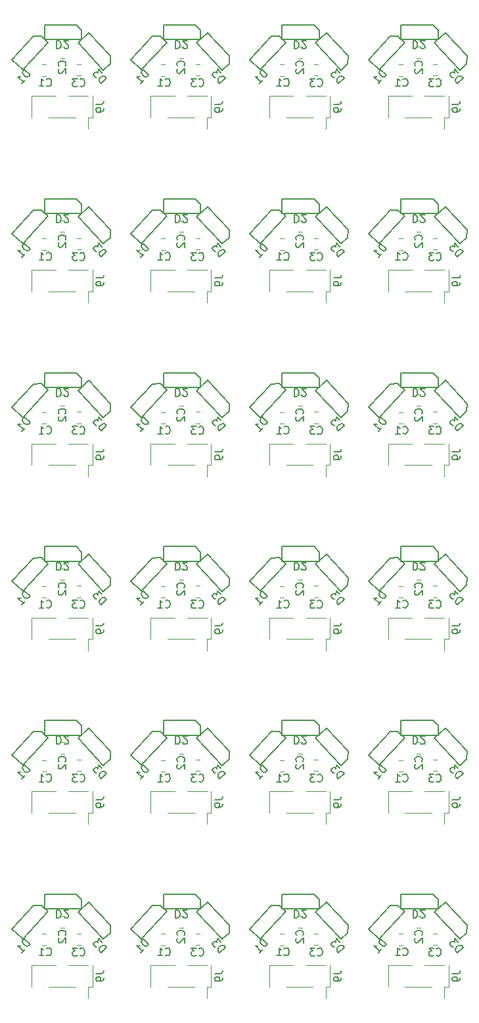
<source format=gbr>
%TF.GenerationSoftware,KiCad,Pcbnew,9.0.3*%
%TF.CreationDate,2025-07-24T13:44:44-05:00*%
%TF.ProjectId,panel,70616e65-6c2e-46b6-9963-61645f706362,rev?*%
%TF.SameCoordinates,Original*%
%TF.FileFunction,Legend,Bot*%
%TF.FilePolarity,Positive*%
%FSLAX46Y46*%
G04 Gerber Fmt 4.6, Leading zero omitted, Abs format (unit mm)*
G04 Created by KiCad (PCBNEW 9.0.3) date 2025-07-24 13:44:44*
%MOMM*%
%LPD*%
G01*
G04 APERTURE LIST*
%ADD10C,0.150000*%
%ADD11C,0.120000*%
G04 APERTURE END LIST*
D10*
X167244697Y-57991589D02*
X166513343Y-57309591D01*
X166513343Y-57309591D02*
X166350962Y-57483722D01*
X166350962Y-57483722D02*
X166288360Y-57620678D01*
X166288360Y-57620678D02*
X166293061Y-57755283D01*
X166293061Y-57755283D02*
X166330237Y-57855061D01*
X166330237Y-57855061D02*
X166437067Y-58019792D01*
X166437067Y-58019792D02*
X166541546Y-58117220D01*
X166541546Y-58117220D02*
X166713327Y-58212298D01*
X166713327Y-58212298D02*
X166815456Y-58242424D01*
X166815456Y-58242424D02*
X166950061Y-58237724D01*
X166950061Y-58237724D02*
X167082316Y-58165721D01*
X167082316Y-58165721D02*
X167244697Y-57991589D01*
X166205461Y-59106033D02*
X166595174Y-58688116D01*
X166400318Y-58897075D02*
X165668964Y-58215076D01*
X165668964Y-58215076D02*
X165838395Y-58242852D01*
X165838395Y-58242852D02*
X165973000Y-58238151D01*
X165973000Y-58238151D02*
X166072779Y-58200975D01*
X123449298Y-36962823D02*
X123496917Y-37010443D01*
X123496917Y-37010443D02*
X123639774Y-37058062D01*
X123639774Y-37058062D02*
X123735012Y-37058062D01*
X123735012Y-37058062D02*
X123877869Y-37010443D01*
X123877869Y-37010443D02*
X123973107Y-36915204D01*
X123973107Y-36915204D02*
X124020726Y-36819966D01*
X124020726Y-36819966D02*
X124068345Y-36629490D01*
X124068345Y-36629490D02*
X124068345Y-36486633D01*
X124068345Y-36486633D02*
X124020726Y-36296157D01*
X124020726Y-36296157D02*
X123973107Y-36200919D01*
X123973107Y-36200919D02*
X123877869Y-36105681D01*
X123877869Y-36105681D02*
X123735012Y-36058062D01*
X123735012Y-36058062D02*
X123639774Y-36058062D01*
X123639774Y-36058062D02*
X123496917Y-36105681D01*
X123496917Y-36105681D02*
X123449298Y-36153300D01*
X122496917Y-37058062D02*
X123068345Y-37058062D01*
X122782631Y-37058062D02*
X122782631Y-36058062D01*
X122782631Y-36058062D02*
X122877869Y-36200919D01*
X122877869Y-36200919D02*
X122973107Y-36296157D01*
X122973107Y-36296157D02*
X123068345Y-36343776D01*
X173685350Y-59405792D02*
X173732969Y-59453412D01*
X173732969Y-59453412D02*
X173875826Y-59501031D01*
X173875826Y-59501031D02*
X173971064Y-59501031D01*
X173971064Y-59501031D02*
X174113921Y-59453412D01*
X174113921Y-59453412D02*
X174209159Y-59358173D01*
X174209159Y-59358173D02*
X174256778Y-59262935D01*
X174256778Y-59262935D02*
X174304397Y-59072459D01*
X174304397Y-59072459D02*
X174304397Y-58929602D01*
X174304397Y-58929602D02*
X174256778Y-58739126D01*
X174256778Y-58739126D02*
X174209159Y-58643888D01*
X174209159Y-58643888D02*
X174113921Y-58548650D01*
X174113921Y-58548650D02*
X173971064Y-58501031D01*
X173971064Y-58501031D02*
X173875826Y-58501031D01*
X173875826Y-58501031D02*
X173732969Y-58548650D01*
X173732969Y-58548650D02*
X173685350Y-58596269D01*
X173352016Y-58501031D02*
X172732969Y-58501031D01*
X172732969Y-58501031D02*
X173066302Y-58881983D01*
X173066302Y-58881983D02*
X172923445Y-58881983D01*
X172923445Y-58881983D02*
X172828207Y-58929602D01*
X172828207Y-58929602D02*
X172780588Y-58977221D01*
X172780588Y-58977221D02*
X172732969Y-59072459D01*
X172732969Y-59072459D02*
X172732969Y-59310554D01*
X172732969Y-59310554D02*
X172780588Y-59405792D01*
X172780588Y-59405792D02*
X172828207Y-59453412D01*
X172828207Y-59453412D02*
X172923445Y-59501031D01*
X172923445Y-59501031D02*
X173209159Y-59501031D01*
X173209159Y-59501031D02*
X173304397Y-59453412D01*
X173304397Y-59453412D02*
X173352016Y-59405792D01*
X124754537Y-143283268D02*
X124754537Y-144283268D01*
X124754537Y-144283268D02*
X124992632Y-144283268D01*
X124992632Y-144283268D02*
X125135489Y-144235649D01*
X125135489Y-144235649D02*
X125230727Y-144140411D01*
X125230727Y-144140411D02*
X125278346Y-144045173D01*
X125278346Y-144045173D02*
X125325965Y-143854697D01*
X125325965Y-143854697D02*
X125325965Y-143711840D01*
X125325965Y-143711840D02*
X125278346Y-143521364D01*
X125278346Y-143521364D02*
X125230727Y-143426126D01*
X125230727Y-143426126D02*
X125135489Y-143330888D01*
X125135489Y-143330888D02*
X124992632Y-143283268D01*
X124992632Y-143283268D02*
X124754537Y-143283268D01*
X125706918Y-144188030D02*
X125754537Y-144235649D01*
X125754537Y-144235649D02*
X125849775Y-144283268D01*
X125849775Y-144283268D02*
X126087870Y-144283268D01*
X126087870Y-144283268D02*
X126183108Y-144235649D01*
X126183108Y-144235649D02*
X126230727Y-144188030D01*
X126230727Y-144188030D02*
X126278346Y-144092792D01*
X126278346Y-144092792D02*
X126278346Y-143997554D01*
X126278346Y-143997554D02*
X126230727Y-143854697D01*
X126230727Y-143854697D02*
X125659299Y-143283268D01*
X125659299Y-143283268D02*
X126278346Y-143283268D01*
X169375350Y-59380792D02*
X169422969Y-59428412D01*
X169422969Y-59428412D02*
X169565826Y-59476031D01*
X169565826Y-59476031D02*
X169661064Y-59476031D01*
X169661064Y-59476031D02*
X169803921Y-59428412D01*
X169803921Y-59428412D02*
X169899159Y-59333173D01*
X169899159Y-59333173D02*
X169946778Y-59237935D01*
X169946778Y-59237935D02*
X169994397Y-59047459D01*
X169994397Y-59047459D02*
X169994397Y-58904602D01*
X169994397Y-58904602D02*
X169946778Y-58714126D01*
X169946778Y-58714126D02*
X169899159Y-58618888D01*
X169899159Y-58618888D02*
X169803921Y-58523650D01*
X169803921Y-58523650D02*
X169661064Y-58476031D01*
X169661064Y-58476031D02*
X169565826Y-58476031D01*
X169565826Y-58476031D02*
X169422969Y-58523650D01*
X169422969Y-58523650D02*
X169375350Y-58571269D01*
X168422969Y-59476031D02*
X168994397Y-59476031D01*
X168708683Y-59476031D02*
X168708683Y-58476031D01*
X168708683Y-58476031D02*
X168803921Y-58618888D01*
X168803921Y-58618888D02*
X168899159Y-58714126D01*
X168899159Y-58714126D02*
X168994397Y-58761745D01*
X170680589Y-143283268D02*
X170680589Y-144283268D01*
X170680589Y-144283268D02*
X170918684Y-144283268D01*
X170918684Y-144283268D02*
X171061541Y-144235649D01*
X171061541Y-144235649D02*
X171156779Y-144140411D01*
X171156779Y-144140411D02*
X171204398Y-144045173D01*
X171204398Y-144045173D02*
X171252017Y-143854697D01*
X171252017Y-143854697D02*
X171252017Y-143711840D01*
X171252017Y-143711840D02*
X171204398Y-143521364D01*
X171204398Y-143521364D02*
X171156779Y-143426126D01*
X171156779Y-143426126D02*
X171061541Y-143330888D01*
X171061541Y-143330888D02*
X170918684Y-143283268D01*
X170918684Y-143283268D02*
X170680589Y-143283268D01*
X171632970Y-144188030D02*
X171680589Y-144235649D01*
X171680589Y-144235649D02*
X171775827Y-144283268D01*
X171775827Y-144283268D02*
X172013922Y-144283268D01*
X172013922Y-144283268D02*
X172109160Y-144235649D01*
X172109160Y-144235649D02*
X172156779Y-144188030D01*
X172156779Y-144188030D02*
X172204398Y-144092792D01*
X172204398Y-144092792D02*
X172204398Y-143997554D01*
X172204398Y-143997554D02*
X172156779Y-143854697D01*
X172156779Y-143854697D02*
X171585351Y-143283268D01*
X171585351Y-143283268D02*
X172204398Y-143283268D01*
X121318645Y-102827527D02*
X120587291Y-102145529D01*
X120587291Y-102145529D02*
X120424910Y-102319660D01*
X120424910Y-102319660D02*
X120362308Y-102456616D01*
X120362308Y-102456616D02*
X120367009Y-102591221D01*
X120367009Y-102591221D02*
X120404185Y-102690999D01*
X120404185Y-102690999D02*
X120511015Y-102855730D01*
X120511015Y-102855730D02*
X120615494Y-102953158D01*
X120615494Y-102953158D02*
X120787275Y-103048236D01*
X120787275Y-103048236D02*
X120889404Y-103078362D01*
X120889404Y-103078362D02*
X121024009Y-103073662D01*
X121024009Y-103073662D02*
X121156264Y-103001659D01*
X121156264Y-103001659D02*
X121318645Y-102827527D01*
X120279409Y-103941971D02*
X120669122Y-103524054D01*
X120474266Y-103733013D02*
X119742912Y-103051014D01*
X119742912Y-103051014D02*
X119912343Y-103078790D01*
X119912343Y-103078790D02*
X120046948Y-103074089D01*
X120046948Y-103074089D02*
X120146727Y-103036913D01*
X130453377Y-59071206D02*
X131184731Y-58389207D01*
X131184731Y-58389207D02*
X131022350Y-58215075D01*
X131022350Y-58215075D02*
X130890096Y-58143072D01*
X130890096Y-58143072D02*
X130755491Y-58138372D01*
X130755491Y-58138372D02*
X130653362Y-58168498D01*
X130653362Y-58168498D02*
X130481580Y-58263576D01*
X130481580Y-58263576D02*
X130377101Y-58361004D01*
X130377101Y-58361004D02*
X130270272Y-58525735D01*
X130270272Y-58525735D02*
X130233095Y-58625514D01*
X130233095Y-58625514D02*
X130228395Y-58760119D01*
X130228395Y-58760119D02*
X130290997Y-58897074D01*
X130290997Y-58897074D02*
X130453377Y-59071206D01*
X130567685Y-57727506D02*
X130145495Y-57274764D01*
X130145495Y-57274764D02*
X130094217Y-57778357D01*
X130094217Y-57778357D02*
X129996789Y-57673878D01*
X129996789Y-57673878D02*
X129897010Y-57636701D01*
X129897010Y-57636701D02*
X129829708Y-57634351D01*
X129829708Y-57634351D02*
X129727579Y-57664477D01*
X129727579Y-57664477D02*
X129553447Y-57826857D01*
X129553447Y-57826857D02*
X129516271Y-57926636D01*
X129516271Y-57926636D02*
X129513920Y-57993939D01*
X129513920Y-57993939D02*
X129544046Y-58096067D01*
X129544046Y-58096067D02*
X129738903Y-58305026D01*
X129738903Y-58305026D02*
X129838681Y-58342202D01*
X129838681Y-58342202D02*
X129905984Y-58344552D01*
X167244697Y-102827527D02*
X166513343Y-102145529D01*
X166513343Y-102145529D02*
X166350962Y-102319660D01*
X166350962Y-102319660D02*
X166288360Y-102456616D01*
X166288360Y-102456616D02*
X166293061Y-102591221D01*
X166293061Y-102591221D02*
X166330237Y-102690999D01*
X166330237Y-102690999D02*
X166437067Y-102855730D01*
X166437067Y-102855730D02*
X166541546Y-102953158D01*
X166541546Y-102953158D02*
X166713327Y-103048236D01*
X166713327Y-103048236D02*
X166815456Y-103078362D01*
X166815456Y-103078362D02*
X166950061Y-103073662D01*
X166950061Y-103073662D02*
X167082316Y-103001659D01*
X167082316Y-103001659D02*
X167244697Y-102827527D01*
X166205461Y-103941971D02*
X166595174Y-103524054D01*
X166400318Y-103733013D02*
X165668964Y-103051014D01*
X165668964Y-103051014D02*
X165838395Y-103078790D01*
X165838395Y-103078790D02*
X165973000Y-103074089D01*
X165973000Y-103074089D02*
X166072779Y-103036913D01*
X130453377Y-148743082D02*
X131184731Y-148061083D01*
X131184731Y-148061083D02*
X131022350Y-147886951D01*
X131022350Y-147886951D02*
X130890096Y-147814948D01*
X130890096Y-147814948D02*
X130755491Y-147810248D01*
X130755491Y-147810248D02*
X130653362Y-147840374D01*
X130653362Y-147840374D02*
X130481580Y-147935452D01*
X130481580Y-147935452D02*
X130377101Y-148032880D01*
X130377101Y-148032880D02*
X130270272Y-148197611D01*
X130270272Y-148197611D02*
X130233095Y-148297390D01*
X130233095Y-148297390D02*
X130228395Y-148431995D01*
X130228395Y-148431995D02*
X130290997Y-148568950D01*
X130290997Y-148568950D02*
X130453377Y-148743082D01*
X130567685Y-147399382D02*
X130145495Y-146946640D01*
X130145495Y-146946640D02*
X130094217Y-147450233D01*
X130094217Y-147450233D02*
X129996789Y-147345754D01*
X129996789Y-147345754D02*
X129897010Y-147308577D01*
X129897010Y-147308577D02*
X129829708Y-147306227D01*
X129829708Y-147306227D02*
X129727579Y-147336353D01*
X129727579Y-147336353D02*
X129553447Y-147498733D01*
X129553447Y-147498733D02*
X129516271Y-147598512D01*
X129516271Y-147598512D02*
X129513920Y-147665815D01*
X129513920Y-147665815D02*
X129544046Y-147767943D01*
X129544046Y-147767943D02*
X129738903Y-147976902D01*
X129738903Y-147976902D02*
X129838681Y-148014078D01*
X129838681Y-148014078D02*
X129905984Y-148016428D01*
X125852212Y-79272514D02*
X125899832Y-79224895D01*
X125899832Y-79224895D02*
X125947451Y-79082038D01*
X125947451Y-79082038D02*
X125947451Y-78986800D01*
X125947451Y-78986800D02*
X125899832Y-78843943D01*
X125899832Y-78843943D02*
X125804593Y-78748705D01*
X125804593Y-78748705D02*
X125709355Y-78701086D01*
X125709355Y-78701086D02*
X125518879Y-78653467D01*
X125518879Y-78653467D02*
X125376022Y-78653467D01*
X125376022Y-78653467D02*
X125185546Y-78701086D01*
X125185546Y-78701086D02*
X125090308Y-78748705D01*
X125090308Y-78748705D02*
X124995070Y-78843943D01*
X124995070Y-78843943D02*
X124947451Y-78986800D01*
X124947451Y-78986800D02*
X124947451Y-79082038D01*
X124947451Y-79082038D02*
X124995070Y-79224895D01*
X124995070Y-79224895D02*
X125042689Y-79272514D01*
X125042689Y-79653467D02*
X124995070Y-79701086D01*
X124995070Y-79701086D02*
X124947451Y-79796324D01*
X124947451Y-79796324D02*
X124947451Y-80034419D01*
X124947451Y-80034419D02*
X124995070Y-80129657D01*
X124995070Y-80129657D02*
X125042689Y-80177276D01*
X125042689Y-80177276D02*
X125137927Y-80224895D01*
X125137927Y-80224895D02*
X125233165Y-80224895D01*
X125233165Y-80224895D02*
X125376022Y-80177276D01*
X125376022Y-80177276D02*
X125947451Y-79605848D01*
X125947451Y-79605848D02*
X125947451Y-80224895D01*
X155371905Y-143283268D02*
X155371905Y-144283268D01*
X155371905Y-144283268D02*
X155610000Y-144283268D01*
X155610000Y-144283268D02*
X155752857Y-144235649D01*
X155752857Y-144235649D02*
X155848095Y-144140411D01*
X155848095Y-144140411D02*
X155895714Y-144045173D01*
X155895714Y-144045173D02*
X155943333Y-143854697D01*
X155943333Y-143854697D02*
X155943333Y-143711840D01*
X155943333Y-143711840D02*
X155895714Y-143521364D01*
X155895714Y-143521364D02*
X155848095Y-143426126D01*
X155848095Y-143426126D02*
X155752857Y-143330888D01*
X155752857Y-143330888D02*
X155610000Y-143283268D01*
X155610000Y-143283268D02*
X155371905Y-143283268D01*
X156324286Y-144188030D02*
X156371905Y-144235649D01*
X156371905Y-144235649D02*
X156467143Y-144283268D01*
X156467143Y-144283268D02*
X156705238Y-144283268D01*
X156705238Y-144283268D02*
X156800476Y-144235649D01*
X156800476Y-144235649D02*
X156848095Y-144188030D01*
X156848095Y-144188030D02*
X156895714Y-144092792D01*
X156895714Y-144092792D02*
X156895714Y-143997554D01*
X156895714Y-143997554D02*
X156848095Y-143854697D01*
X156848095Y-143854697D02*
X156276667Y-143283268D01*
X156276667Y-143283268D02*
X156895714Y-143283268D01*
X124754537Y-98447330D02*
X124754537Y-99447330D01*
X124754537Y-99447330D02*
X124992632Y-99447330D01*
X124992632Y-99447330D02*
X125135489Y-99399711D01*
X125135489Y-99399711D02*
X125230727Y-99304473D01*
X125230727Y-99304473D02*
X125278346Y-99209235D01*
X125278346Y-99209235D02*
X125325965Y-99018759D01*
X125325965Y-99018759D02*
X125325965Y-98875902D01*
X125325965Y-98875902D02*
X125278346Y-98685426D01*
X125278346Y-98685426D02*
X125230727Y-98590188D01*
X125230727Y-98590188D02*
X125135489Y-98494950D01*
X125135489Y-98494950D02*
X124992632Y-98447330D01*
X124992632Y-98447330D02*
X124754537Y-98447330D01*
X125706918Y-99352092D02*
X125754537Y-99399711D01*
X125754537Y-99399711D02*
X125849775Y-99447330D01*
X125849775Y-99447330D02*
X126087870Y-99447330D01*
X126087870Y-99447330D02*
X126183108Y-99399711D01*
X126183108Y-99399711D02*
X126230727Y-99352092D01*
X126230727Y-99352092D02*
X126278346Y-99256854D01*
X126278346Y-99256854D02*
X126278346Y-99161616D01*
X126278346Y-99161616D02*
X126230727Y-99018759D01*
X126230727Y-99018759D02*
X125659299Y-98447330D01*
X125659299Y-98447330D02*
X126278346Y-98447330D01*
X156469580Y-56854545D02*
X156517200Y-56806926D01*
X156517200Y-56806926D02*
X156564819Y-56664069D01*
X156564819Y-56664069D02*
X156564819Y-56568831D01*
X156564819Y-56568831D02*
X156517200Y-56425974D01*
X156517200Y-56425974D02*
X156421961Y-56330736D01*
X156421961Y-56330736D02*
X156326723Y-56283117D01*
X156326723Y-56283117D02*
X156136247Y-56235498D01*
X156136247Y-56235498D02*
X155993390Y-56235498D01*
X155993390Y-56235498D02*
X155802914Y-56283117D01*
X155802914Y-56283117D02*
X155707676Y-56330736D01*
X155707676Y-56330736D02*
X155612438Y-56425974D01*
X155612438Y-56425974D02*
X155564819Y-56568831D01*
X155564819Y-56568831D02*
X155564819Y-56664069D01*
X155564819Y-56664069D02*
X155612438Y-56806926D01*
X155612438Y-56806926D02*
X155660057Y-56854545D01*
X155660057Y-57235498D02*
X155612438Y-57283117D01*
X155612438Y-57283117D02*
X155564819Y-57378355D01*
X155564819Y-57378355D02*
X155564819Y-57616450D01*
X155564819Y-57616450D02*
X155612438Y-57711688D01*
X155612438Y-57711688D02*
X155660057Y-57759307D01*
X155660057Y-57759307D02*
X155755295Y-57806926D01*
X155755295Y-57806926D02*
X155850533Y-57806926D01*
X155850533Y-57806926D02*
X155993390Y-57759307D01*
X155993390Y-57759307D02*
X156564819Y-57187879D01*
X156564819Y-57187879D02*
X156564819Y-57806926D01*
X170680589Y-120865299D02*
X170680589Y-121865299D01*
X170680589Y-121865299D02*
X170918684Y-121865299D01*
X170918684Y-121865299D02*
X171061541Y-121817680D01*
X171061541Y-121817680D02*
X171156779Y-121722442D01*
X171156779Y-121722442D02*
X171204398Y-121627204D01*
X171204398Y-121627204D02*
X171252017Y-121436728D01*
X171252017Y-121436728D02*
X171252017Y-121293871D01*
X171252017Y-121293871D02*
X171204398Y-121103395D01*
X171204398Y-121103395D02*
X171156779Y-121008157D01*
X171156779Y-121008157D02*
X171061541Y-120912919D01*
X171061541Y-120912919D02*
X170918684Y-120865299D01*
X170918684Y-120865299D02*
X170680589Y-120865299D01*
X171632970Y-121770061D02*
X171680589Y-121817680D01*
X171680589Y-121817680D02*
X171775827Y-121865299D01*
X171775827Y-121865299D02*
X172013922Y-121865299D01*
X172013922Y-121865299D02*
X172109160Y-121817680D01*
X172109160Y-121817680D02*
X172156779Y-121770061D01*
X172156779Y-121770061D02*
X172204398Y-121674823D01*
X172204398Y-121674823D02*
X172204398Y-121579585D01*
X172204398Y-121579585D02*
X172156779Y-121436728D01*
X172156779Y-121436728D02*
X171585351Y-120865299D01*
X171585351Y-120865299D02*
X172204398Y-120865299D01*
X145762061Y-126325113D02*
X146493415Y-125643114D01*
X146493415Y-125643114D02*
X146331034Y-125468982D01*
X146331034Y-125468982D02*
X146198780Y-125396979D01*
X146198780Y-125396979D02*
X146064175Y-125392279D01*
X146064175Y-125392279D02*
X145962046Y-125422405D01*
X145962046Y-125422405D02*
X145790264Y-125517483D01*
X145790264Y-125517483D02*
X145685785Y-125614911D01*
X145685785Y-125614911D02*
X145578956Y-125779642D01*
X145578956Y-125779642D02*
X145541779Y-125879421D01*
X145541779Y-125879421D02*
X145537079Y-126014026D01*
X145537079Y-126014026D02*
X145599681Y-126150981D01*
X145599681Y-126150981D02*
X145762061Y-126325113D01*
X145876369Y-124981413D02*
X145454179Y-124528671D01*
X145454179Y-124528671D02*
X145402901Y-125032264D01*
X145402901Y-125032264D02*
X145305473Y-124927785D01*
X145305473Y-124927785D02*
X145205694Y-124890608D01*
X145205694Y-124890608D02*
X145138392Y-124888258D01*
X145138392Y-124888258D02*
X145036263Y-124918384D01*
X145036263Y-124918384D02*
X144862131Y-125080764D01*
X144862131Y-125080764D02*
X144824955Y-125180543D01*
X144824955Y-125180543D02*
X144822604Y-125247846D01*
X144822604Y-125247846D02*
X144852730Y-125349974D01*
X144852730Y-125349974D02*
X145047587Y-125558933D01*
X145047587Y-125558933D02*
X145147365Y-125596109D01*
X145147365Y-125596109D02*
X145214668Y-125598459D01*
X145126135Y-151454754D02*
X145840420Y-151454754D01*
X145840420Y-151454754D02*
X145983277Y-151407135D01*
X145983277Y-151407135D02*
X146078516Y-151311897D01*
X146078516Y-151311897D02*
X146126135Y-151169040D01*
X146126135Y-151169040D02*
X146126135Y-151073802D01*
X146126135Y-151978564D02*
X146126135Y-152169040D01*
X146126135Y-152169040D02*
X146078516Y-152264278D01*
X146078516Y-152264278D02*
X146030896Y-152311897D01*
X146030896Y-152311897D02*
X145888039Y-152407135D01*
X145888039Y-152407135D02*
X145697563Y-152454754D01*
X145697563Y-152454754D02*
X145316611Y-152454754D01*
X145316611Y-152454754D02*
X145221373Y-152407135D01*
X145221373Y-152407135D02*
X145173754Y-152359516D01*
X145173754Y-152359516D02*
X145126135Y-152264278D01*
X145126135Y-152264278D02*
X145126135Y-152073802D01*
X145126135Y-152073802D02*
X145173754Y-151978564D01*
X145173754Y-151978564D02*
X145221373Y-151930945D01*
X145221373Y-151930945D02*
X145316611Y-151883326D01*
X145316611Y-151883326D02*
X145554706Y-151883326D01*
X145554706Y-151883326D02*
X145649944Y-151930945D01*
X145649944Y-151930945D02*
X145697563Y-151978564D01*
X145697563Y-151978564D02*
X145745182Y-152073802D01*
X145745182Y-152073802D02*
X145745182Y-152264278D01*
X145745182Y-152264278D02*
X145697563Y-152359516D01*
X145697563Y-152359516D02*
X145649944Y-152407135D01*
X145649944Y-152407135D02*
X145554706Y-152454754D01*
X123449298Y-81798761D02*
X123496917Y-81846381D01*
X123496917Y-81846381D02*
X123639774Y-81894000D01*
X123639774Y-81894000D02*
X123735012Y-81894000D01*
X123735012Y-81894000D02*
X123877869Y-81846381D01*
X123877869Y-81846381D02*
X123973107Y-81751142D01*
X123973107Y-81751142D02*
X124020726Y-81655904D01*
X124020726Y-81655904D02*
X124068345Y-81465428D01*
X124068345Y-81465428D02*
X124068345Y-81322571D01*
X124068345Y-81322571D02*
X124020726Y-81132095D01*
X124020726Y-81132095D02*
X123973107Y-81036857D01*
X123973107Y-81036857D02*
X123877869Y-80941619D01*
X123877869Y-80941619D02*
X123735012Y-80894000D01*
X123735012Y-80894000D02*
X123639774Y-80894000D01*
X123639774Y-80894000D02*
X123496917Y-80941619D01*
X123496917Y-80941619D02*
X123449298Y-80989238D01*
X122496917Y-81894000D02*
X123068345Y-81894000D01*
X122782631Y-81894000D02*
X122782631Y-80894000D01*
X122782631Y-80894000D02*
X122877869Y-81036857D01*
X122877869Y-81036857D02*
X122973107Y-81132095D01*
X122973107Y-81132095D02*
X123068345Y-81179714D01*
X156469580Y-146526421D02*
X156517200Y-146478802D01*
X156517200Y-146478802D02*
X156564819Y-146335945D01*
X156564819Y-146335945D02*
X156564819Y-146240707D01*
X156564819Y-146240707D02*
X156517200Y-146097850D01*
X156517200Y-146097850D02*
X156421961Y-146002612D01*
X156421961Y-146002612D02*
X156326723Y-145954993D01*
X156326723Y-145954993D02*
X156136247Y-145907374D01*
X156136247Y-145907374D02*
X155993390Y-145907374D01*
X155993390Y-145907374D02*
X155802914Y-145954993D01*
X155802914Y-145954993D02*
X155707676Y-146002612D01*
X155707676Y-146002612D02*
X155612438Y-146097850D01*
X155612438Y-146097850D02*
X155564819Y-146240707D01*
X155564819Y-146240707D02*
X155564819Y-146335945D01*
X155564819Y-146335945D02*
X155612438Y-146478802D01*
X155612438Y-146478802D02*
X155660057Y-146526421D01*
X155660057Y-146907374D02*
X155612438Y-146954993D01*
X155612438Y-146954993D02*
X155564819Y-147050231D01*
X155564819Y-147050231D02*
X155564819Y-147288326D01*
X155564819Y-147288326D02*
X155612438Y-147383564D01*
X155612438Y-147383564D02*
X155660057Y-147431183D01*
X155660057Y-147431183D02*
X155755295Y-147478802D01*
X155755295Y-147478802D02*
X155850533Y-147478802D01*
X155850533Y-147478802D02*
X155993390Y-147431183D01*
X155993390Y-147431183D02*
X156564819Y-146859755D01*
X156564819Y-146859755D02*
X156564819Y-147478802D01*
X143067982Y-81823761D02*
X143115601Y-81871381D01*
X143115601Y-81871381D02*
X143258458Y-81919000D01*
X143258458Y-81919000D02*
X143353696Y-81919000D01*
X143353696Y-81919000D02*
X143496553Y-81871381D01*
X143496553Y-81871381D02*
X143591791Y-81776142D01*
X143591791Y-81776142D02*
X143639410Y-81680904D01*
X143639410Y-81680904D02*
X143687029Y-81490428D01*
X143687029Y-81490428D02*
X143687029Y-81347571D01*
X143687029Y-81347571D02*
X143639410Y-81157095D01*
X143639410Y-81157095D02*
X143591791Y-81061857D01*
X143591791Y-81061857D02*
X143496553Y-80966619D01*
X143496553Y-80966619D02*
X143353696Y-80919000D01*
X143353696Y-80919000D02*
X143258458Y-80919000D01*
X143258458Y-80919000D02*
X143115601Y-80966619D01*
X143115601Y-80966619D02*
X143067982Y-81014238D01*
X142734648Y-80919000D02*
X142115601Y-80919000D01*
X142115601Y-80919000D02*
X142448934Y-81299952D01*
X142448934Y-81299952D02*
X142306077Y-81299952D01*
X142306077Y-81299952D02*
X142210839Y-81347571D01*
X142210839Y-81347571D02*
X142163220Y-81395190D01*
X142163220Y-81395190D02*
X142115601Y-81490428D01*
X142115601Y-81490428D02*
X142115601Y-81728523D01*
X142115601Y-81728523D02*
X142163220Y-81823761D01*
X142163220Y-81823761D02*
X142210839Y-81871381D01*
X142210839Y-81871381D02*
X142306077Y-81919000D01*
X142306077Y-81919000D02*
X142591791Y-81919000D01*
X142591791Y-81919000D02*
X142687029Y-81871381D01*
X142687029Y-81871381D02*
X142734648Y-81823761D01*
X136627329Y-147663465D02*
X135895975Y-146981467D01*
X135895975Y-146981467D02*
X135733594Y-147155598D01*
X135733594Y-147155598D02*
X135670992Y-147292554D01*
X135670992Y-147292554D02*
X135675693Y-147427159D01*
X135675693Y-147427159D02*
X135712869Y-147526937D01*
X135712869Y-147526937D02*
X135819699Y-147691668D01*
X135819699Y-147691668D02*
X135924178Y-147789096D01*
X135924178Y-147789096D02*
X136095959Y-147884174D01*
X136095959Y-147884174D02*
X136198088Y-147914300D01*
X136198088Y-147914300D02*
X136332693Y-147909600D01*
X136332693Y-147909600D02*
X136464948Y-147837597D01*
X136464948Y-147837597D02*
X136627329Y-147663465D01*
X135588093Y-148777909D02*
X135977806Y-148359992D01*
X135782950Y-148568951D02*
X135051596Y-147886952D01*
X135051596Y-147886952D02*
X135221027Y-147914728D01*
X135221027Y-147914728D02*
X135355632Y-147910027D01*
X135355632Y-147910027D02*
X135455411Y-147872851D01*
X169375350Y-149052668D02*
X169422969Y-149100288D01*
X169422969Y-149100288D02*
X169565826Y-149147907D01*
X169565826Y-149147907D02*
X169661064Y-149147907D01*
X169661064Y-149147907D02*
X169803921Y-149100288D01*
X169803921Y-149100288D02*
X169899159Y-149005049D01*
X169899159Y-149005049D02*
X169946778Y-148909811D01*
X169946778Y-148909811D02*
X169994397Y-148719335D01*
X169994397Y-148719335D02*
X169994397Y-148576478D01*
X169994397Y-148576478D02*
X169946778Y-148386002D01*
X169946778Y-148386002D02*
X169899159Y-148290764D01*
X169899159Y-148290764D02*
X169803921Y-148195526D01*
X169803921Y-148195526D02*
X169661064Y-148147907D01*
X169661064Y-148147907D02*
X169565826Y-148147907D01*
X169565826Y-148147907D02*
X169422969Y-148195526D01*
X169422969Y-148195526D02*
X169375350Y-148243145D01*
X168422969Y-149147907D02*
X168994397Y-149147907D01*
X168708683Y-149147907D02*
X168708683Y-148147907D01*
X168708683Y-148147907D02*
X168803921Y-148290764D01*
X168803921Y-148290764D02*
X168899159Y-148386002D01*
X168899159Y-148386002D02*
X168994397Y-148433621D01*
X121318645Y-80409558D02*
X120587291Y-79727560D01*
X120587291Y-79727560D02*
X120424910Y-79901691D01*
X120424910Y-79901691D02*
X120362308Y-80038647D01*
X120362308Y-80038647D02*
X120367009Y-80173252D01*
X120367009Y-80173252D02*
X120404185Y-80273030D01*
X120404185Y-80273030D02*
X120511015Y-80437761D01*
X120511015Y-80437761D02*
X120615494Y-80535189D01*
X120615494Y-80535189D02*
X120787275Y-80630267D01*
X120787275Y-80630267D02*
X120889404Y-80660393D01*
X120889404Y-80660393D02*
X121024009Y-80655693D01*
X121024009Y-80655693D02*
X121156264Y-80583690D01*
X121156264Y-80583690D02*
X121318645Y-80409558D01*
X120279409Y-81524002D02*
X120669122Y-81106085D01*
X120474266Y-81315044D02*
X119742912Y-80633045D01*
X119742912Y-80633045D02*
X119912343Y-80660821D01*
X119912343Y-80660821D02*
X120046948Y-80656120D01*
X120046948Y-80656120D02*
X120146727Y-80618944D01*
X176379429Y-126325113D02*
X177110783Y-125643114D01*
X177110783Y-125643114D02*
X176948402Y-125468982D01*
X176948402Y-125468982D02*
X176816148Y-125396979D01*
X176816148Y-125396979D02*
X176681543Y-125392279D01*
X176681543Y-125392279D02*
X176579414Y-125422405D01*
X176579414Y-125422405D02*
X176407632Y-125517483D01*
X176407632Y-125517483D02*
X176303153Y-125614911D01*
X176303153Y-125614911D02*
X176196324Y-125779642D01*
X176196324Y-125779642D02*
X176159147Y-125879421D01*
X176159147Y-125879421D02*
X176154447Y-126014026D01*
X176154447Y-126014026D02*
X176217049Y-126150981D01*
X176217049Y-126150981D02*
X176379429Y-126325113D01*
X176493737Y-124981413D02*
X176071547Y-124528671D01*
X176071547Y-124528671D02*
X176020269Y-125032264D01*
X176020269Y-125032264D02*
X175922841Y-124927785D01*
X175922841Y-124927785D02*
X175823062Y-124890608D01*
X175823062Y-124890608D02*
X175755760Y-124888258D01*
X175755760Y-124888258D02*
X175653631Y-124918384D01*
X175653631Y-124918384D02*
X175479499Y-125080764D01*
X175479499Y-125080764D02*
X175442323Y-125180543D01*
X175442323Y-125180543D02*
X175439972Y-125247846D01*
X175439972Y-125247846D02*
X175470098Y-125349974D01*
X175470098Y-125349974D02*
X175664955Y-125558933D01*
X175664955Y-125558933D02*
X175764733Y-125596109D01*
X175764733Y-125596109D02*
X175832036Y-125598459D01*
X121318645Y-57991589D02*
X120587291Y-57309591D01*
X120587291Y-57309591D02*
X120424910Y-57483722D01*
X120424910Y-57483722D02*
X120362308Y-57620678D01*
X120362308Y-57620678D02*
X120367009Y-57755283D01*
X120367009Y-57755283D02*
X120404185Y-57855061D01*
X120404185Y-57855061D02*
X120511015Y-58019792D01*
X120511015Y-58019792D02*
X120615494Y-58117220D01*
X120615494Y-58117220D02*
X120787275Y-58212298D01*
X120787275Y-58212298D02*
X120889404Y-58242424D01*
X120889404Y-58242424D02*
X121024009Y-58237724D01*
X121024009Y-58237724D02*
X121156264Y-58165721D01*
X121156264Y-58165721D02*
X121318645Y-57991589D01*
X120279409Y-59106033D02*
X120669122Y-58688116D01*
X120474266Y-58897075D02*
X119742912Y-58215076D01*
X119742912Y-58215076D02*
X119912343Y-58242852D01*
X119912343Y-58242852D02*
X120046948Y-58238151D01*
X120046948Y-58238151D02*
X120146727Y-58200975D01*
X140063221Y-120865299D02*
X140063221Y-121865299D01*
X140063221Y-121865299D02*
X140301316Y-121865299D01*
X140301316Y-121865299D02*
X140444173Y-121817680D01*
X140444173Y-121817680D02*
X140539411Y-121722442D01*
X140539411Y-121722442D02*
X140587030Y-121627204D01*
X140587030Y-121627204D02*
X140634649Y-121436728D01*
X140634649Y-121436728D02*
X140634649Y-121293871D01*
X140634649Y-121293871D02*
X140587030Y-121103395D01*
X140587030Y-121103395D02*
X140539411Y-121008157D01*
X140539411Y-121008157D02*
X140444173Y-120912919D01*
X140444173Y-120912919D02*
X140301316Y-120865299D01*
X140301316Y-120865299D02*
X140063221Y-120865299D01*
X141015602Y-121770061D02*
X141063221Y-121817680D01*
X141063221Y-121817680D02*
X141158459Y-121865299D01*
X141158459Y-121865299D02*
X141396554Y-121865299D01*
X141396554Y-121865299D02*
X141491792Y-121817680D01*
X141491792Y-121817680D02*
X141539411Y-121770061D01*
X141539411Y-121770061D02*
X141587030Y-121674823D01*
X141587030Y-121674823D02*
X141587030Y-121579585D01*
X141587030Y-121579585D02*
X141539411Y-121436728D01*
X141539411Y-121436728D02*
X140967983Y-120865299D01*
X140967983Y-120865299D02*
X141587030Y-120865299D01*
X158376666Y-81823761D02*
X158424285Y-81871381D01*
X158424285Y-81871381D02*
X158567142Y-81919000D01*
X158567142Y-81919000D02*
X158662380Y-81919000D01*
X158662380Y-81919000D02*
X158805237Y-81871381D01*
X158805237Y-81871381D02*
X158900475Y-81776142D01*
X158900475Y-81776142D02*
X158948094Y-81680904D01*
X158948094Y-81680904D02*
X158995713Y-81490428D01*
X158995713Y-81490428D02*
X158995713Y-81347571D01*
X158995713Y-81347571D02*
X158948094Y-81157095D01*
X158948094Y-81157095D02*
X158900475Y-81061857D01*
X158900475Y-81061857D02*
X158805237Y-80966619D01*
X158805237Y-80966619D02*
X158662380Y-80919000D01*
X158662380Y-80919000D02*
X158567142Y-80919000D01*
X158567142Y-80919000D02*
X158424285Y-80966619D01*
X158424285Y-80966619D02*
X158376666Y-81014238D01*
X158043332Y-80919000D02*
X157424285Y-80919000D01*
X157424285Y-80919000D02*
X157757618Y-81299952D01*
X157757618Y-81299952D02*
X157614761Y-81299952D01*
X157614761Y-81299952D02*
X157519523Y-81347571D01*
X157519523Y-81347571D02*
X157471904Y-81395190D01*
X157471904Y-81395190D02*
X157424285Y-81490428D01*
X157424285Y-81490428D02*
X157424285Y-81728523D01*
X157424285Y-81728523D02*
X157471904Y-81823761D01*
X157471904Y-81823761D02*
X157519523Y-81871381D01*
X157519523Y-81871381D02*
X157614761Y-81919000D01*
X157614761Y-81919000D02*
X157900475Y-81919000D01*
X157900475Y-81919000D02*
X157995713Y-81871381D01*
X157995713Y-81871381D02*
X158043332Y-81823761D01*
X160434819Y-61782878D02*
X161149104Y-61782878D01*
X161149104Y-61782878D02*
X161291961Y-61735259D01*
X161291961Y-61735259D02*
X161387200Y-61640021D01*
X161387200Y-61640021D02*
X161434819Y-61497164D01*
X161434819Y-61497164D02*
X161434819Y-61401926D01*
X161434819Y-62306688D02*
X161434819Y-62497164D01*
X161434819Y-62497164D02*
X161387200Y-62592402D01*
X161387200Y-62592402D02*
X161339580Y-62640021D01*
X161339580Y-62640021D02*
X161196723Y-62735259D01*
X161196723Y-62735259D02*
X161006247Y-62782878D01*
X161006247Y-62782878D02*
X160625295Y-62782878D01*
X160625295Y-62782878D02*
X160530057Y-62735259D01*
X160530057Y-62735259D02*
X160482438Y-62687640D01*
X160482438Y-62687640D02*
X160434819Y-62592402D01*
X160434819Y-62592402D02*
X160434819Y-62401926D01*
X160434819Y-62401926D02*
X160482438Y-62306688D01*
X160482438Y-62306688D02*
X160530057Y-62259069D01*
X160530057Y-62259069D02*
X160625295Y-62211450D01*
X160625295Y-62211450D02*
X160863390Y-62211450D01*
X160863390Y-62211450D02*
X160958628Y-62259069D01*
X160958628Y-62259069D02*
X161006247Y-62306688D01*
X161006247Y-62306688D02*
X161053866Y-62401926D01*
X161053866Y-62401926D02*
X161053866Y-62592402D01*
X161053866Y-62592402D02*
X161006247Y-62687640D01*
X161006247Y-62687640D02*
X160958628Y-62735259D01*
X160958628Y-62735259D02*
X160863390Y-62782878D01*
X151936013Y-80409558D02*
X151204659Y-79727560D01*
X151204659Y-79727560D02*
X151042278Y-79901691D01*
X151042278Y-79901691D02*
X150979676Y-80038647D01*
X150979676Y-80038647D02*
X150984377Y-80173252D01*
X150984377Y-80173252D02*
X151021553Y-80273030D01*
X151021553Y-80273030D02*
X151128383Y-80437761D01*
X151128383Y-80437761D02*
X151232862Y-80535189D01*
X151232862Y-80535189D02*
X151404643Y-80630267D01*
X151404643Y-80630267D02*
X151506772Y-80660393D01*
X151506772Y-80660393D02*
X151641377Y-80655693D01*
X151641377Y-80655693D02*
X151773632Y-80583690D01*
X151773632Y-80583690D02*
X151936013Y-80409558D01*
X150896777Y-81524002D02*
X151286490Y-81106085D01*
X151091634Y-81315044D02*
X150360280Y-80633045D01*
X150360280Y-80633045D02*
X150529711Y-80660821D01*
X150529711Y-80660821D02*
X150664316Y-80656120D01*
X150664316Y-80656120D02*
X150764095Y-80618944D01*
X145126135Y-39364909D02*
X145840420Y-39364909D01*
X145840420Y-39364909D02*
X145983277Y-39317290D01*
X145983277Y-39317290D02*
X146078516Y-39222052D01*
X146078516Y-39222052D02*
X146126135Y-39079195D01*
X146126135Y-39079195D02*
X146126135Y-38983957D01*
X146126135Y-39888719D02*
X146126135Y-40079195D01*
X146126135Y-40079195D02*
X146078516Y-40174433D01*
X146078516Y-40174433D02*
X146030896Y-40222052D01*
X146030896Y-40222052D02*
X145888039Y-40317290D01*
X145888039Y-40317290D02*
X145697563Y-40364909D01*
X145697563Y-40364909D02*
X145316611Y-40364909D01*
X145316611Y-40364909D02*
X145221373Y-40317290D01*
X145221373Y-40317290D02*
X145173754Y-40269671D01*
X145173754Y-40269671D02*
X145126135Y-40174433D01*
X145126135Y-40174433D02*
X145126135Y-39983957D01*
X145126135Y-39983957D02*
X145173754Y-39888719D01*
X145173754Y-39888719D02*
X145221373Y-39841100D01*
X145221373Y-39841100D02*
X145316611Y-39793481D01*
X145316611Y-39793481D02*
X145554706Y-39793481D01*
X145554706Y-39793481D02*
X145649944Y-39841100D01*
X145649944Y-39841100D02*
X145697563Y-39888719D01*
X145697563Y-39888719D02*
X145745182Y-39983957D01*
X145745182Y-39983957D02*
X145745182Y-40174433D01*
X145745182Y-40174433D02*
X145697563Y-40269671D01*
X145697563Y-40269671D02*
X145649944Y-40317290D01*
X145649944Y-40317290D02*
X145554706Y-40364909D01*
X145762061Y-36653237D02*
X146493415Y-35971238D01*
X146493415Y-35971238D02*
X146331034Y-35797106D01*
X146331034Y-35797106D02*
X146198780Y-35725103D01*
X146198780Y-35725103D02*
X146064175Y-35720403D01*
X146064175Y-35720403D02*
X145962046Y-35750529D01*
X145962046Y-35750529D02*
X145790264Y-35845607D01*
X145790264Y-35845607D02*
X145685785Y-35943035D01*
X145685785Y-35943035D02*
X145578956Y-36107766D01*
X145578956Y-36107766D02*
X145541779Y-36207545D01*
X145541779Y-36207545D02*
X145537079Y-36342150D01*
X145537079Y-36342150D02*
X145599681Y-36479105D01*
X145599681Y-36479105D02*
X145762061Y-36653237D01*
X145876369Y-35309537D02*
X145454179Y-34856795D01*
X145454179Y-34856795D02*
X145402901Y-35360388D01*
X145402901Y-35360388D02*
X145305473Y-35255909D01*
X145305473Y-35255909D02*
X145205694Y-35218732D01*
X145205694Y-35218732D02*
X145138392Y-35216382D01*
X145138392Y-35216382D02*
X145036263Y-35246508D01*
X145036263Y-35246508D02*
X144862131Y-35408888D01*
X144862131Y-35408888D02*
X144824955Y-35508667D01*
X144824955Y-35508667D02*
X144822604Y-35575970D01*
X144822604Y-35575970D02*
X144852730Y-35678098D01*
X144852730Y-35678098D02*
X145047587Y-35887057D01*
X145047587Y-35887057D02*
X145147365Y-35924233D01*
X145147365Y-35924233D02*
X145214668Y-35926583D01*
X170680589Y-31193423D02*
X170680589Y-32193423D01*
X170680589Y-32193423D02*
X170918684Y-32193423D01*
X170918684Y-32193423D02*
X171061541Y-32145804D01*
X171061541Y-32145804D02*
X171156779Y-32050566D01*
X171156779Y-32050566D02*
X171204398Y-31955328D01*
X171204398Y-31955328D02*
X171252017Y-31764852D01*
X171252017Y-31764852D02*
X171252017Y-31621995D01*
X171252017Y-31621995D02*
X171204398Y-31431519D01*
X171204398Y-31431519D02*
X171156779Y-31336281D01*
X171156779Y-31336281D02*
X171061541Y-31241043D01*
X171061541Y-31241043D02*
X170918684Y-31193423D01*
X170918684Y-31193423D02*
X170680589Y-31193423D01*
X171632970Y-32098185D02*
X171680589Y-32145804D01*
X171680589Y-32145804D02*
X171775827Y-32193423D01*
X171775827Y-32193423D02*
X172013922Y-32193423D01*
X172013922Y-32193423D02*
X172109160Y-32145804D01*
X172109160Y-32145804D02*
X172156779Y-32098185D01*
X172156779Y-32098185D02*
X172204398Y-32002947D01*
X172204398Y-32002947D02*
X172204398Y-31907709D01*
X172204398Y-31907709D02*
X172156779Y-31764852D01*
X172156779Y-31764852D02*
X171585351Y-31193423D01*
X171585351Y-31193423D02*
X172204398Y-31193423D01*
X140063221Y-31193423D02*
X140063221Y-32193423D01*
X140063221Y-32193423D02*
X140301316Y-32193423D01*
X140301316Y-32193423D02*
X140444173Y-32145804D01*
X140444173Y-32145804D02*
X140539411Y-32050566D01*
X140539411Y-32050566D02*
X140587030Y-31955328D01*
X140587030Y-31955328D02*
X140634649Y-31764852D01*
X140634649Y-31764852D02*
X140634649Y-31621995D01*
X140634649Y-31621995D02*
X140587030Y-31431519D01*
X140587030Y-31431519D02*
X140539411Y-31336281D01*
X140539411Y-31336281D02*
X140444173Y-31241043D01*
X140444173Y-31241043D02*
X140301316Y-31193423D01*
X140301316Y-31193423D02*
X140063221Y-31193423D01*
X141015602Y-32098185D02*
X141063221Y-32145804D01*
X141063221Y-32145804D02*
X141158459Y-32193423D01*
X141158459Y-32193423D02*
X141396554Y-32193423D01*
X141396554Y-32193423D02*
X141491792Y-32145804D01*
X141491792Y-32145804D02*
X141539411Y-32098185D01*
X141539411Y-32098185D02*
X141587030Y-32002947D01*
X141587030Y-32002947D02*
X141587030Y-31907709D01*
X141587030Y-31907709D02*
X141539411Y-31764852D01*
X141539411Y-31764852D02*
X140967983Y-31193423D01*
X140967983Y-31193423D02*
X141587030Y-31193423D01*
X127759298Y-81823761D02*
X127806917Y-81871381D01*
X127806917Y-81871381D02*
X127949774Y-81919000D01*
X127949774Y-81919000D02*
X128045012Y-81919000D01*
X128045012Y-81919000D02*
X128187869Y-81871381D01*
X128187869Y-81871381D02*
X128283107Y-81776142D01*
X128283107Y-81776142D02*
X128330726Y-81680904D01*
X128330726Y-81680904D02*
X128378345Y-81490428D01*
X128378345Y-81490428D02*
X128378345Y-81347571D01*
X128378345Y-81347571D02*
X128330726Y-81157095D01*
X128330726Y-81157095D02*
X128283107Y-81061857D01*
X128283107Y-81061857D02*
X128187869Y-80966619D01*
X128187869Y-80966619D02*
X128045012Y-80919000D01*
X128045012Y-80919000D02*
X127949774Y-80919000D01*
X127949774Y-80919000D02*
X127806917Y-80966619D01*
X127806917Y-80966619D02*
X127759298Y-81014238D01*
X127425964Y-80919000D02*
X126806917Y-80919000D01*
X126806917Y-80919000D02*
X127140250Y-81299952D01*
X127140250Y-81299952D02*
X126997393Y-81299952D01*
X126997393Y-81299952D02*
X126902155Y-81347571D01*
X126902155Y-81347571D02*
X126854536Y-81395190D01*
X126854536Y-81395190D02*
X126806917Y-81490428D01*
X126806917Y-81490428D02*
X126806917Y-81728523D01*
X126806917Y-81728523D02*
X126854536Y-81823761D01*
X126854536Y-81823761D02*
X126902155Y-81871381D01*
X126902155Y-81871381D02*
X126997393Y-81919000D01*
X126997393Y-81919000D02*
X127283107Y-81919000D01*
X127283107Y-81919000D02*
X127378345Y-81871381D01*
X127378345Y-81871381D02*
X127425964Y-81823761D01*
X129817451Y-84200847D02*
X130531736Y-84200847D01*
X130531736Y-84200847D02*
X130674593Y-84153228D01*
X130674593Y-84153228D02*
X130769832Y-84057990D01*
X130769832Y-84057990D02*
X130817451Y-83915133D01*
X130817451Y-83915133D02*
X130817451Y-83819895D01*
X130817451Y-84724657D02*
X130817451Y-84915133D01*
X130817451Y-84915133D02*
X130769832Y-85010371D01*
X130769832Y-85010371D02*
X130722212Y-85057990D01*
X130722212Y-85057990D02*
X130579355Y-85153228D01*
X130579355Y-85153228D02*
X130388879Y-85200847D01*
X130388879Y-85200847D02*
X130007927Y-85200847D01*
X130007927Y-85200847D02*
X129912689Y-85153228D01*
X129912689Y-85153228D02*
X129865070Y-85105609D01*
X129865070Y-85105609D02*
X129817451Y-85010371D01*
X129817451Y-85010371D02*
X129817451Y-84819895D01*
X129817451Y-84819895D02*
X129865070Y-84724657D01*
X129865070Y-84724657D02*
X129912689Y-84677038D01*
X129912689Y-84677038D02*
X130007927Y-84629419D01*
X130007927Y-84629419D02*
X130246022Y-84629419D01*
X130246022Y-84629419D02*
X130341260Y-84677038D01*
X130341260Y-84677038D02*
X130388879Y-84724657D01*
X130388879Y-84724657D02*
X130436498Y-84819895D01*
X130436498Y-84819895D02*
X130436498Y-85010371D01*
X130436498Y-85010371D02*
X130388879Y-85105609D01*
X130388879Y-85105609D02*
X130341260Y-85153228D01*
X130341260Y-85153228D02*
X130246022Y-85200847D01*
X175743503Y-151454754D02*
X176457788Y-151454754D01*
X176457788Y-151454754D02*
X176600645Y-151407135D01*
X176600645Y-151407135D02*
X176695884Y-151311897D01*
X176695884Y-151311897D02*
X176743503Y-151169040D01*
X176743503Y-151169040D02*
X176743503Y-151073802D01*
X176743503Y-151978564D02*
X176743503Y-152169040D01*
X176743503Y-152169040D02*
X176695884Y-152264278D01*
X176695884Y-152264278D02*
X176648264Y-152311897D01*
X176648264Y-152311897D02*
X176505407Y-152407135D01*
X176505407Y-152407135D02*
X176314931Y-152454754D01*
X176314931Y-152454754D02*
X175933979Y-152454754D01*
X175933979Y-152454754D02*
X175838741Y-152407135D01*
X175838741Y-152407135D02*
X175791122Y-152359516D01*
X175791122Y-152359516D02*
X175743503Y-152264278D01*
X175743503Y-152264278D02*
X175743503Y-152073802D01*
X175743503Y-152073802D02*
X175791122Y-151978564D01*
X175791122Y-151978564D02*
X175838741Y-151930945D01*
X175838741Y-151930945D02*
X175933979Y-151883326D01*
X175933979Y-151883326D02*
X176172074Y-151883326D01*
X176172074Y-151883326D02*
X176267312Y-151930945D01*
X176267312Y-151930945D02*
X176314931Y-151978564D01*
X176314931Y-151978564D02*
X176362550Y-152073802D01*
X176362550Y-152073802D02*
X176362550Y-152264278D01*
X176362550Y-152264278D02*
X176314931Y-152359516D01*
X176314931Y-152359516D02*
X176267312Y-152407135D01*
X176267312Y-152407135D02*
X176172074Y-152454754D01*
X170680589Y-76029361D02*
X170680589Y-77029361D01*
X170680589Y-77029361D02*
X170918684Y-77029361D01*
X170918684Y-77029361D02*
X171061541Y-76981742D01*
X171061541Y-76981742D02*
X171156779Y-76886504D01*
X171156779Y-76886504D02*
X171204398Y-76791266D01*
X171204398Y-76791266D02*
X171252017Y-76600790D01*
X171252017Y-76600790D02*
X171252017Y-76457933D01*
X171252017Y-76457933D02*
X171204398Y-76267457D01*
X171204398Y-76267457D02*
X171156779Y-76172219D01*
X171156779Y-76172219D02*
X171061541Y-76076981D01*
X171061541Y-76076981D02*
X170918684Y-76029361D01*
X170918684Y-76029361D02*
X170680589Y-76029361D01*
X171632970Y-76934123D02*
X171680589Y-76981742D01*
X171680589Y-76981742D02*
X171775827Y-77029361D01*
X171775827Y-77029361D02*
X172013922Y-77029361D01*
X172013922Y-77029361D02*
X172109160Y-76981742D01*
X172109160Y-76981742D02*
X172156779Y-76934123D01*
X172156779Y-76934123D02*
X172204398Y-76838885D01*
X172204398Y-76838885D02*
X172204398Y-76743647D01*
X172204398Y-76743647D02*
X172156779Y-76600790D01*
X172156779Y-76600790D02*
X171585351Y-76029361D01*
X171585351Y-76029361D02*
X172204398Y-76029361D01*
X138757982Y-81798761D02*
X138805601Y-81846381D01*
X138805601Y-81846381D02*
X138948458Y-81894000D01*
X138948458Y-81894000D02*
X139043696Y-81894000D01*
X139043696Y-81894000D02*
X139186553Y-81846381D01*
X139186553Y-81846381D02*
X139281791Y-81751142D01*
X139281791Y-81751142D02*
X139329410Y-81655904D01*
X139329410Y-81655904D02*
X139377029Y-81465428D01*
X139377029Y-81465428D02*
X139377029Y-81322571D01*
X139377029Y-81322571D02*
X139329410Y-81132095D01*
X139329410Y-81132095D02*
X139281791Y-81036857D01*
X139281791Y-81036857D02*
X139186553Y-80941619D01*
X139186553Y-80941619D02*
X139043696Y-80894000D01*
X139043696Y-80894000D02*
X138948458Y-80894000D01*
X138948458Y-80894000D02*
X138805601Y-80941619D01*
X138805601Y-80941619D02*
X138757982Y-80989238D01*
X137805601Y-81894000D02*
X138377029Y-81894000D01*
X138091315Y-81894000D02*
X138091315Y-80894000D01*
X138091315Y-80894000D02*
X138186553Y-81036857D01*
X138186553Y-81036857D02*
X138281791Y-81132095D01*
X138281791Y-81132095D02*
X138377029Y-81179714D01*
X151936013Y-125245496D02*
X151204659Y-124563498D01*
X151204659Y-124563498D02*
X151042278Y-124737629D01*
X151042278Y-124737629D02*
X150979676Y-124874585D01*
X150979676Y-124874585D02*
X150984377Y-125009190D01*
X150984377Y-125009190D02*
X151021553Y-125108968D01*
X151021553Y-125108968D02*
X151128383Y-125273699D01*
X151128383Y-125273699D02*
X151232862Y-125371127D01*
X151232862Y-125371127D02*
X151404643Y-125466205D01*
X151404643Y-125466205D02*
X151506772Y-125496331D01*
X151506772Y-125496331D02*
X151641377Y-125491631D01*
X151641377Y-125491631D02*
X151773632Y-125419628D01*
X151773632Y-125419628D02*
X151936013Y-125245496D01*
X150896777Y-126359940D02*
X151286490Y-125942023D01*
X151091634Y-126150982D02*
X150360280Y-125468983D01*
X150360280Y-125468983D02*
X150529711Y-125496759D01*
X150529711Y-125496759D02*
X150664316Y-125492058D01*
X150664316Y-125492058D02*
X150764095Y-125454882D01*
X156469580Y-34436576D02*
X156517200Y-34388957D01*
X156517200Y-34388957D02*
X156564819Y-34246100D01*
X156564819Y-34246100D02*
X156564819Y-34150862D01*
X156564819Y-34150862D02*
X156517200Y-34008005D01*
X156517200Y-34008005D02*
X156421961Y-33912767D01*
X156421961Y-33912767D02*
X156326723Y-33865148D01*
X156326723Y-33865148D02*
X156136247Y-33817529D01*
X156136247Y-33817529D02*
X155993390Y-33817529D01*
X155993390Y-33817529D02*
X155802914Y-33865148D01*
X155802914Y-33865148D02*
X155707676Y-33912767D01*
X155707676Y-33912767D02*
X155612438Y-34008005D01*
X155612438Y-34008005D02*
X155564819Y-34150862D01*
X155564819Y-34150862D02*
X155564819Y-34246100D01*
X155564819Y-34246100D02*
X155612438Y-34388957D01*
X155612438Y-34388957D02*
X155660057Y-34436576D01*
X155660057Y-34817529D02*
X155612438Y-34865148D01*
X155612438Y-34865148D02*
X155564819Y-34960386D01*
X155564819Y-34960386D02*
X155564819Y-35198481D01*
X155564819Y-35198481D02*
X155612438Y-35293719D01*
X155612438Y-35293719D02*
X155660057Y-35341338D01*
X155660057Y-35341338D02*
X155755295Y-35388957D01*
X155755295Y-35388957D02*
X155850533Y-35388957D01*
X155850533Y-35388957D02*
X155993390Y-35341338D01*
X155993390Y-35341338D02*
X156564819Y-34769910D01*
X156564819Y-34769910D02*
X156564819Y-35388957D01*
X124754537Y-76029361D02*
X124754537Y-77029361D01*
X124754537Y-77029361D02*
X124992632Y-77029361D01*
X124992632Y-77029361D02*
X125135489Y-76981742D01*
X125135489Y-76981742D02*
X125230727Y-76886504D01*
X125230727Y-76886504D02*
X125278346Y-76791266D01*
X125278346Y-76791266D02*
X125325965Y-76600790D01*
X125325965Y-76600790D02*
X125325965Y-76457933D01*
X125325965Y-76457933D02*
X125278346Y-76267457D01*
X125278346Y-76267457D02*
X125230727Y-76172219D01*
X125230727Y-76172219D02*
X125135489Y-76076981D01*
X125135489Y-76076981D02*
X124992632Y-76029361D01*
X124992632Y-76029361D02*
X124754537Y-76029361D01*
X125706918Y-76934123D02*
X125754537Y-76981742D01*
X125754537Y-76981742D02*
X125849775Y-77029361D01*
X125849775Y-77029361D02*
X126087870Y-77029361D01*
X126087870Y-77029361D02*
X126183108Y-76981742D01*
X126183108Y-76981742D02*
X126230727Y-76934123D01*
X126230727Y-76934123D02*
X126278346Y-76838885D01*
X126278346Y-76838885D02*
X126278346Y-76743647D01*
X126278346Y-76743647D02*
X126230727Y-76600790D01*
X126230727Y-76600790D02*
X125659299Y-76029361D01*
X125659299Y-76029361D02*
X126278346Y-76029361D01*
X173685350Y-36987823D02*
X173732969Y-37035443D01*
X173732969Y-37035443D02*
X173875826Y-37083062D01*
X173875826Y-37083062D02*
X173971064Y-37083062D01*
X173971064Y-37083062D02*
X174113921Y-37035443D01*
X174113921Y-37035443D02*
X174209159Y-36940204D01*
X174209159Y-36940204D02*
X174256778Y-36844966D01*
X174256778Y-36844966D02*
X174304397Y-36654490D01*
X174304397Y-36654490D02*
X174304397Y-36511633D01*
X174304397Y-36511633D02*
X174256778Y-36321157D01*
X174256778Y-36321157D02*
X174209159Y-36225919D01*
X174209159Y-36225919D02*
X174113921Y-36130681D01*
X174113921Y-36130681D02*
X173971064Y-36083062D01*
X173971064Y-36083062D02*
X173875826Y-36083062D01*
X173875826Y-36083062D02*
X173732969Y-36130681D01*
X173732969Y-36130681D02*
X173685350Y-36178300D01*
X173352016Y-36083062D02*
X172732969Y-36083062D01*
X172732969Y-36083062D02*
X173066302Y-36464014D01*
X173066302Y-36464014D02*
X172923445Y-36464014D01*
X172923445Y-36464014D02*
X172828207Y-36511633D01*
X172828207Y-36511633D02*
X172780588Y-36559252D01*
X172780588Y-36559252D02*
X172732969Y-36654490D01*
X172732969Y-36654490D02*
X172732969Y-36892585D01*
X172732969Y-36892585D02*
X172780588Y-36987823D01*
X172780588Y-36987823D02*
X172828207Y-37035443D01*
X172828207Y-37035443D02*
X172923445Y-37083062D01*
X172923445Y-37083062D02*
X173209159Y-37083062D01*
X173209159Y-37083062D02*
X173304397Y-37035443D01*
X173304397Y-37035443D02*
X173352016Y-36987823D01*
X140063221Y-143283268D02*
X140063221Y-144283268D01*
X140063221Y-144283268D02*
X140301316Y-144283268D01*
X140301316Y-144283268D02*
X140444173Y-144235649D01*
X140444173Y-144235649D02*
X140539411Y-144140411D01*
X140539411Y-144140411D02*
X140587030Y-144045173D01*
X140587030Y-144045173D02*
X140634649Y-143854697D01*
X140634649Y-143854697D02*
X140634649Y-143711840D01*
X140634649Y-143711840D02*
X140587030Y-143521364D01*
X140587030Y-143521364D02*
X140539411Y-143426126D01*
X140539411Y-143426126D02*
X140444173Y-143330888D01*
X140444173Y-143330888D02*
X140301316Y-143283268D01*
X140301316Y-143283268D02*
X140063221Y-143283268D01*
X141015602Y-144188030D02*
X141063221Y-144235649D01*
X141063221Y-144235649D02*
X141158459Y-144283268D01*
X141158459Y-144283268D02*
X141396554Y-144283268D01*
X141396554Y-144283268D02*
X141491792Y-144235649D01*
X141491792Y-144235649D02*
X141539411Y-144188030D01*
X141539411Y-144188030D02*
X141587030Y-144092792D01*
X141587030Y-144092792D02*
X141587030Y-143997554D01*
X141587030Y-143997554D02*
X141539411Y-143854697D01*
X141539411Y-143854697D02*
X140967983Y-143283268D01*
X140967983Y-143283268D02*
X141587030Y-143283268D01*
X145126135Y-106618816D02*
X145840420Y-106618816D01*
X145840420Y-106618816D02*
X145983277Y-106571197D01*
X145983277Y-106571197D02*
X146078516Y-106475959D01*
X146078516Y-106475959D02*
X146126135Y-106333102D01*
X146126135Y-106333102D02*
X146126135Y-106237864D01*
X146126135Y-107142626D02*
X146126135Y-107333102D01*
X146126135Y-107333102D02*
X146078516Y-107428340D01*
X146078516Y-107428340D02*
X146030896Y-107475959D01*
X146030896Y-107475959D02*
X145888039Y-107571197D01*
X145888039Y-107571197D02*
X145697563Y-107618816D01*
X145697563Y-107618816D02*
X145316611Y-107618816D01*
X145316611Y-107618816D02*
X145221373Y-107571197D01*
X145221373Y-107571197D02*
X145173754Y-107523578D01*
X145173754Y-107523578D02*
X145126135Y-107428340D01*
X145126135Y-107428340D02*
X145126135Y-107237864D01*
X145126135Y-107237864D02*
X145173754Y-107142626D01*
X145173754Y-107142626D02*
X145221373Y-107095007D01*
X145221373Y-107095007D02*
X145316611Y-107047388D01*
X145316611Y-107047388D02*
X145554706Y-107047388D01*
X145554706Y-107047388D02*
X145649944Y-107095007D01*
X145649944Y-107095007D02*
X145697563Y-107142626D01*
X145697563Y-107142626D02*
X145745182Y-107237864D01*
X145745182Y-107237864D02*
X145745182Y-107428340D01*
X145745182Y-107428340D02*
X145697563Y-107523578D01*
X145697563Y-107523578D02*
X145649944Y-107571197D01*
X145649944Y-107571197D02*
X145554706Y-107618816D01*
X127759298Y-59405792D02*
X127806917Y-59453412D01*
X127806917Y-59453412D02*
X127949774Y-59501031D01*
X127949774Y-59501031D02*
X128045012Y-59501031D01*
X128045012Y-59501031D02*
X128187869Y-59453412D01*
X128187869Y-59453412D02*
X128283107Y-59358173D01*
X128283107Y-59358173D02*
X128330726Y-59262935D01*
X128330726Y-59262935D02*
X128378345Y-59072459D01*
X128378345Y-59072459D02*
X128378345Y-58929602D01*
X128378345Y-58929602D02*
X128330726Y-58739126D01*
X128330726Y-58739126D02*
X128283107Y-58643888D01*
X128283107Y-58643888D02*
X128187869Y-58548650D01*
X128187869Y-58548650D02*
X128045012Y-58501031D01*
X128045012Y-58501031D02*
X127949774Y-58501031D01*
X127949774Y-58501031D02*
X127806917Y-58548650D01*
X127806917Y-58548650D02*
X127759298Y-58596269D01*
X127425964Y-58501031D02*
X126806917Y-58501031D01*
X126806917Y-58501031D02*
X127140250Y-58881983D01*
X127140250Y-58881983D02*
X126997393Y-58881983D01*
X126997393Y-58881983D02*
X126902155Y-58929602D01*
X126902155Y-58929602D02*
X126854536Y-58977221D01*
X126854536Y-58977221D02*
X126806917Y-59072459D01*
X126806917Y-59072459D02*
X126806917Y-59310554D01*
X126806917Y-59310554D02*
X126854536Y-59405792D01*
X126854536Y-59405792D02*
X126902155Y-59453412D01*
X126902155Y-59453412D02*
X126997393Y-59501031D01*
X126997393Y-59501031D02*
X127283107Y-59501031D01*
X127283107Y-59501031D02*
X127378345Y-59453412D01*
X127378345Y-59453412D02*
X127425964Y-59405792D01*
X130453377Y-103907144D02*
X131184731Y-103225145D01*
X131184731Y-103225145D02*
X131022350Y-103051013D01*
X131022350Y-103051013D02*
X130890096Y-102979010D01*
X130890096Y-102979010D02*
X130755491Y-102974310D01*
X130755491Y-102974310D02*
X130653362Y-103004436D01*
X130653362Y-103004436D02*
X130481580Y-103099514D01*
X130481580Y-103099514D02*
X130377101Y-103196942D01*
X130377101Y-103196942D02*
X130270272Y-103361673D01*
X130270272Y-103361673D02*
X130233095Y-103461452D01*
X130233095Y-103461452D02*
X130228395Y-103596057D01*
X130228395Y-103596057D02*
X130290997Y-103733012D01*
X130290997Y-103733012D02*
X130453377Y-103907144D01*
X130567685Y-102563444D02*
X130145495Y-102110702D01*
X130145495Y-102110702D02*
X130094217Y-102614295D01*
X130094217Y-102614295D02*
X129996789Y-102509816D01*
X129996789Y-102509816D02*
X129897010Y-102472639D01*
X129897010Y-102472639D02*
X129829708Y-102470289D01*
X129829708Y-102470289D02*
X129727579Y-102500415D01*
X129727579Y-102500415D02*
X129553447Y-102662795D01*
X129553447Y-102662795D02*
X129516271Y-102762574D01*
X129516271Y-102762574D02*
X129513920Y-102829877D01*
X129513920Y-102829877D02*
X129544046Y-102932005D01*
X129544046Y-102932005D02*
X129738903Y-103140964D01*
X129738903Y-103140964D02*
X129838681Y-103178140D01*
X129838681Y-103178140D02*
X129905984Y-103180490D01*
X129817451Y-39364909D02*
X130531736Y-39364909D01*
X130531736Y-39364909D02*
X130674593Y-39317290D01*
X130674593Y-39317290D02*
X130769832Y-39222052D01*
X130769832Y-39222052D02*
X130817451Y-39079195D01*
X130817451Y-39079195D02*
X130817451Y-38983957D01*
X130817451Y-39888719D02*
X130817451Y-40079195D01*
X130817451Y-40079195D02*
X130769832Y-40174433D01*
X130769832Y-40174433D02*
X130722212Y-40222052D01*
X130722212Y-40222052D02*
X130579355Y-40317290D01*
X130579355Y-40317290D02*
X130388879Y-40364909D01*
X130388879Y-40364909D02*
X130007927Y-40364909D01*
X130007927Y-40364909D02*
X129912689Y-40317290D01*
X129912689Y-40317290D02*
X129865070Y-40269671D01*
X129865070Y-40269671D02*
X129817451Y-40174433D01*
X129817451Y-40174433D02*
X129817451Y-39983957D01*
X129817451Y-39983957D02*
X129865070Y-39888719D01*
X129865070Y-39888719D02*
X129912689Y-39841100D01*
X129912689Y-39841100D02*
X130007927Y-39793481D01*
X130007927Y-39793481D02*
X130246022Y-39793481D01*
X130246022Y-39793481D02*
X130341260Y-39841100D01*
X130341260Y-39841100D02*
X130388879Y-39888719D01*
X130388879Y-39888719D02*
X130436498Y-39983957D01*
X130436498Y-39983957D02*
X130436498Y-40174433D01*
X130436498Y-40174433D02*
X130388879Y-40269671D01*
X130388879Y-40269671D02*
X130341260Y-40317290D01*
X130341260Y-40317290D02*
X130246022Y-40364909D01*
X173685350Y-126659699D02*
X173732969Y-126707319D01*
X173732969Y-126707319D02*
X173875826Y-126754938D01*
X173875826Y-126754938D02*
X173971064Y-126754938D01*
X173971064Y-126754938D02*
X174113921Y-126707319D01*
X174113921Y-126707319D02*
X174209159Y-126612080D01*
X174209159Y-126612080D02*
X174256778Y-126516842D01*
X174256778Y-126516842D02*
X174304397Y-126326366D01*
X174304397Y-126326366D02*
X174304397Y-126183509D01*
X174304397Y-126183509D02*
X174256778Y-125993033D01*
X174256778Y-125993033D02*
X174209159Y-125897795D01*
X174209159Y-125897795D02*
X174113921Y-125802557D01*
X174113921Y-125802557D02*
X173971064Y-125754938D01*
X173971064Y-125754938D02*
X173875826Y-125754938D01*
X173875826Y-125754938D02*
X173732969Y-125802557D01*
X173732969Y-125802557D02*
X173685350Y-125850176D01*
X173352016Y-125754938D02*
X172732969Y-125754938D01*
X172732969Y-125754938D02*
X173066302Y-126135890D01*
X173066302Y-126135890D02*
X172923445Y-126135890D01*
X172923445Y-126135890D02*
X172828207Y-126183509D01*
X172828207Y-126183509D02*
X172780588Y-126231128D01*
X172780588Y-126231128D02*
X172732969Y-126326366D01*
X172732969Y-126326366D02*
X172732969Y-126564461D01*
X172732969Y-126564461D02*
X172780588Y-126659699D01*
X172780588Y-126659699D02*
X172828207Y-126707319D01*
X172828207Y-126707319D02*
X172923445Y-126754938D01*
X172923445Y-126754938D02*
X173209159Y-126754938D01*
X173209159Y-126754938D02*
X173304397Y-126707319D01*
X173304397Y-126707319D02*
X173352016Y-126659699D01*
X121318645Y-35573620D02*
X120587291Y-34891622D01*
X120587291Y-34891622D02*
X120424910Y-35065753D01*
X120424910Y-35065753D02*
X120362308Y-35202709D01*
X120362308Y-35202709D02*
X120367009Y-35337314D01*
X120367009Y-35337314D02*
X120404185Y-35437092D01*
X120404185Y-35437092D02*
X120511015Y-35601823D01*
X120511015Y-35601823D02*
X120615494Y-35699251D01*
X120615494Y-35699251D02*
X120787275Y-35794329D01*
X120787275Y-35794329D02*
X120889404Y-35824455D01*
X120889404Y-35824455D02*
X121024009Y-35819755D01*
X121024009Y-35819755D02*
X121156264Y-35747752D01*
X121156264Y-35747752D02*
X121318645Y-35573620D01*
X120279409Y-36688064D02*
X120669122Y-36270147D01*
X120474266Y-36479106D02*
X119742912Y-35797107D01*
X119742912Y-35797107D02*
X119912343Y-35824883D01*
X119912343Y-35824883D02*
X120046948Y-35820182D01*
X120046948Y-35820182D02*
X120146727Y-35783006D01*
X124754537Y-53611392D02*
X124754537Y-54611392D01*
X124754537Y-54611392D02*
X124992632Y-54611392D01*
X124992632Y-54611392D02*
X125135489Y-54563773D01*
X125135489Y-54563773D02*
X125230727Y-54468535D01*
X125230727Y-54468535D02*
X125278346Y-54373297D01*
X125278346Y-54373297D02*
X125325965Y-54182821D01*
X125325965Y-54182821D02*
X125325965Y-54039964D01*
X125325965Y-54039964D02*
X125278346Y-53849488D01*
X125278346Y-53849488D02*
X125230727Y-53754250D01*
X125230727Y-53754250D02*
X125135489Y-53659012D01*
X125135489Y-53659012D02*
X124992632Y-53611392D01*
X124992632Y-53611392D02*
X124754537Y-53611392D01*
X125706918Y-54516154D02*
X125754537Y-54563773D01*
X125754537Y-54563773D02*
X125849775Y-54611392D01*
X125849775Y-54611392D02*
X126087870Y-54611392D01*
X126087870Y-54611392D02*
X126183108Y-54563773D01*
X126183108Y-54563773D02*
X126230727Y-54516154D01*
X126230727Y-54516154D02*
X126278346Y-54420916D01*
X126278346Y-54420916D02*
X126278346Y-54325678D01*
X126278346Y-54325678D02*
X126230727Y-54182821D01*
X126230727Y-54182821D02*
X125659299Y-53611392D01*
X125659299Y-53611392D02*
X126278346Y-53611392D01*
X161070745Y-81489175D02*
X161802099Y-80807176D01*
X161802099Y-80807176D02*
X161639718Y-80633044D01*
X161639718Y-80633044D02*
X161507464Y-80561041D01*
X161507464Y-80561041D02*
X161372859Y-80556341D01*
X161372859Y-80556341D02*
X161270730Y-80586467D01*
X161270730Y-80586467D02*
X161098948Y-80681545D01*
X161098948Y-80681545D02*
X160994469Y-80778973D01*
X160994469Y-80778973D02*
X160887640Y-80943704D01*
X160887640Y-80943704D02*
X160850463Y-81043483D01*
X160850463Y-81043483D02*
X160845763Y-81178088D01*
X160845763Y-81178088D02*
X160908365Y-81315043D01*
X160908365Y-81315043D02*
X161070745Y-81489175D01*
X161185053Y-80145475D02*
X160762863Y-79692733D01*
X160762863Y-79692733D02*
X160711585Y-80196326D01*
X160711585Y-80196326D02*
X160614157Y-80091847D01*
X160614157Y-80091847D02*
X160514378Y-80054670D01*
X160514378Y-80054670D02*
X160447076Y-80052320D01*
X160447076Y-80052320D02*
X160344947Y-80082446D01*
X160344947Y-80082446D02*
X160170815Y-80244826D01*
X160170815Y-80244826D02*
X160133639Y-80344605D01*
X160133639Y-80344605D02*
X160131288Y-80411908D01*
X160131288Y-80411908D02*
X160161414Y-80514036D01*
X160161414Y-80514036D02*
X160356271Y-80722995D01*
X160356271Y-80722995D02*
X160456049Y-80760171D01*
X160456049Y-80760171D02*
X160523352Y-80762521D01*
X141160896Y-34436576D02*
X141208516Y-34388957D01*
X141208516Y-34388957D02*
X141256135Y-34246100D01*
X141256135Y-34246100D02*
X141256135Y-34150862D01*
X141256135Y-34150862D02*
X141208516Y-34008005D01*
X141208516Y-34008005D02*
X141113277Y-33912767D01*
X141113277Y-33912767D02*
X141018039Y-33865148D01*
X141018039Y-33865148D02*
X140827563Y-33817529D01*
X140827563Y-33817529D02*
X140684706Y-33817529D01*
X140684706Y-33817529D02*
X140494230Y-33865148D01*
X140494230Y-33865148D02*
X140398992Y-33912767D01*
X140398992Y-33912767D02*
X140303754Y-34008005D01*
X140303754Y-34008005D02*
X140256135Y-34150862D01*
X140256135Y-34150862D02*
X140256135Y-34246100D01*
X140256135Y-34246100D02*
X140303754Y-34388957D01*
X140303754Y-34388957D02*
X140351373Y-34436576D01*
X140351373Y-34817529D02*
X140303754Y-34865148D01*
X140303754Y-34865148D02*
X140256135Y-34960386D01*
X140256135Y-34960386D02*
X140256135Y-35198481D01*
X140256135Y-35198481D02*
X140303754Y-35293719D01*
X140303754Y-35293719D02*
X140351373Y-35341338D01*
X140351373Y-35341338D02*
X140446611Y-35388957D01*
X140446611Y-35388957D02*
X140541849Y-35388957D01*
X140541849Y-35388957D02*
X140684706Y-35341338D01*
X140684706Y-35341338D02*
X141256135Y-34769910D01*
X141256135Y-34769910D02*
X141256135Y-35388957D01*
X169375350Y-81798761D02*
X169422969Y-81846381D01*
X169422969Y-81846381D02*
X169565826Y-81894000D01*
X169565826Y-81894000D02*
X169661064Y-81894000D01*
X169661064Y-81894000D02*
X169803921Y-81846381D01*
X169803921Y-81846381D02*
X169899159Y-81751142D01*
X169899159Y-81751142D02*
X169946778Y-81655904D01*
X169946778Y-81655904D02*
X169994397Y-81465428D01*
X169994397Y-81465428D02*
X169994397Y-81322571D01*
X169994397Y-81322571D02*
X169946778Y-81132095D01*
X169946778Y-81132095D02*
X169899159Y-81036857D01*
X169899159Y-81036857D02*
X169803921Y-80941619D01*
X169803921Y-80941619D02*
X169661064Y-80894000D01*
X169661064Y-80894000D02*
X169565826Y-80894000D01*
X169565826Y-80894000D02*
X169422969Y-80941619D01*
X169422969Y-80941619D02*
X169375350Y-80989238D01*
X168422969Y-81894000D02*
X168994397Y-81894000D01*
X168708683Y-81894000D02*
X168708683Y-80894000D01*
X168708683Y-80894000D02*
X168803921Y-81036857D01*
X168803921Y-81036857D02*
X168899159Y-81132095D01*
X168899159Y-81132095D02*
X168994397Y-81179714D01*
X160434819Y-84200847D02*
X161149104Y-84200847D01*
X161149104Y-84200847D02*
X161291961Y-84153228D01*
X161291961Y-84153228D02*
X161387200Y-84057990D01*
X161387200Y-84057990D02*
X161434819Y-83915133D01*
X161434819Y-83915133D02*
X161434819Y-83819895D01*
X161434819Y-84724657D02*
X161434819Y-84915133D01*
X161434819Y-84915133D02*
X161387200Y-85010371D01*
X161387200Y-85010371D02*
X161339580Y-85057990D01*
X161339580Y-85057990D02*
X161196723Y-85153228D01*
X161196723Y-85153228D02*
X161006247Y-85200847D01*
X161006247Y-85200847D02*
X160625295Y-85200847D01*
X160625295Y-85200847D02*
X160530057Y-85153228D01*
X160530057Y-85153228D02*
X160482438Y-85105609D01*
X160482438Y-85105609D02*
X160434819Y-85010371D01*
X160434819Y-85010371D02*
X160434819Y-84819895D01*
X160434819Y-84819895D02*
X160482438Y-84724657D01*
X160482438Y-84724657D02*
X160530057Y-84677038D01*
X160530057Y-84677038D02*
X160625295Y-84629419D01*
X160625295Y-84629419D02*
X160863390Y-84629419D01*
X160863390Y-84629419D02*
X160958628Y-84677038D01*
X160958628Y-84677038D02*
X161006247Y-84724657D01*
X161006247Y-84724657D02*
X161053866Y-84819895D01*
X161053866Y-84819895D02*
X161053866Y-85010371D01*
X161053866Y-85010371D02*
X161006247Y-85105609D01*
X161006247Y-85105609D02*
X160958628Y-85153228D01*
X160958628Y-85153228D02*
X160863390Y-85200847D01*
X160434819Y-39364909D02*
X161149104Y-39364909D01*
X161149104Y-39364909D02*
X161291961Y-39317290D01*
X161291961Y-39317290D02*
X161387200Y-39222052D01*
X161387200Y-39222052D02*
X161434819Y-39079195D01*
X161434819Y-39079195D02*
X161434819Y-38983957D01*
X161434819Y-39888719D02*
X161434819Y-40079195D01*
X161434819Y-40079195D02*
X161387200Y-40174433D01*
X161387200Y-40174433D02*
X161339580Y-40222052D01*
X161339580Y-40222052D02*
X161196723Y-40317290D01*
X161196723Y-40317290D02*
X161006247Y-40364909D01*
X161006247Y-40364909D02*
X160625295Y-40364909D01*
X160625295Y-40364909D02*
X160530057Y-40317290D01*
X160530057Y-40317290D02*
X160482438Y-40269671D01*
X160482438Y-40269671D02*
X160434819Y-40174433D01*
X160434819Y-40174433D02*
X160434819Y-39983957D01*
X160434819Y-39983957D02*
X160482438Y-39888719D01*
X160482438Y-39888719D02*
X160530057Y-39841100D01*
X160530057Y-39841100D02*
X160625295Y-39793481D01*
X160625295Y-39793481D02*
X160863390Y-39793481D01*
X160863390Y-39793481D02*
X160958628Y-39841100D01*
X160958628Y-39841100D02*
X161006247Y-39888719D01*
X161006247Y-39888719D02*
X161053866Y-39983957D01*
X161053866Y-39983957D02*
X161053866Y-40174433D01*
X161053866Y-40174433D02*
X161006247Y-40269671D01*
X161006247Y-40269671D02*
X160958628Y-40317290D01*
X160958628Y-40317290D02*
X160863390Y-40364909D01*
X129817451Y-106618816D02*
X130531736Y-106618816D01*
X130531736Y-106618816D02*
X130674593Y-106571197D01*
X130674593Y-106571197D02*
X130769832Y-106475959D01*
X130769832Y-106475959D02*
X130817451Y-106333102D01*
X130817451Y-106333102D02*
X130817451Y-106237864D01*
X130817451Y-107142626D02*
X130817451Y-107333102D01*
X130817451Y-107333102D02*
X130769832Y-107428340D01*
X130769832Y-107428340D02*
X130722212Y-107475959D01*
X130722212Y-107475959D02*
X130579355Y-107571197D01*
X130579355Y-107571197D02*
X130388879Y-107618816D01*
X130388879Y-107618816D02*
X130007927Y-107618816D01*
X130007927Y-107618816D02*
X129912689Y-107571197D01*
X129912689Y-107571197D02*
X129865070Y-107523578D01*
X129865070Y-107523578D02*
X129817451Y-107428340D01*
X129817451Y-107428340D02*
X129817451Y-107237864D01*
X129817451Y-107237864D02*
X129865070Y-107142626D01*
X129865070Y-107142626D02*
X129912689Y-107095007D01*
X129912689Y-107095007D02*
X130007927Y-107047388D01*
X130007927Y-107047388D02*
X130246022Y-107047388D01*
X130246022Y-107047388D02*
X130341260Y-107095007D01*
X130341260Y-107095007D02*
X130388879Y-107142626D01*
X130388879Y-107142626D02*
X130436498Y-107237864D01*
X130436498Y-107237864D02*
X130436498Y-107428340D01*
X130436498Y-107428340D02*
X130388879Y-107523578D01*
X130388879Y-107523578D02*
X130341260Y-107571197D01*
X130341260Y-107571197D02*
X130246022Y-107618816D01*
X169375350Y-104216730D02*
X169422969Y-104264350D01*
X169422969Y-104264350D02*
X169565826Y-104311969D01*
X169565826Y-104311969D02*
X169661064Y-104311969D01*
X169661064Y-104311969D02*
X169803921Y-104264350D01*
X169803921Y-104264350D02*
X169899159Y-104169111D01*
X169899159Y-104169111D02*
X169946778Y-104073873D01*
X169946778Y-104073873D02*
X169994397Y-103883397D01*
X169994397Y-103883397D02*
X169994397Y-103740540D01*
X169994397Y-103740540D02*
X169946778Y-103550064D01*
X169946778Y-103550064D02*
X169899159Y-103454826D01*
X169899159Y-103454826D02*
X169803921Y-103359588D01*
X169803921Y-103359588D02*
X169661064Y-103311969D01*
X169661064Y-103311969D02*
X169565826Y-103311969D01*
X169565826Y-103311969D02*
X169422969Y-103359588D01*
X169422969Y-103359588D02*
X169375350Y-103407207D01*
X168422969Y-104311969D02*
X168994397Y-104311969D01*
X168708683Y-104311969D02*
X168708683Y-103311969D01*
X168708683Y-103311969D02*
X168803921Y-103454826D01*
X168803921Y-103454826D02*
X168899159Y-103550064D01*
X168899159Y-103550064D02*
X168994397Y-103597683D01*
X143067982Y-59405792D02*
X143115601Y-59453412D01*
X143115601Y-59453412D02*
X143258458Y-59501031D01*
X143258458Y-59501031D02*
X143353696Y-59501031D01*
X143353696Y-59501031D02*
X143496553Y-59453412D01*
X143496553Y-59453412D02*
X143591791Y-59358173D01*
X143591791Y-59358173D02*
X143639410Y-59262935D01*
X143639410Y-59262935D02*
X143687029Y-59072459D01*
X143687029Y-59072459D02*
X143687029Y-58929602D01*
X143687029Y-58929602D02*
X143639410Y-58739126D01*
X143639410Y-58739126D02*
X143591791Y-58643888D01*
X143591791Y-58643888D02*
X143496553Y-58548650D01*
X143496553Y-58548650D02*
X143353696Y-58501031D01*
X143353696Y-58501031D02*
X143258458Y-58501031D01*
X143258458Y-58501031D02*
X143115601Y-58548650D01*
X143115601Y-58548650D02*
X143067982Y-58596269D01*
X142734648Y-58501031D02*
X142115601Y-58501031D01*
X142115601Y-58501031D02*
X142448934Y-58881983D01*
X142448934Y-58881983D02*
X142306077Y-58881983D01*
X142306077Y-58881983D02*
X142210839Y-58929602D01*
X142210839Y-58929602D02*
X142163220Y-58977221D01*
X142163220Y-58977221D02*
X142115601Y-59072459D01*
X142115601Y-59072459D02*
X142115601Y-59310554D01*
X142115601Y-59310554D02*
X142163220Y-59405792D01*
X142163220Y-59405792D02*
X142210839Y-59453412D01*
X142210839Y-59453412D02*
X142306077Y-59501031D01*
X142306077Y-59501031D02*
X142591791Y-59501031D01*
X142591791Y-59501031D02*
X142687029Y-59453412D01*
X142687029Y-59453412D02*
X142734648Y-59405792D01*
X156469580Y-79272514D02*
X156517200Y-79224895D01*
X156517200Y-79224895D02*
X156564819Y-79082038D01*
X156564819Y-79082038D02*
X156564819Y-78986800D01*
X156564819Y-78986800D02*
X156517200Y-78843943D01*
X156517200Y-78843943D02*
X156421961Y-78748705D01*
X156421961Y-78748705D02*
X156326723Y-78701086D01*
X156326723Y-78701086D02*
X156136247Y-78653467D01*
X156136247Y-78653467D02*
X155993390Y-78653467D01*
X155993390Y-78653467D02*
X155802914Y-78701086D01*
X155802914Y-78701086D02*
X155707676Y-78748705D01*
X155707676Y-78748705D02*
X155612438Y-78843943D01*
X155612438Y-78843943D02*
X155564819Y-78986800D01*
X155564819Y-78986800D02*
X155564819Y-79082038D01*
X155564819Y-79082038D02*
X155612438Y-79224895D01*
X155612438Y-79224895D02*
X155660057Y-79272514D01*
X155660057Y-79653467D02*
X155612438Y-79701086D01*
X155612438Y-79701086D02*
X155564819Y-79796324D01*
X155564819Y-79796324D02*
X155564819Y-80034419D01*
X155564819Y-80034419D02*
X155612438Y-80129657D01*
X155612438Y-80129657D02*
X155660057Y-80177276D01*
X155660057Y-80177276D02*
X155755295Y-80224895D01*
X155755295Y-80224895D02*
X155850533Y-80224895D01*
X155850533Y-80224895D02*
X155993390Y-80177276D01*
X155993390Y-80177276D02*
X156564819Y-79605848D01*
X156564819Y-79605848D02*
X156564819Y-80224895D01*
X138757982Y-149052668D02*
X138805601Y-149100288D01*
X138805601Y-149100288D02*
X138948458Y-149147907D01*
X138948458Y-149147907D02*
X139043696Y-149147907D01*
X139043696Y-149147907D02*
X139186553Y-149100288D01*
X139186553Y-149100288D02*
X139281791Y-149005049D01*
X139281791Y-149005049D02*
X139329410Y-148909811D01*
X139329410Y-148909811D02*
X139377029Y-148719335D01*
X139377029Y-148719335D02*
X139377029Y-148576478D01*
X139377029Y-148576478D02*
X139329410Y-148386002D01*
X139329410Y-148386002D02*
X139281791Y-148290764D01*
X139281791Y-148290764D02*
X139186553Y-148195526D01*
X139186553Y-148195526D02*
X139043696Y-148147907D01*
X139043696Y-148147907D02*
X138948458Y-148147907D01*
X138948458Y-148147907D02*
X138805601Y-148195526D01*
X138805601Y-148195526D02*
X138757982Y-148243145D01*
X137805601Y-149147907D02*
X138377029Y-149147907D01*
X138091315Y-149147907D02*
X138091315Y-148147907D01*
X138091315Y-148147907D02*
X138186553Y-148290764D01*
X138186553Y-148290764D02*
X138281791Y-148386002D01*
X138281791Y-148386002D02*
X138377029Y-148433621D01*
X175743503Y-129036785D02*
X176457788Y-129036785D01*
X176457788Y-129036785D02*
X176600645Y-128989166D01*
X176600645Y-128989166D02*
X176695884Y-128893928D01*
X176695884Y-128893928D02*
X176743503Y-128751071D01*
X176743503Y-128751071D02*
X176743503Y-128655833D01*
X176743503Y-129560595D02*
X176743503Y-129751071D01*
X176743503Y-129751071D02*
X176695884Y-129846309D01*
X176695884Y-129846309D02*
X176648264Y-129893928D01*
X176648264Y-129893928D02*
X176505407Y-129989166D01*
X176505407Y-129989166D02*
X176314931Y-130036785D01*
X176314931Y-130036785D02*
X175933979Y-130036785D01*
X175933979Y-130036785D02*
X175838741Y-129989166D01*
X175838741Y-129989166D02*
X175791122Y-129941547D01*
X175791122Y-129941547D02*
X175743503Y-129846309D01*
X175743503Y-129846309D02*
X175743503Y-129655833D01*
X175743503Y-129655833D02*
X175791122Y-129560595D01*
X175791122Y-129560595D02*
X175838741Y-129512976D01*
X175838741Y-129512976D02*
X175933979Y-129465357D01*
X175933979Y-129465357D02*
X176172074Y-129465357D01*
X176172074Y-129465357D02*
X176267312Y-129512976D01*
X176267312Y-129512976D02*
X176314931Y-129560595D01*
X176314931Y-129560595D02*
X176362550Y-129655833D01*
X176362550Y-129655833D02*
X176362550Y-129846309D01*
X176362550Y-129846309D02*
X176314931Y-129941547D01*
X176314931Y-129941547D02*
X176267312Y-129989166D01*
X176267312Y-129989166D02*
X176172074Y-130036785D01*
X151936013Y-102827527D02*
X151204659Y-102145529D01*
X151204659Y-102145529D02*
X151042278Y-102319660D01*
X151042278Y-102319660D02*
X150979676Y-102456616D01*
X150979676Y-102456616D02*
X150984377Y-102591221D01*
X150984377Y-102591221D02*
X151021553Y-102690999D01*
X151021553Y-102690999D02*
X151128383Y-102855730D01*
X151128383Y-102855730D02*
X151232862Y-102953158D01*
X151232862Y-102953158D02*
X151404643Y-103048236D01*
X151404643Y-103048236D02*
X151506772Y-103078362D01*
X151506772Y-103078362D02*
X151641377Y-103073662D01*
X151641377Y-103073662D02*
X151773632Y-103001659D01*
X151773632Y-103001659D02*
X151936013Y-102827527D01*
X150896777Y-103941971D02*
X151286490Y-103524054D01*
X151091634Y-103733013D02*
X150360280Y-103051014D01*
X150360280Y-103051014D02*
X150529711Y-103078790D01*
X150529711Y-103078790D02*
X150664316Y-103074089D01*
X150664316Y-103074089D02*
X150764095Y-103036913D01*
X141160896Y-79272514D02*
X141208516Y-79224895D01*
X141208516Y-79224895D02*
X141256135Y-79082038D01*
X141256135Y-79082038D02*
X141256135Y-78986800D01*
X141256135Y-78986800D02*
X141208516Y-78843943D01*
X141208516Y-78843943D02*
X141113277Y-78748705D01*
X141113277Y-78748705D02*
X141018039Y-78701086D01*
X141018039Y-78701086D02*
X140827563Y-78653467D01*
X140827563Y-78653467D02*
X140684706Y-78653467D01*
X140684706Y-78653467D02*
X140494230Y-78701086D01*
X140494230Y-78701086D02*
X140398992Y-78748705D01*
X140398992Y-78748705D02*
X140303754Y-78843943D01*
X140303754Y-78843943D02*
X140256135Y-78986800D01*
X140256135Y-78986800D02*
X140256135Y-79082038D01*
X140256135Y-79082038D02*
X140303754Y-79224895D01*
X140303754Y-79224895D02*
X140351373Y-79272514D01*
X140351373Y-79653467D02*
X140303754Y-79701086D01*
X140303754Y-79701086D02*
X140256135Y-79796324D01*
X140256135Y-79796324D02*
X140256135Y-80034419D01*
X140256135Y-80034419D02*
X140303754Y-80129657D01*
X140303754Y-80129657D02*
X140351373Y-80177276D01*
X140351373Y-80177276D02*
X140446611Y-80224895D01*
X140446611Y-80224895D02*
X140541849Y-80224895D01*
X140541849Y-80224895D02*
X140684706Y-80177276D01*
X140684706Y-80177276D02*
X141256135Y-79605848D01*
X141256135Y-79605848D02*
X141256135Y-80224895D01*
X129817451Y-129036785D02*
X130531736Y-129036785D01*
X130531736Y-129036785D02*
X130674593Y-128989166D01*
X130674593Y-128989166D02*
X130769832Y-128893928D01*
X130769832Y-128893928D02*
X130817451Y-128751071D01*
X130817451Y-128751071D02*
X130817451Y-128655833D01*
X130817451Y-129560595D02*
X130817451Y-129751071D01*
X130817451Y-129751071D02*
X130769832Y-129846309D01*
X130769832Y-129846309D02*
X130722212Y-129893928D01*
X130722212Y-129893928D02*
X130579355Y-129989166D01*
X130579355Y-129989166D02*
X130388879Y-130036785D01*
X130388879Y-130036785D02*
X130007927Y-130036785D01*
X130007927Y-130036785D02*
X129912689Y-129989166D01*
X129912689Y-129989166D02*
X129865070Y-129941547D01*
X129865070Y-129941547D02*
X129817451Y-129846309D01*
X129817451Y-129846309D02*
X129817451Y-129655833D01*
X129817451Y-129655833D02*
X129865070Y-129560595D01*
X129865070Y-129560595D02*
X129912689Y-129512976D01*
X129912689Y-129512976D02*
X130007927Y-129465357D01*
X130007927Y-129465357D02*
X130246022Y-129465357D01*
X130246022Y-129465357D02*
X130341260Y-129512976D01*
X130341260Y-129512976D02*
X130388879Y-129560595D01*
X130388879Y-129560595D02*
X130436498Y-129655833D01*
X130436498Y-129655833D02*
X130436498Y-129846309D01*
X130436498Y-129846309D02*
X130388879Y-129941547D01*
X130388879Y-129941547D02*
X130341260Y-129989166D01*
X130341260Y-129989166D02*
X130246022Y-130036785D01*
X123449298Y-126634699D02*
X123496917Y-126682319D01*
X123496917Y-126682319D02*
X123639774Y-126729938D01*
X123639774Y-126729938D02*
X123735012Y-126729938D01*
X123735012Y-126729938D02*
X123877869Y-126682319D01*
X123877869Y-126682319D02*
X123973107Y-126587080D01*
X123973107Y-126587080D02*
X124020726Y-126491842D01*
X124020726Y-126491842D02*
X124068345Y-126301366D01*
X124068345Y-126301366D02*
X124068345Y-126158509D01*
X124068345Y-126158509D02*
X124020726Y-125968033D01*
X124020726Y-125968033D02*
X123973107Y-125872795D01*
X123973107Y-125872795D02*
X123877869Y-125777557D01*
X123877869Y-125777557D02*
X123735012Y-125729938D01*
X123735012Y-125729938D02*
X123639774Y-125729938D01*
X123639774Y-125729938D02*
X123496917Y-125777557D01*
X123496917Y-125777557D02*
X123449298Y-125825176D01*
X122496917Y-126729938D02*
X123068345Y-126729938D01*
X122782631Y-126729938D02*
X122782631Y-125729938D01*
X122782631Y-125729938D02*
X122877869Y-125872795D01*
X122877869Y-125872795D02*
X122973107Y-125968033D01*
X122973107Y-125968033D02*
X123068345Y-126015652D01*
X145126135Y-61782878D02*
X145840420Y-61782878D01*
X145840420Y-61782878D02*
X145983277Y-61735259D01*
X145983277Y-61735259D02*
X146078516Y-61640021D01*
X146078516Y-61640021D02*
X146126135Y-61497164D01*
X146126135Y-61497164D02*
X146126135Y-61401926D01*
X146126135Y-62306688D02*
X146126135Y-62497164D01*
X146126135Y-62497164D02*
X146078516Y-62592402D01*
X146078516Y-62592402D02*
X146030896Y-62640021D01*
X146030896Y-62640021D02*
X145888039Y-62735259D01*
X145888039Y-62735259D02*
X145697563Y-62782878D01*
X145697563Y-62782878D02*
X145316611Y-62782878D01*
X145316611Y-62782878D02*
X145221373Y-62735259D01*
X145221373Y-62735259D02*
X145173754Y-62687640D01*
X145173754Y-62687640D02*
X145126135Y-62592402D01*
X145126135Y-62592402D02*
X145126135Y-62401926D01*
X145126135Y-62401926D02*
X145173754Y-62306688D01*
X145173754Y-62306688D02*
X145221373Y-62259069D01*
X145221373Y-62259069D02*
X145316611Y-62211450D01*
X145316611Y-62211450D02*
X145554706Y-62211450D01*
X145554706Y-62211450D02*
X145649944Y-62259069D01*
X145649944Y-62259069D02*
X145697563Y-62306688D01*
X145697563Y-62306688D02*
X145745182Y-62401926D01*
X145745182Y-62401926D02*
X145745182Y-62592402D01*
X145745182Y-62592402D02*
X145697563Y-62687640D01*
X145697563Y-62687640D02*
X145649944Y-62735259D01*
X145649944Y-62735259D02*
X145554706Y-62782878D01*
X155371905Y-98447330D02*
X155371905Y-99447330D01*
X155371905Y-99447330D02*
X155610000Y-99447330D01*
X155610000Y-99447330D02*
X155752857Y-99399711D01*
X155752857Y-99399711D02*
X155848095Y-99304473D01*
X155848095Y-99304473D02*
X155895714Y-99209235D01*
X155895714Y-99209235D02*
X155943333Y-99018759D01*
X155943333Y-99018759D02*
X155943333Y-98875902D01*
X155943333Y-98875902D02*
X155895714Y-98685426D01*
X155895714Y-98685426D02*
X155848095Y-98590188D01*
X155848095Y-98590188D02*
X155752857Y-98494950D01*
X155752857Y-98494950D02*
X155610000Y-98447330D01*
X155610000Y-98447330D02*
X155371905Y-98447330D01*
X156324286Y-99352092D02*
X156371905Y-99399711D01*
X156371905Y-99399711D02*
X156467143Y-99447330D01*
X156467143Y-99447330D02*
X156705238Y-99447330D01*
X156705238Y-99447330D02*
X156800476Y-99399711D01*
X156800476Y-99399711D02*
X156848095Y-99352092D01*
X156848095Y-99352092D02*
X156895714Y-99256854D01*
X156895714Y-99256854D02*
X156895714Y-99161616D01*
X156895714Y-99161616D02*
X156848095Y-99018759D01*
X156848095Y-99018759D02*
X156276667Y-98447330D01*
X156276667Y-98447330D02*
X156895714Y-98447330D01*
X171778264Y-146526421D02*
X171825884Y-146478802D01*
X171825884Y-146478802D02*
X171873503Y-146335945D01*
X171873503Y-146335945D02*
X171873503Y-146240707D01*
X171873503Y-146240707D02*
X171825884Y-146097850D01*
X171825884Y-146097850D02*
X171730645Y-146002612D01*
X171730645Y-146002612D02*
X171635407Y-145954993D01*
X171635407Y-145954993D02*
X171444931Y-145907374D01*
X171444931Y-145907374D02*
X171302074Y-145907374D01*
X171302074Y-145907374D02*
X171111598Y-145954993D01*
X171111598Y-145954993D02*
X171016360Y-146002612D01*
X171016360Y-146002612D02*
X170921122Y-146097850D01*
X170921122Y-146097850D02*
X170873503Y-146240707D01*
X170873503Y-146240707D02*
X170873503Y-146335945D01*
X170873503Y-146335945D02*
X170921122Y-146478802D01*
X170921122Y-146478802D02*
X170968741Y-146526421D01*
X170968741Y-146907374D02*
X170921122Y-146954993D01*
X170921122Y-146954993D02*
X170873503Y-147050231D01*
X170873503Y-147050231D02*
X170873503Y-147288326D01*
X170873503Y-147288326D02*
X170921122Y-147383564D01*
X170921122Y-147383564D02*
X170968741Y-147431183D01*
X170968741Y-147431183D02*
X171063979Y-147478802D01*
X171063979Y-147478802D02*
X171159217Y-147478802D01*
X171159217Y-147478802D02*
X171302074Y-147431183D01*
X171302074Y-147431183D02*
X171873503Y-146859755D01*
X171873503Y-146859755D02*
X171873503Y-147478802D01*
X130453377Y-81489175D02*
X131184731Y-80807176D01*
X131184731Y-80807176D02*
X131022350Y-80633044D01*
X131022350Y-80633044D02*
X130890096Y-80561041D01*
X130890096Y-80561041D02*
X130755491Y-80556341D01*
X130755491Y-80556341D02*
X130653362Y-80586467D01*
X130653362Y-80586467D02*
X130481580Y-80681545D01*
X130481580Y-80681545D02*
X130377101Y-80778973D01*
X130377101Y-80778973D02*
X130270272Y-80943704D01*
X130270272Y-80943704D02*
X130233095Y-81043483D01*
X130233095Y-81043483D02*
X130228395Y-81178088D01*
X130228395Y-81178088D02*
X130290997Y-81315043D01*
X130290997Y-81315043D02*
X130453377Y-81489175D01*
X130567685Y-80145475D02*
X130145495Y-79692733D01*
X130145495Y-79692733D02*
X130094217Y-80196326D01*
X130094217Y-80196326D02*
X129996789Y-80091847D01*
X129996789Y-80091847D02*
X129897010Y-80054670D01*
X129897010Y-80054670D02*
X129829708Y-80052320D01*
X129829708Y-80052320D02*
X129727579Y-80082446D01*
X129727579Y-80082446D02*
X129553447Y-80244826D01*
X129553447Y-80244826D02*
X129516271Y-80344605D01*
X129516271Y-80344605D02*
X129513920Y-80411908D01*
X129513920Y-80411908D02*
X129544046Y-80514036D01*
X129544046Y-80514036D02*
X129738903Y-80722995D01*
X129738903Y-80722995D02*
X129838681Y-80760171D01*
X129838681Y-80760171D02*
X129905984Y-80762521D01*
X129817451Y-151454754D02*
X130531736Y-151454754D01*
X130531736Y-151454754D02*
X130674593Y-151407135D01*
X130674593Y-151407135D02*
X130769832Y-151311897D01*
X130769832Y-151311897D02*
X130817451Y-151169040D01*
X130817451Y-151169040D02*
X130817451Y-151073802D01*
X130817451Y-151978564D02*
X130817451Y-152169040D01*
X130817451Y-152169040D02*
X130769832Y-152264278D01*
X130769832Y-152264278D02*
X130722212Y-152311897D01*
X130722212Y-152311897D02*
X130579355Y-152407135D01*
X130579355Y-152407135D02*
X130388879Y-152454754D01*
X130388879Y-152454754D02*
X130007927Y-152454754D01*
X130007927Y-152454754D02*
X129912689Y-152407135D01*
X129912689Y-152407135D02*
X129865070Y-152359516D01*
X129865070Y-152359516D02*
X129817451Y-152264278D01*
X129817451Y-152264278D02*
X129817451Y-152073802D01*
X129817451Y-152073802D02*
X129865070Y-151978564D01*
X129865070Y-151978564D02*
X129912689Y-151930945D01*
X129912689Y-151930945D02*
X130007927Y-151883326D01*
X130007927Y-151883326D02*
X130246022Y-151883326D01*
X130246022Y-151883326D02*
X130341260Y-151930945D01*
X130341260Y-151930945D02*
X130388879Y-151978564D01*
X130388879Y-151978564D02*
X130436498Y-152073802D01*
X130436498Y-152073802D02*
X130436498Y-152264278D01*
X130436498Y-152264278D02*
X130388879Y-152359516D01*
X130388879Y-152359516D02*
X130341260Y-152407135D01*
X130341260Y-152407135D02*
X130246022Y-152454754D01*
X138757982Y-126634699D02*
X138805601Y-126682319D01*
X138805601Y-126682319D02*
X138948458Y-126729938D01*
X138948458Y-126729938D02*
X139043696Y-126729938D01*
X139043696Y-126729938D02*
X139186553Y-126682319D01*
X139186553Y-126682319D02*
X139281791Y-126587080D01*
X139281791Y-126587080D02*
X139329410Y-126491842D01*
X139329410Y-126491842D02*
X139377029Y-126301366D01*
X139377029Y-126301366D02*
X139377029Y-126158509D01*
X139377029Y-126158509D02*
X139329410Y-125968033D01*
X139329410Y-125968033D02*
X139281791Y-125872795D01*
X139281791Y-125872795D02*
X139186553Y-125777557D01*
X139186553Y-125777557D02*
X139043696Y-125729938D01*
X139043696Y-125729938D02*
X138948458Y-125729938D01*
X138948458Y-125729938D02*
X138805601Y-125777557D01*
X138805601Y-125777557D02*
X138757982Y-125825176D01*
X137805601Y-126729938D02*
X138377029Y-126729938D01*
X138091315Y-126729938D02*
X138091315Y-125729938D01*
X138091315Y-125729938D02*
X138186553Y-125872795D01*
X138186553Y-125872795D02*
X138281791Y-125968033D01*
X138281791Y-125968033D02*
X138377029Y-126015652D01*
X154066666Y-59380792D02*
X154114285Y-59428412D01*
X154114285Y-59428412D02*
X154257142Y-59476031D01*
X154257142Y-59476031D02*
X154352380Y-59476031D01*
X154352380Y-59476031D02*
X154495237Y-59428412D01*
X154495237Y-59428412D02*
X154590475Y-59333173D01*
X154590475Y-59333173D02*
X154638094Y-59237935D01*
X154638094Y-59237935D02*
X154685713Y-59047459D01*
X154685713Y-59047459D02*
X154685713Y-58904602D01*
X154685713Y-58904602D02*
X154638094Y-58714126D01*
X154638094Y-58714126D02*
X154590475Y-58618888D01*
X154590475Y-58618888D02*
X154495237Y-58523650D01*
X154495237Y-58523650D02*
X154352380Y-58476031D01*
X154352380Y-58476031D02*
X154257142Y-58476031D01*
X154257142Y-58476031D02*
X154114285Y-58523650D01*
X154114285Y-58523650D02*
X154066666Y-58571269D01*
X153114285Y-59476031D02*
X153685713Y-59476031D01*
X153399999Y-59476031D02*
X153399999Y-58476031D01*
X153399999Y-58476031D02*
X153495237Y-58618888D01*
X153495237Y-58618888D02*
X153590475Y-58714126D01*
X153590475Y-58714126D02*
X153685713Y-58761745D01*
X171778264Y-101690483D02*
X171825884Y-101642864D01*
X171825884Y-101642864D02*
X171873503Y-101500007D01*
X171873503Y-101500007D02*
X171873503Y-101404769D01*
X171873503Y-101404769D02*
X171825884Y-101261912D01*
X171825884Y-101261912D02*
X171730645Y-101166674D01*
X171730645Y-101166674D02*
X171635407Y-101119055D01*
X171635407Y-101119055D02*
X171444931Y-101071436D01*
X171444931Y-101071436D02*
X171302074Y-101071436D01*
X171302074Y-101071436D02*
X171111598Y-101119055D01*
X171111598Y-101119055D02*
X171016360Y-101166674D01*
X171016360Y-101166674D02*
X170921122Y-101261912D01*
X170921122Y-101261912D02*
X170873503Y-101404769D01*
X170873503Y-101404769D02*
X170873503Y-101500007D01*
X170873503Y-101500007D02*
X170921122Y-101642864D01*
X170921122Y-101642864D02*
X170968741Y-101690483D01*
X170968741Y-102071436D02*
X170921122Y-102119055D01*
X170921122Y-102119055D02*
X170873503Y-102214293D01*
X170873503Y-102214293D02*
X170873503Y-102452388D01*
X170873503Y-102452388D02*
X170921122Y-102547626D01*
X170921122Y-102547626D02*
X170968741Y-102595245D01*
X170968741Y-102595245D02*
X171063979Y-102642864D01*
X171063979Y-102642864D02*
X171159217Y-102642864D01*
X171159217Y-102642864D02*
X171302074Y-102595245D01*
X171302074Y-102595245D02*
X171873503Y-102023817D01*
X171873503Y-102023817D02*
X171873503Y-102642864D01*
X145126135Y-129036785D02*
X145840420Y-129036785D01*
X145840420Y-129036785D02*
X145983277Y-128989166D01*
X145983277Y-128989166D02*
X146078516Y-128893928D01*
X146078516Y-128893928D02*
X146126135Y-128751071D01*
X146126135Y-128751071D02*
X146126135Y-128655833D01*
X146126135Y-129560595D02*
X146126135Y-129751071D01*
X146126135Y-129751071D02*
X146078516Y-129846309D01*
X146078516Y-129846309D02*
X146030896Y-129893928D01*
X146030896Y-129893928D02*
X145888039Y-129989166D01*
X145888039Y-129989166D02*
X145697563Y-130036785D01*
X145697563Y-130036785D02*
X145316611Y-130036785D01*
X145316611Y-130036785D02*
X145221373Y-129989166D01*
X145221373Y-129989166D02*
X145173754Y-129941547D01*
X145173754Y-129941547D02*
X145126135Y-129846309D01*
X145126135Y-129846309D02*
X145126135Y-129655833D01*
X145126135Y-129655833D02*
X145173754Y-129560595D01*
X145173754Y-129560595D02*
X145221373Y-129512976D01*
X145221373Y-129512976D02*
X145316611Y-129465357D01*
X145316611Y-129465357D02*
X145554706Y-129465357D01*
X145554706Y-129465357D02*
X145649944Y-129512976D01*
X145649944Y-129512976D02*
X145697563Y-129560595D01*
X145697563Y-129560595D02*
X145745182Y-129655833D01*
X145745182Y-129655833D02*
X145745182Y-129846309D01*
X145745182Y-129846309D02*
X145697563Y-129941547D01*
X145697563Y-129941547D02*
X145649944Y-129989166D01*
X145649944Y-129989166D02*
X145554706Y-130036785D01*
X138757982Y-104216730D02*
X138805601Y-104264350D01*
X138805601Y-104264350D02*
X138948458Y-104311969D01*
X138948458Y-104311969D02*
X139043696Y-104311969D01*
X139043696Y-104311969D02*
X139186553Y-104264350D01*
X139186553Y-104264350D02*
X139281791Y-104169111D01*
X139281791Y-104169111D02*
X139329410Y-104073873D01*
X139329410Y-104073873D02*
X139377029Y-103883397D01*
X139377029Y-103883397D02*
X139377029Y-103740540D01*
X139377029Y-103740540D02*
X139329410Y-103550064D01*
X139329410Y-103550064D02*
X139281791Y-103454826D01*
X139281791Y-103454826D02*
X139186553Y-103359588D01*
X139186553Y-103359588D02*
X139043696Y-103311969D01*
X139043696Y-103311969D02*
X138948458Y-103311969D01*
X138948458Y-103311969D02*
X138805601Y-103359588D01*
X138805601Y-103359588D02*
X138757982Y-103407207D01*
X137805601Y-104311969D02*
X138377029Y-104311969D01*
X138091315Y-104311969D02*
X138091315Y-103311969D01*
X138091315Y-103311969D02*
X138186553Y-103454826D01*
X138186553Y-103454826D02*
X138281791Y-103550064D01*
X138281791Y-103550064D02*
X138377029Y-103597683D01*
X156469580Y-124108452D02*
X156517200Y-124060833D01*
X156517200Y-124060833D02*
X156564819Y-123917976D01*
X156564819Y-123917976D02*
X156564819Y-123822738D01*
X156564819Y-123822738D02*
X156517200Y-123679881D01*
X156517200Y-123679881D02*
X156421961Y-123584643D01*
X156421961Y-123584643D02*
X156326723Y-123537024D01*
X156326723Y-123537024D02*
X156136247Y-123489405D01*
X156136247Y-123489405D02*
X155993390Y-123489405D01*
X155993390Y-123489405D02*
X155802914Y-123537024D01*
X155802914Y-123537024D02*
X155707676Y-123584643D01*
X155707676Y-123584643D02*
X155612438Y-123679881D01*
X155612438Y-123679881D02*
X155564819Y-123822738D01*
X155564819Y-123822738D02*
X155564819Y-123917976D01*
X155564819Y-123917976D02*
X155612438Y-124060833D01*
X155612438Y-124060833D02*
X155660057Y-124108452D01*
X155660057Y-124489405D02*
X155612438Y-124537024D01*
X155612438Y-124537024D02*
X155564819Y-124632262D01*
X155564819Y-124632262D02*
X155564819Y-124870357D01*
X155564819Y-124870357D02*
X155612438Y-124965595D01*
X155612438Y-124965595D02*
X155660057Y-125013214D01*
X155660057Y-125013214D02*
X155755295Y-125060833D01*
X155755295Y-125060833D02*
X155850533Y-125060833D01*
X155850533Y-125060833D02*
X155993390Y-125013214D01*
X155993390Y-125013214D02*
X156564819Y-124441786D01*
X156564819Y-124441786D02*
X156564819Y-125060833D01*
X155371905Y-31193423D02*
X155371905Y-32193423D01*
X155371905Y-32193423D02*
X155610000Y-32193423D01*
X155610000Y-32193423D02*
X155752857Y-32145804D01*
X155752857Y-32145804D02*
X155848095Y-32050566D01*
X155848095Y-32050566D02*
X155895714Y-31955328D01*
X155895714Y-31955328D02*
X155943333Y-31764852D01*
X155943333Y-31764852D02*
X155943333Y-31621995D01*
X155943333Y-31621995D02*
X155895714Y-31431519D01*
X155895714Y-31431519D02*
X155848095Y-31336281D01*
X155848095Y-31336281D02*
X155752857Y-31241043D01*
X155752857Y-31241043D02*
X155610000Y-31193423D01*
X155610000Y-31193423D02*
X155371905Y-31193423D01*
X156324286Y-32098185D02*
X156371905Y-32145804D01*
X156371905Y-32145804D02*
X156467143Y-32193423D01*
X156467143Y-32193423D02*
X156705238Y-32193423D01*
X156705238Y-32193423D02*
X156800476Y-32145804D01*
X156800476Y-32145804D02*
X156848095Y-32098185D01*
X156848095Y-32098185D02*
X156895714Y-32002947D01*
X156895714Y-32002947D02*
X156895714Y-31907709D01*
X156895714Y-31907709D02*
X156848095Y-31764852D01*
X156848095Y-31764852D02*
X156276667Y-31193423D01*
X156276667Y-31193423D02*
X156895714Y-31193423D01*
X158376666Y-59405792D02*
X158424285Y-59453412D01*
X158424285Y-59453412D02*
X158567142Y-59501031D01*
X158567142Y-59501031D02*
X158662380Y-59501031D01*
X158662380Y-59501031D02*
X158805237Y-59453412D01*
X158805237Y-59453412D02*
X158900475Y-59358173D01*
X158900475Y-59358173D02*
X158948094Y-59262935D01*
X158948094Y-59262935D02*
X158995713Y-59072459D01*
X158995713Y-59072459D02*
X158995713Y-58929602D01*
X158995713Y-58929602D02*
X158948094Y-58739126D01*
X158948094Y-58739126D02*
X158900475Y-58643888D01*
X158900475Y-58643888D02*
X158805237Y-58548650D01*
X158805237Y-58548650D02*
X158662380Y-58501031D01*
X158662380Y-58501031D02*
X158567142Y-58501031D01*
X158567142Y-58501031D02*
X158424285Y-58548650D01*
X158424285Y-58548650D02*
X158376666Y-58596269D01*
X158043332Y-58501031D02*
X157424285Y-58501031D01*
X157424285Y-58501031D02*
X157757618Y-58881983D01*
X157757618Y-58881983D02*
X157614761Y-58881983D01*
X157614761Y-58881983D02*
X157519523Y-58929602D01*
X157519523Y-58929602D02*
X157471904Y-58977221D01*
X157471904Y-58977221D02*
X157424285Y-59072459D01*
X157424285Y-59072459D02*
X157424285Y-59310554D01*
X157424285Y-59310554D02*
X157471904Y-59405792D01*
X157471904Y-59405792D02*
X157519523Y-59453412D01*
X157519523Y-59453412D02*
X157614761Y-59501031D01*
X157614761Y-59501031D02*
X157900475Y-59501031D01*
X157900475Y-59501031D02*
X157995713Y-59453412D01*
X157995713Y-59453412D02*
X158043332Y-59405792D01*
X161070745Y-59071206D02*
X161802099Y-58389207D01*
X161802099Y-58389207D02*
X161639718Y-58215075D01*
X161639718Y-58215075D02*
X161507464Y-58143072D01*
X161507464Y-58143072D02*
X161372859Y-58138372D01*
X161372859Y-58138372D02*
X161270730Y-58168498D01*
X161270730Y-58168498D02*
X161098948Y-58263576D01*
X161098948Y-58263576D02*
X160994469Y-58361004D01*
X160994469Y-58361004D02*
X160887640Y-58525735D01*
X160887640Y-58525735D02*
X160850463Y-58625514D01*
X160850463Y-58625514D02*
X160845763Y-58760119D01*
X160845763Y-58760119D02*
X160908365Y-58897074D01*
X160908365Y-58897074D02*
X161070745Y-59071206D01*
X161185053Y-57727506D02*
X160762863Y-57274764D01*
X160762863Y-57274764D02*
X160711585Y-57778357D01*
X160711585Y-57778357D02*
X160614157Y-57673878D01*
X160614157Y-57673878D02*
X160514378Y-57636701D01*
X160514378Y-57636701D02*
X160447076Y-57634351D01*
X160447076Y-57634351D02*
X160344947Y-57664477D01*
X160344947Y-57664477D02*
X160170815Y-57826857D01*
X160170815Y-57826857D02*
X160133639Y-57926636D01*
X160133639Y-57926636D02*
X160131288Y-57993939D01*
X160131288Y-57993939D02*
X160161414Y-58096067D01*
X160161414Y-58096067D02*
X160356271Y-58305026D01*
X160356271Y-58305026D02*
X160456049Y-58342202D01*
X160456049Y-58342202D02*
X160523352Y-58344552D01*
X170680589Y-53611392D02*
X170680589Y-54611392D01*
X170680589Y-54611392D02*
X170918684Y-54611392D01*
X170918684Y-54611392D02*
X171061541Y-54563773D01*
X171061541Y-54563773D02*
X171156779Y-54468535D01*
X171156779Y-54468535D02*
X171204398Y-54373297D01*
X171204398Y-54373297D02*
X171252017Y-54182821D01*
X171252017Y-54182821D02*
X171252017Y-54039964D01*
X171252017Y-54039964D02*
X171204398Y-53849488D01*
X171204398Y-53849488D02*
X171156779Y-53754250D01*
X171156779Y-53754250D02*
X171061541Y-53659012D01*
X171061541Y-53659012D02*
X170918684Y-53611392D01*
X170918684Y-53611392D02*
X170680589Y-53611392D01*
X171632970Y-54516154D02*
X171680589Y-54563773D01*
X171680589Y-54563773D02*
X171775827Y-54611392D01*
X171775827Y-54611392D02*
X172013922Y-54611392D01*
X172013922Y-54611392D02*
X172109160Y-54563773D01*
X172109160Y-54563773D02*
X172156779Y-54516154D01*
X172156779Y-54516154D02*
X172204398Y-54420916D01*
X172204398Y-54420916D02*
X172204398Y-54325678D01*
X172204398Y-54325678D02*
X172156779Y-54182821D01*
X172156779Y-54182821D02*
X171585351Y-53611392D01*
X171585351Y-53611392D02*
X172204398Y-53611392D01*
X161070745Y-36653237D02*
X161802099Y-35971238D01*
X161802099Y-35971238D02*
X161639718Y-35797106D01*
X161639718Y-35797106D02*
X161507464Y-35725103D01*
X161507464Y-35725103D02*
X161372859Y-35720403D01*
X161372859Y-35720403D02*
X161270730Y-35750529D01*
X161270730Y-35750529D02*
X161098948Y-35845607D01*
X161098948Y-35845607D02*
X160994469Y-35943035D01*
X160994469Y-35943035D02*
X160887640Y-36107766D01*
X160887640Y-36107766D02*
X160850463Y-36207545D01*
X160850463Y-36207545D02*
X160845763Y-36342150D01*
X160845763Y-36342150D02*
X160908365Y-36479105D01*
X160908365Y-36479105D02*
X161070745Y-36653237D01*
X161185053Y-35309537D02*
X160762863Y-34856795D01*
X160762863Y-34856795D02*
X160711585Y-35360388D01*
X160711585Y-35360388D02*
X160614157Y-35255909D01*
X160614157Y-35255909D02*
X160514378Y-35218732D01*
X160514378Y-35218732D02*
X160447076Y-35216382D01*
X160447076Y-35216382D02*
X160344947Y-35246508D01*
X160344947Y-35246508D02*
X160170815Y-35408888D01*
X160170815Y-35408888D02*
X160133639Y-35508667D01*
X160133639Y-35508667D02*
X160131288Y-35575970D01*
X160131288Y-35575970D02*
X160161414Y-35678098D01*
X160161414Y-35678098D02*
X160356271Y-35887057D01*
X160356271Y-35887057D02*
X160456049Y-35924233D01*
X160456049Y-35924233D02*
X160523352Y-35926583D01*
X167244697Y-147663465D02*
X166513343Y-146981467D01*
X166513343Y-146981467D02*
X166350962Y-147155598D01*
X166350962Y-147155598D02*
X166288360Y-147292554D01*
X166288360Y-147292554D02*
X166293061Y-147427159D01*
X166293061Y-147427159D02*
X166330237Y-147526937D01*
X166330237Y-147526937D02*
X166437067Y-147691668D01*
X166437067Y-147691668D02*
X166541546Y-147789096D01*
X166541546Y-147789096D02*
X166713327Y-147884174D01*
X166713327Y-147884174D02*
X166815456Y-147914300D01*
X166815456Y-147914300D02*
X166950061Y-147909600D01*
X166950061Y-147909600D02*
X167082316Y-147837597D01*
X167082316Y-147837597D02*
X167244697Y-147663465D01*
X166205461Y-148777909D02*
X166595174Y-148359992D01*
X166400318Y-148568951D02*
X165668964Y-147886952D01*
X165668964Y-147886952D02*
X165838395Y-147914728D01*
X165838395Y-147914728D02*
X165973000Y-147910027D01*
X165973000Y-147910027D02*
X166072779Y-147872851D01*
X151936013Y-57991589D02*
X151204659Y-57309591D01*
X151204659Y-57309591D02*
X151042278Y-57483722D01*
X151042278Y-57483722D02*
X150979676Y-57620678D01*
X150979676Y-57620678D02*
X150984377Y-57755283D01*
X150984377Y-57755283D02*
X151021553Y-57855061D01*
X151021553Y-57855061D02*
X151128383Y-58019792D01*
X151128383Y-58019792D02*
X151232862Y-58117220D01*
X151232862Y-58117220D02*
X151404643Y-58212298D01*
X151404643Y-58212298D02*
X151506772Y-58242424D01*
X151506772Y-58242424D02*
X151641377Y-58237724D01*
X151641377Y-58237724D02*
X151773632Y-58165721D01*
X151773632Y-58165721D02*
X151936013Y-57991589D01*
X150896777Y-59106033D02*
X151286490Y-58688116D01*
X151091634Y-58897075D02*
X150360280Y-58215076D01*
X150360280Y-58215076D02*
X150529711Y-58242852D01*
X150529711Y-58242852D02*
X150664316Y-58238151D01*
X150664316Y-58238151D02*
X150764095Y-58200975D01*
X154066666Y-36962823D02*
X154114285Y-37010443D01*
X154114285Y-37010443D02*
X154257142Y-37058062D01*
X154257142Y-37058062D02*
X154352380Y-37058062D01*
X154352380Y-37058062D02*
X154495237Y-37010443D01*
X154495237Y-37010443D02*
X154590475Y-36915204D01*
X154590475Y-36915204D02*
X154638094Y-36819966D01*
X154638094Y-36819966D02*
X154685713Y-36629490D01*
X154685713Y-36629490D02*
X154685713Y-36486633D01*
X154685713Y-36486633D02*
X154638094Y-36296157D01*
X154638094Y-36296157D02*
X154590475Y-36200919D01*
X154590475Y-36200919D02*
X154495237Y-36105681D01*
X154495237Y-36105681D02*
X154352380Y-36058062D01*
X154352380Y-36058062D02*
X154257142Y-36058062D01*
X154257142Y-36058062D02*
X154114285Y-36105681D01*
X154114285Y-36105681D02*
X154066666Y-36153300D01*
X153114285Y-37058062D02*
X153685713Y-37058062D01*
X153399999Y-37058062D02*
X153399999Y-36058062D01*
X153399999Y-36058062D02*
X153495237Y-36200919D01*
X153495237Y-36200919D02*
X153590475Y-36296157D01*
X153590475Y-36296157D02*
X153685713Y-36343776D01*
X124754537Y-31193423D02*
X124754537Y-32193423D01*
X124754537Y-32193423D02*
X124992632Y-32193423D01*
X124992632Y-32193423D02*
X125135489Y-32145804D01*
X125135489Y-32145804D02*
X125230727Y-32050566D01*
X125230727Y-32050566D02*
X125278346Y-31955328D01*
X125278346Y-31955328D02*
X125325965Y-31764852D01*
X125325965Y-31764852D02*
X125325965Y-31621995D01*
X125325965Y-31621995D02*
X125278346Y-31431519D01*
X125278346Y-31431519D02*
X125230727Y-31336281D01*
X125230727Y-31336281D02*
X125135489Y-31241043D01*
X125135489Y-31241043D02*
X124992632Y-31193423D01*
X124992632Y-31193423D02*
X124754537Y-31193423D01*
X125706918Y-32098185D02*
X125754537Y-32145804D01*
X125754537Y-32145804D02*
X125849775Y-32193423D01*
X125849775Y-32193423D02*
X126087870Y-32193423D01*
X126087870Y-32193423D02*
X126183108Y-32145804D01*
X126183108Y-32145804D02*
X126230727Y-32098185D01*
X126230727Y-32098185D02*
X126278346Y-32002947D01*
X126278346Y-32002947D02*
X126278346Y-31907709D01*
X126278346Y-31907709D02*
X126230727Y-31764852D01*
X126230727Y-31764852D02*
X125659299Y-31193423D01*
X125659299Y-31193423D02*
X126278346Y-31193423D01*
X155371905Y-76029361D02*
X155371905Y-77029361D01*
X155371905Y-77029361D02*
X155610000Y-77029361D01*
X155610000Y-77029361D02*
X155752857Y-76981742D01*
X155752857Y-76981742D02*
X155848095Y-76886504D01*
X155848095Y-76886504D02*
X155895714Y-76791266D01*
X155895714Y-76791266D02*
X155943333Y-76600790D01*
X155943333Y-76600790D02*
X155943333Y-76457933D01*
X155943333Y-76457933D02*
X155895714Y-76267457D01*
X155895714Y-76267457D02*
X155848095Y-76172219D01*
X155848095Y-76172219D02*
X155752857Y-76076981D01*
X155752857Y-76076981D02*
X155610000Y-76029361D01*
X155610000Y-76029361D02*
X155371905Y-76029361D01*
X156324286Y-76934123D02*
X156371905Y-76981742D01*
X156371905Y-76981742D02*
X156467143Y-77029361D01*
X156467143Y-77029361D02*
X156705238Y-77029361D01*
X156705238Y-77029361D02*
X156800476Y-76981742D01*
X156800476Y-76981742D02*
X156848095Y-76934123D01*
X156848095Y-76934123D02*
X156895714Y-76838885D01*
X156895714Y-76838885D02*
X156895714Y-76743647D01*
X156895714Y-76743647D02*
X156848095Y-76600790D01*
X156848095Y-76600790D02*
X156276667Y-76029361D01*
X156276667Y-76029361D02*
X156895714Y-76029361D01*
X169375350Y-36962823D02*
X169422969Y-37010443D01*
X169422969Y-37010443D02*
X169565826Y-37058062D01*
X169565826Y-37058062D02*
X169661064Y-37058062D01*
X169661064Y-37058062D02*
X169803921Y-37010443D01*
X169803921Y-37010443D02*
X169899159Y-36915204D01*
X169899159Y-36915204D02*
X169946778Y-36819966D01*
X169946778Y-36819966D02*
X169994397Y-36629490D01*
X169994397Y-36629490D02*
X169994397Y-36486633D01*
X169994397Y-36486633D02*
X169946778Y-36296157D01*
X169946778Y-36296157D02*
X169899159Y-36200919D01*
X169899159Y-36200919D02*
X169803921Y-36105681D01*
X169803921Y-36105681D02*
X169661064Y-36058062D01*
X169661064Y-36058062D02*
X169565826Y-36058062D01*
X169565826Y-36058062D02*
X169422969Y-36105681D01*
X169422969Y-36105681D02*
X169375350Y-36153300D01*
X168422969Y-37058062D02*
X168994397Y-37058062D01*
X168708683Y-37058062D02*
X168708683Y-36058062D01*
X168708683Y-36058062D02*
X168803921Y-36200919D01*
X168803921Y-36200919D02*
X168899159Y-36296157D01*
X168899159Y-36296157D02*
X168994397Y-36343776D01*
X155371905Y-53611392D02*
X155371905Y-54611392D01*
X155371905Y-54611392D02*
X155610000Y-54611392D01*
X155610000Y-54611392D02*
X155752857Y-54563773D01*
X155752857Y-54563773D02*
X155848095Y-54468535D01*
X155848095Y-54468535D02*
X155895714Y-54373297D01*
X155895714Y-54373297D02*
X155943333Y-54182821D01*
X155943333Y-54182821D02*
X155943333Y-54039964D01*
X155943333Y-54039964D02*
X155895714Y-53849488D01*
X155895714Y-53849488D02*
X155848095Y-53754250D01*
X155848095Y-53754250D02*
X155752857Y-53659012D01*
X155752857Y-53659012D02*
X155610000Y-53611392D01*
X155610000Y-53611392D02*
X155371905Y-53611392D01*
X156324286Y-54516154D02*
X156371905Y-54563773D01*
X156371905Y-54563773D02*
X156467143Y-54611392D01*
X156467143Y-54611392D02*
X156705238Y-54611392D01*
X156705238Y-54611392D02*
X156800476Y-54563773D01*
X156800476Y-54563773D02*
X156848095Y-54516154D01*
X156848095Y-54516154D02*
X156895714Y-54420916D01*
X156895714Y-54420916D02*
X156895714Y-54325678D01*
X156895714Y-54325678D02*
X156848095Y-54182821D01*
X156848095Y-54182821D02*
X156276667Y-53611392D01*
X156276667Y-53611392D02*
X156895714Y-53611392D01*
X140063221Y-98447330D02*
X140063221Y-99447330D01*
X140063221Y-99447330D02*
X140301316Y-99447330D01*
X140301316Y-99447330D02*
X140444173Y-99399711D01*
X140444173Y-99399711D02*
X140539411Y-99304473D01*
X140539411Y-99304473D02*
X140587030Y-99209235D01*
X140587030Y-99209235D02*
X140634649Y-99018759D01*
X140634649Y-99018759D02*
X140634649Y-98875902D01*
X140634649Y-98875902D02*
X140587030Y-98685426D01*
X140587030Y-98685426D02*
X140539411Y-98590188D01*
X140539411Y-98590188D02*
X140444173Y-98494950D01*
X140444173Y-98494950D02*
X140301316Y-98447330D01*
X140301316Y-98447330D02*
X140063221Y-98447330D01*
X141015602Y-99352092D02*
X141063221Y-99399711D01*
X141063221Y-99399711D02*
X141158459Y-99447330D01*
X141158459Y-99447330D02*
X141396554Y-99447330D01*
X141396554Y-99447330D02*
X141491792Y-99399711D01*
X141491792Y-99399711D02*
X141539411Y-99352092D01*
X141539411Y-99352092D02*
X141587030Y-99256854D01*
X141587030Y-99256854D02*
X141587030Y-99161616D01*
X141587030Y-99161616D02*
X141539411Y-99018759D01*
X141539411Y-99018759D02*
X140967983Y-98447330D01*
X140967983Y-98447330D02*
X141587030Y-98447330D01*
X145762061Y-103907144D02*
X146493415Y-103225145D01*
X146493415Y-103225145D02*
X146331034Y-103051013D01*
X146331034Y-103051013D02*
X146198780Y-102979010D01*
X146198780Y-102979010D02*
X146064175Y-102974310D01*
X146064175Y-102974310D02*
X145962046Y-103004436D01*
X145962046Y-103004436D02*
X145790264Y-103099514D01*
X145790264Y-103099514D02*
X145685785Y-103196942D01*
X145685785Y-103196942D02*
X145578956Y-103361673D01*
X145578956Y-103361673D02*
X145541779Y-103461452D01*
X145541779Y-103461452D02*
X145537079Y-103596057D01*
X145537079Y-103596057D02*
X145599681Y-103733012D01*
X145599681Y-103733012D02*
X145762061Y-103907144D01*
X145876369Y-102563444D02*
X145454179Y-102110702D01*
X145454179Y-102110702D02*
X145402901Y-102614295D01*
X145402901Y-102614295D02*
X145305473Y-102509816D01*
X145305473Y-102509816D02*
X145205694Y-102472639D01*
X145205694Y-102472639D02*
X145138392Y-102470289D01*
X145138392Y-102470289D02*
X145036263Y-102500415D01*
X145036263Y-102500415D02*
X144862131Y-102662795D01*
X144862131Y-102662795D02*
X144824955Y-102762574D01*
X144824955Y-102762574D02*
X144822604Y-102829877D01*
X144822604Y-102829877D02*
X144852730Y-102932005D01*
X144852730Y-102932005D02*
X145047587Y-103140964D01*
X145047587Y-103140964D02*
X145147365Y-103178140D01*
X145147365Y-103178140D02*
X145214668Y-103180490D01*
X171778264Y-56854545D02*
X171825884Y-56806926D01*
X171825884Y-56806926D02*
X171873503Y-56664069D01*
X171873503Y-56664069D02*
X171873503Y-56568831D01*
X171873503Y-56568831D02*
X171825884Y-56425974D01*
X171825884Y-56425974D02*
X171730645Y-56330736D01*
X171730645Y-56330736D02*
X171635407Y-56283117D01*
X171635407Y-56283117D02*
X171444931Y-56235498D01*
X171444931Y-56235498D02*
X171302074Y-56235498D01*
X171302074Y-56235498D02*
X171111598Y-56283117D01*
X171111598Y-56283117D02*
X171016360Y-56330736D01*
X171016360Y-56330736D02*
X170921122Y-56425974D01*
X170921122Y-56425974D02*
X170873503Y-56568831D01*
X170873503Y-56568831D02*
X170873503Y-56664069D01*
X170873503Y-56664069D02*
X170921122Y-56806926D01*
X170921122Y-56806926D02*
X170968741Y-56854545D01*
X170968741Y-57235498D02*
X170921122Y-57283117D01*
X170921122Y-57283117D02*
X170873503Y-57378355D01*
X170873503Y-57378355D02*
X170873503Y-57616450D01*
X170873503Y-57616450D02*
X170921122Y-57711688D01*
X170921122Y-57711688D02*
X170968741Y-57759307D01*
X170968741Y-57759307D02*
X171063979Y-57806926D01*
X171063979Y-57806926D02*
X171159217Y-57806926D01*
X171159217Y-57806926D02*
X171302074Y-57759307D01*
X171302074Y-57759307D02*
X171873503Y-57187879D01*
X171873503Y-57187879D02*
X171873503Y-57806926D01*
X156469580Y-101690483D02*
X156517200Y-101642864D01*
X156517200Y-101642864D02*
X156564819Y-101500007D01*
X156564819Y-101500007D02*
X156564819Y-101404769D01*
X156564819Y-101404769D02*
X156517200Y-101261912D01*
X156517200Y-101261912D02*
X156421961Y-101166674D01*
X156421961Y-101166674D02*
X156326723Y-101119055D01*
X156326723Y-101119055D02*
X156136247Y-101071436D01*
X156136247Y-101071436D02*
X155993390Y-101071436D01*
X155993390Y-101071436D02*
X155802914Y-101119055D01*
X155802914Y-101119055D02*
X155707676Y-101166674D01*
X155707676Y-101166674D02*
X155612438Y-101261912D01*
X155612438Y-101261912D02*
X155564819Y-101404769D01*
X155564819Y-101404769D02*
X155564819Y-101500007D01*
X155564819Y-101500007D02*
X155612438Y-101642864D01*
X155612438Y-101642864D02*
X155660057Y-101690483D01*
X155660057Y-102071436D02*
X155612438Y-102119055D01*
X155612438Y-102119055D02*
X155564819Y-102214293D01*
X155564819Y-102214293D02*
X155564819Y-102452388D01*
X155564819Y-102452388D02*
X155612438Y-102547626D01*
X155612438Y-102547626D02*
X155660057Y-102595245D01*
X155660057Y-102595245D02*
X155755295Y-102642864D01*
X155755295Y-102642864D02*
X155850533Y-102642864D01*
X155850533Y-102642864D02*
X155993390Y-102595245D01*
X155993390Y-102595245D02*
X156564819Y-102023817D01*
X156564819Y-102023817D02*
X156564819Y-102642864D01*
X127759298Y-104241730D02*
X127806917Y-104289350D01*
X127806917Y-104289350D02*
X127949774Y-104336969D01*
X127949774Y-104336969D02*
X128045012Y-104336969D01*
X128045012Y-104336969D02*
X128187869Y-104289350D01*
X128187869Y-104289350D02*
X128283107Y-104194111D01*
X128283107Y-104194111D02*
X128330726Y-104098873D01*
X128330726Y-104098873D02*
X128378345Y-103908397D01*
X128378345Y-103908397D02*
X128378345Y-103765540D01*
X128378345Y-103765540D02*
X128330726Y-103575064D01*
X128330726Y-103575064D02*
X128283107Y-103479826D01*
X128283107Y-103479826D02*
X128187869Y-103384588D01*
X128187869Y-103384588D02*
X128045012Y-103336969D01*
X128045012Y-103336969D02*
X127949774Y-103336969D01*
X127949774Y-103336969D02*
X127806917Y-103384588D01*
X127806917Y-103384588D02*
X127759298Y-103432207D01*
X127425964Y-103336969D02*
X126806917Y-103336969D01*
X126806917Y-103336969D02*
X127140250Y-103717921D01*
X127140250Y-103717921D02*
X126997393Y-103717921D01*
X126997393Y-103717921D02*
X126902155Y-103765540D01*
X126902155Y-103765540D02*
X126854536Y-103813159D01*
X126854536Y-103813159D02*
X126806917Y-103908397D01*
X126806917Y-103908397D02*
X126806917Y-104146492D01*
X126806917Y-104146492D02*
X126854536Y-104241730D01*
X126854536Y-104241730D02*
X126902155Y-104289350D01*
X126902155Y-104289350D02*
X126997393Y-104336969D01*
X126997393Y-104336969D02*
X127283107Y-104336969D01*
X127283107Y-104336969D02*
X127378345Y-104289350D01*
X127378345Y-104289350D02*
X127425964Y-104241730D01*
X125852212Y-124108452D02*
X125899832Y-124060833D01*
X125899832Y-124060833D02*
X125947451Y-123917976D01*
X125947451Y-123917976D02*
X125947451Y-123822738D01*
X125947451Y-123822738D02*
X125899832Y-123679881D01*
X125899832Y-123679881D02*
X125804593Y-123584643D01*
X125804593Y-123584643D02*
X125709355Y-123537024D01*
X125709355Y-123537024D02*
X125518879Y-123489405D01*
X125518879Y-123489405D02*
X125376022Y-123489405D01*
X125376022Y-123489405D02*
X125185546Y-123537024D01*
X125185546Y-123537024D02*
X125090308Y-123584643D01*
X125090308Y-123584643D02*
X124995070Y-123679881D01*
X124995070Y-123679881D02*
X124947451Y-123822738D01*
X124947451Y-123822738D02*
X124947451Y-123917976D01*
X124947451Y-123917976D02*
X124995070Y-124060833D01*
X124995070Y-124060833D02*
X125042689Y-124108452D01*
X125042689Y-124489405D02*
X124995070Y-124537024D01*
X124995070Y-124537024D02*
X124947451Y-124632262D01*
X124947451Y-124632262D02*
X124947451Y-124870357D01*
X124947451Y-124870357D02*
X124995070Y-124965595D01*
X124995070Y-124965595D02*
X125042689Y-125013214D01*
X125042689Y-125013214D02*
X125137927Y-125060833D01*
X125137927Y-125060833D02*
X125233165Y-125060833D01*
X125233165Y-125060833D02*
X125376022Y-125013214D01*
X125376022Y-125013214D02*
X125947451Y-124441786D01*
X125947451Y-124441786D02*
X125947451Y-125060833D01*
X173685350Y-149077668D02*
X173732969Y-149125288D01*
X173732969Y-149125288D02*
X173875826Y-149172907D01*
X173875826Y-149172907D02*
X173971064Y-149172907D01*
X173971064Y-149172907D02*
X174113921Y-149125288D01*
X174113921Y-149125288D02*
X174209159Y-149030049D01*
X174209159Y-149030049D02*
X174256778Y-148934811D01*
X174256778Y-148934811D02*
X174304397Y-148744335D01*
X174304397Y-148744335D02*
X174304397Y-148601478D01*
X174304397Y-148601478D02*
X174256778Y-148411002D01*
X174256778Y-148411002D02*
X174209159Y-148315764D01*
X174209159Y-148315764D02*
X174113921Y-148220526D01*
X174113921Y-148220526D02*
X173971064Y-148172907D01*
X173971064Y-148172907D02*
X173875826Y-148172907D01*
X173875826Y-148172907D02*
X173732969Y-148220526D01*
X173732969Y-148220526D02*
X173685350Y-148268145D01*
X173352016Y-148172907D02*
X172732969Y-148172907D01*
X172732969Y-148172907D02*
X173066302Y-148553859D01*
X173066302Y-148553859D02*
X172923445Y-148553859D01*
X172923445Y-148553859D02*
X172828207Y-148601478D01*
X172828207Y-148601478D02*
X172780588Y-148649097D01*
X172780588Y-148649097D02*
X172732969Y-148744335D01*
X172732969Y-148744335D02*
X172732969Y-148982430D01*
X172732969Y-148982430D02*
X172780588Y-149077668D01*
X172780588Y-149077668D02*
X172828207Y-149125288D01*
X172828207Y-149125288D02*
X172923445Y-149172907D01*
X172923445Y-149172907D02*
X173209159Y-149172907D01*
X173209159Y-149172907D02*
X173304397Y-149125288D01*
X173304397Y-149125288D02*
X173352016Y-149077668D01*
X175743503Y-61782878D02*
X176457788Y-61782878D01*
X176457788Y-61782878D02*
X176600645Y-61735259D01*
X176600645Y-61735259D02*
X176695884Y-61640021D01*
X176695884Y-61640021D02*
X176743503Y-61497164D01*
X176743503Y-61497164D02*
X176743503Y-61401926D01*
X176743503Y-62306688D02*
X176743503Y-62497164D01*
X176743503Y-62497164D02*
X176695884Y-62592402D01*
X176695884Y-62592402D02*
X176648264Y-62640021D01*
X176648264Y-62640021D02*
X176505407Y-62735259D01*
X176505407Y-62735259D02*
X176314931Y-62782878D01*
X176314931Y-62782878D02*
X175933979Y-62782878D01*
X175933979Y-62782878D02*
X175838741Y-62735259D01*
X175838741Y-62735259D02*
X175791122Y-62687640D01*
X175791122Y-62687640D02*
X175743503Y-62592402D01*
X175743503Y-62592402D02*
X175743503Y-62401926D01*
X175743503Y-62401926D02*
X175791122Y-62306688D01*
X175791122Y-62306688D02*
X175838741Y-62259069D01*
X175838741Y-62259069D02*
X175933979Y-62211450D01*
X175933979Y-62211450D02*
X176172074Y-62211450D01*
X176172074Y-62211450D02*
X176267312Y-62259069D01*
X176267312Y-62259069D02*
X176314931Y-62306688D01*
X176314931Y-62306688D02*
X176362550Y-62401926D01*
X176362550Y-62401926D02*
X176362550Y-62592402D01*
X176362550Y-62592402D02*
X176314931Y-62687640D01*
X176314931Y-62687640D02*
X176267312Y-62735259D01*
X176267312Y-62735259D02*
X176172074Y-62782878D01*
X169375350Y-126634699D02*
X169422969Y-126682319D01*
X169422969Y-126682319D02*
X169565826Y-126729938D01*
X169565826Y-126729938D02*
X169661064Y-126729938D01*
X169661064Y-126729938D02*
X169803921Y-126682319D01*
X169803921Y-126682319D02*
X169899159Y-126587080D01*
X169899159Y-126587080D02*
X169946778Y-126491842D01*
X169946778Y-126491842D02*
X169994397Y-126301366D01*
X169994397Y-126301366D02*
X169994397Y-126158509D01*
X169994397Y-126158509D02*
X169946778Y-125968033D01*
X169946778Y-125968033D02*
X169899159Y-125872795D01*
X169899159Y-125872795D02*
X169803921Y-125777557D01*
X169803921Y-125777557D02*
X169661064Y-125729938D01*
X169661064Y-125729938D02*
X169565826Y-125729938D01*
X169565826Y-125729938D02*
X169422969Y-125777557D01*
X169422969Y-125777557D02*
X169375350Y-125825176D01*
X168422969Y-126729938D02*
X168994397Y-126729938D01*
X168708683Y-126729938D02*
X168708683Y-125729938D01*
X168708683Y-125729938D02*
X168803921Y-125872795D01*
X168803921Y-125872795D02*
X168899159Y-125968033D01*
X168899159Y-125968033D02*
X168994397Y-126015652D01*
X176379429Y-59071206D02*
X177110783Y-58389207D01*
X177110783Y-58389207D02*
X176948402Y-58215075D01*
X176948402Y-58215075D02*
X176816148Y-58143072D01*
X176816148Y-58143072D02*
X176681543Y-58138372D01*
X176681543Y-58138372D02*
X176579414Y-58168498D01*
X176579414Y-58168498D02*
X176407632Y-58263576D01*
X176407632Y-58263576D02*
X176303153Y-58361004D01*
X176303153Y-58361004D02*
X176196324Y-58525735D01*
X176196324Y-58525735D02*
X176159147Y-58625514D01*
X176159147Y-58625514D02*
X176154447Y-58760119D01*
X176154447Y-58760119D02*
X176217049Y-58897074D01*
X176217049Y-58897074D02*
X176379429Y-59071206D01*
X176493737Y-57727506D02*
X176071547Y-57274764D01*
X176071547Y-57274764D02*
X176020269Y-57778357D01*
X176020269Y-57778357D02*
X175922841Y-57673878D01*
X175922841Y-57673878D02*
X175823062Y-57636701D01*
X175823062Y-57636701D02*
X175755760Y-57634351D01*
X175755760Y-57634351D02*
X175653631Y-57664477D01*
X175653631Y-57664477D02*
X175479499Y-57826857D01*
X175479499Y-57826857D02*
X175442323Y-57926636D01*
X175442323Y-57926636D02*
X175439972Y-57993939D01*
X175439972Y-57993939D02*
X175470098Y-58096067D01*
X175470098Y-58096067D02*
X175664955Y-58305026D01*
X175664955Y-58305026D02*
X175764733Y-58342202D01*
X175764733Y-58342202D02*
X175832036Y-58344552D01*
X145762061Y-59071206D02*
X146493415Y-58389207D01*
X146493415Y-58389207D02*
X146331034Y-58215075D01*
X146331034Y-58215075D02*
X146198780Y-58143072D01*
X146198780Y-58143072D02*
X146064175Y-58138372D01*
X146064175Y-58138372D02*
X145962046Y-58168498D01*
X145962046Y-58168498D02*
X145790264Y-58263576D01*
X145790264Y-58263576D02*
X145685785Y-58361004D01*
X145685785Y-58361004D02*
X145578956Y-58525735D01*
X145578956Y-58525735D02*
X145541779Y-58625514D01*
X145541779Y-58625514D02*
X145537079Y-58760119D01*
X145537079Y-58760119D02*
X145599681Y-58897074D01*
X145599681Y-58897074D02*
X145762061Y-59071206D01*
X145876369Y-57727506D02*
X145454179Y-57274764D01*
X145454179Y-57274764D02*
X145402901Y-57778357D01*
X145402901Y-57778357D02*
X145305473Y-57673878D01*
X145305473Y-57673878D02*
X145205694Y-57636701D01*
X145205694Y-57636701D02*
X145138392Y-57634351D01*
X145138392Y-57634351D02*
X145036263Y-57664477D01*
X145036263Y-57664477D02*
X144862131Y-57826857D01*
X144862131Y-57826857D02*
X144824955Y-57926636D01*
X144824955Y-57926636D02*
X144822604Y-57993939D01*
X144822604Y-57993939D02*
X144852730Y-58096067D01*
X144852730Y-58096067D02*
X145047587Y-58305026D01*
X145047587Y-58305026D02*
X145147365Y-58342202D01*
X145147365Y-58342202D02*
X145214668Y-58344552D01*
X127759298Y-36987823D02*
X127806917Y-37035443D01*
X127806917Y-37035443D02*
X127949774Y-37083062D01*
X127949774Y-37083062D02*
X128045012Y-37083062D01*
X128045012Y-37083062D02*
X128187869Y-37035443D01*
X128187869Y-37035443D02*
X128283107Y-36940204D01*
X128283107Y-36940204D02*
X128330726Y-36844966D01*
X128330726Y-36844966D02*
X128378345Y-36654490D01*
X128378345Y-36654490D02*
X128378345Y-36511633D01*
X128378345Y-36511633D02*
X128330726Y-36321157D01*
X128330726Y-36321157D02*
X128283107Y-36225919D01*
X128283107Y-36225919D02*
X128187869Y-36130681D01*
X128187869Y-36130681D02*
X128045012Y-36083062D01*
X128045012Y-36083062D02*
X127949774Y-36083062D01*
X127949774Y-36083062D02*
X127806917Y-36130681D01*
X127806917Y-36130681D02*
X127759298Y-36178300D01*
X127425964Y-36083062D02*
X126806917Y-36083062D01*
X126806917Y-36083062D02*
X127140250Y-36464014D01*
X127140250Y-36464014D02*
X126997393Y-36464014D01*
X126997393Y-36464014D02*
X126902155Y-36511633D01*
X126902155Y-36511633D02*
X126854536Y-36559252D01*
X126854536Y-36559252D02*
X126806917Y-36654490D01*
X126806917Y-36654490D02*
X126806917Y-36892585D01*
X126806917Y-36892585D02*
X126854536Y-36987823D01*
X126854536Y-36987823D02*
X126902155Y-37035443D01*
X126902155Y-37035443D02*
X126997393Y-37083062D01*
X126997393Y-37083062D02*
X127283107Y-37083062D01*
X127283107Y-37083062D02*
X127378345Y-37035443D01*
X127378345Y-37035443D02*
X127425964Y-36987823D01*
X175743503Y-84200847D02*
X176457788Y-84200847D01*
X176457788Y-84200847D02*
X176600645Y-84153228D01*
X176600645Y-84153228D02*
X176695884Y-84057990D01*
X176695884Y-84057990D02*
X176743503Y-83915133D01*
X176743503Y-83915133D02*
X176743503Y-83819895D01*
X176743503Y-84724657D02*
X176743503Y-84915133D01*
X176743503Y-84915133D02*
X176695884Y-85010371D01*
X176695884Y-85010371D02*
X176648264Y-85057990D01*
X176648264Y-85057990D02*
X176505407Y-85153228D01*
X176505407Y-85153228D02*
X176314931Y-85200847D01*
X176314931Y-85200847D02*
X175933979Y-85200847D01*
X175933979Y-85200847D02*
X175838741Y-85153228D01*
X175838741Y-85153228D02*
X175791122Y-85105609D01*
X175791122Y-85105609D02*
X175743503Y-85010371D01*
X175743503Y-85010371D02*
X175743503Y-84819895D01*
X175743503Y-84819895D02*
X175791122Y-84724657D01*
X175791122Y-84724657D02*
X175838741Y-84677038D01*
X175838741Y-84677038D02*
X175933979Y-84629419D01*
X175933979Y-84629419D02*
X176172074Y-84629419D01*
X176172074Y-84629419D02*
X176267312Y-84677038D01*
X176267312Y-84677038D02*
X176314931Y-84724657D01*
X176314931Y-84724657D02*
X176362550Y-84819895D01*
X176362550Y-84819895D02*
X176362550Y-85010371D01*
X176362550Y-85010371D02*
X176314931Y-85105609D01*
X176314931Y-85105609D02*
X176267312Y-85153228D01*
X176267312Y-85153228D02*
X176172074Y-85200847D01*
X167244697Y-80409558D02*
X166513343Y-79727560D01*
X166513343Y-79727560D02*
X166350962Y-79901691D01*
X166350962Y-79901691D02*
X166288360Y-80038647D01*
X166288360Y-80038647D02*
X166293061Y-80173252D01*
X166293061Y-80173252D02*
X166330237Y-80273030D01*
X166330237Y-80273030D02*
X166437067Y-80437761D01*
X166437067Y-80437761D02*
X166541546Y-80535189D01*
X166541546Y-80535189D02*
X166713327Y-80630267D01*
X166713327Y-80630267D02*
X166815456Y-80660393D01*
X166815456Y-80660393D02*
X166950061Y-80655693D01*
X166950061Y-80655693D02*
X167082316Y-80583690D01*
X167082316Y-80583690D02*
X167244697Y-80409558D01*
X166205461Y-81524002D02*
X166595174Y-81106085D01*
X166400318Y-81315044D02*
X165668964Y-80633045D01*
X165668964Y-80633045D02*
X165838395Y-80660821D01*
X165838395Y-80660821D02*
X165973000Y-80656120D01*
X165973000Y-80656120D02*
X166072779Y-80618944D01*
X154066666Y-149052668D02*
X154114285Y-149100288D01*
X154114285Y-149100288D02*
X154257142Y-149147907D01*
X154257142Y-149147907D02*
X154352380Y-149147907D01*
X154352380Y-149147907D02*
X154495237Y-149100288D01*
X154495237Y-149100288D02*
X154590475Y-149005049D01*
X154590475Y-149005049D02*
X154638094Y-148909811D01*
X154638094Y-148909811D02*
X154685713Y-148719335D01*
X154685713Y-148719335D02*
X154685713Y-148576478D01*
X154685713Y-148576478D02*
X154638094Y-148386002D01*
X154638094Y-148386002D02*
X154590475Y-148290764D01*
X154590475Y-148290764D02*
X154495237Y-148195526D01*
X154495237Y-148195526D02*
X154352380Y-148147907D01*
X154352380Y-148147907D02*
X154257142Y-148147907D01*
X154257142Y-148147907D02*
X154114285Y-148195526D01*
X154114285Y-148195526D02*
X154066666Y-148243145D01*
X153114285Y-149147907D02*
X153685713Y-149147907D01*
X153399999Y-149147907D02*
X153399999Y-148147907D01*
X153399999Y-148147907D02*
X153495237Y-148290764D01*
X153495237Y-148290764D02*
X153590475Y-148386002D01*
X153590475Y-148386002D02*
X153685713Y-148433621D01*
X136627329Y-57991589D02*
X135895975Y-57309591D01*
X135895975Y-57309591D02*
X135733594Y-57483722D01*
X135733594Y-57483722D02*
X135670992Y-57620678D01*
X135670992Y-57620678D02*
X135675693Y-57755283D01*
X135675693Y-57755283D02*
X135712869Y-57855061D01*
X135712869Y-57855061D02*
X135819699Y-58019792D01*
X135819699Y-58019792D02*
X135924178Y-58117220D01*
X135924178Y-58117220D02*
X136095959Y-58212298D01*
X136095959Y-58212298D02*
X136198088Y-58242424D01*
X136198088Y-58242424D02*
X136332693Y-58237724D01*
X136332693Y-58237724D02*
X136464948Y-58165721D01*
X136464948Y-58165721D02*
X136627329Y-57991589D01*
X135588093Y-59106033D02*
X135977806Y-58688116D01*
X135782950Y-58897075D02*
X135051596Y-58215076D01*
X135051596Y-58215076D02*
X135221027Y-58242852D01*
X135221027Y-58242852D02*
X135355632Y-58238151D01*
X135355632Y-58238151D02*
X135455411Y-58200975D01*
X154066666Y-104216730D02*
X154114285Y-104264350D01*
X154114285Y-104264350D02*
X154257142Y-104311969D01*
X154257142Y-104311969D02*
X154352380Y-104311969D01*
X154352380Y-104311969D02*
X154495237Y-104264350D01*
X154495237Y-104264350D02*
X154590475Y-104169111D01*
X154590475Y-104169111D02*
X154638094Y-104073873D01*
X154638094Y-104073873D02*
X154685713Y-103883397D01*
X154685713Y-103883397D02*
X154685713Y-103740540D01*
X154685713Y-103740540D02*
X154638094Y-103550064D01*
X154638094Y-103550064D02*
X154590475Y-103454826D01*
X154590475Y-103454826D02*
X154495237Y-103359588D01*
X154495237Y-103359588D02*
X154352380Y-103311969D01*
X154352380Y-103311969D02*
X154257142Y-103311969D01*
X154257142Y-103311969D02*
X154114285Y-103359588D01*
X154114285Y-103359588D02*
X154066666Y-103407207D01*
X153114285Y-104311969D02*
X153685713Y-104311969D01*
X153399999Y-104311969D02*
X153399999Y-103311969D01*
X153399999Y-103311969D02*
X153495237Y-103454826D01*
X153495237Y-103454826D02*
X153590475Y-103550064D01*
X153590475Y-103550064D02*
X153685713Y-103597683D01*
X173685350Y-104241730D02*
X173732969Y-104289350D01*
X173732969Y-104289350D02*
X173875826Y-104336969D01*
X173875826Y-104336969D02*
X173971064Y-104336969D01*
X173971064Y-104336969D02*
X174113921Y-104289350D01*
X174113921Y-104289350D02*
X174209159Y-104194111D01*
X174209159Y-104194111D02*
X174256778Y-104098873D01*
X174256778Y-104098873D02*
X174304397Y-103908397D01*
X174304397Y-103908397D02*
X174304397Y-103765540D01*
X174304397Y-103765540D02*
X174256778Y-103575064D01*
X174256778Y-103575064D02*
X174209159Y-103479826D01*
X174209159Y-103479826D02*
X174113921Y-103384588D01*
X174113921Y-103384588D02*
X173971064Y-103336969D01*
X173971064Y-103336969D02*
X173875826Y-103336969D01*
X173875826Y-103336969D02*
X173732969Y-103384588D01*
X173732969Y-103384588D02*
X173685350Y-103432207D01*
X173352016Y-103336969D02*
X172732969Y-103336969D01*
X172732969Y-103336969D02*
X173066302Y-103717921D01*
X173066302Y-103717921D02*
X172923445Y-103717921D01*
X172923445Y-103717921D02*
X172828207Y-103765540D01*
X172828207Y-103765540D02*
X172780588Y-103813159D01*
X172780588Y-103813159D02*
X172732969Y-103908397D01*
X172732969Y-103908397D02*
X172732969Y-104146492D01*
X172732969Y-104146492D02*
X172780588Y-104241730D01*
X172780588Y-104241730D02*
X172828207Y-104289350D01*
X172828207Y-104289350D02*
X172923445Y-104336969D01*
X172923445Y-104336969D02*
X173209159Y-104336969D01*
X173209159Y-104336969D02*
X173304397Y-104289350D01*
X173304397Y-104289350D02*
X173352016Y-104241730D01*
X160434819Y-106618816D02*
X161149104Y-106618816D01*
X161149104Y-106618816D02*
X161291961Y-106571197D01*
X161291961Y-106571197D02*
X161387200Y-106475959D01*
X161387200Y-106475959D02*
X161434819Y-106333102D01*
X161434819Y-106333102D02*
X161434819Y-106237864D01*
X161434819Y-107142626D02*
X161434819Y-107333102D01*
X161434819Y-107333102D02*
X161387200Y-107428340D01*
X161387200Y-107428340D02*
X161339580Y-107475959D01*
X161339580Y-107475959D02*
X161196723Y-107571197D01*
X161196723Y-107571197D02*
X161006247Y-107618816D01*
X161006247Y-107618816D02*
X160625295Y-107618816D01*
X160625295Y-107618816D02*
X160530057Y-107571197D01*
X160530057Y-107571197D02*
X160482438Y-107523578D01*
X160482438Y-107523578D02*
X160434819Y-107428340D01*
X160434819Y-107428340D02*
X160434819Y-107237864D01*
X160434819Y-107237864D02*
X160482438Y-107142626D01*
X160482438Y-107142626D02*
X160530057Y-107095007D01*
X160530057Y-107095007D02*
X160625295Y-107047388D01*
X160625295Y-107047388D02*
X160863390Y-107047388D01*
X160863390Y-107047388D02*
X160958628Y-107095007D01*
X160958628Y-107095007D02*
X161006247Y-107142626D01*
X161006247Y-107142626D02*
X161053866Y-107237864D01*
X161053866Y-107237864D02*
X161053866Y-107428340D01*
X161053866Y-107428340D02*
X161006247Y-107523578D01*
X161006247Y-107523578D02*
X160958628Y-107571197D01*
X160958628Y-107571197D02*
X160863390Y-107618816D01*
X167244697Y-125245496D02*
X166513343Y-124563498D01*
X166513343Y-124563498D02*
X166350962Y-124737629D01*
X166350962Y-124737629D02*
X166288360Y-124874585D01*
X166288360Y-124874585D02*
X166293061Y-125009190D01*
X166293061Y-125009190D02*
X166330237Y-125108968D01*
X166330237Y-125108968D02*
X166437067Y-125273699D01*
X166437067Y-125273699D02*
X166541546Y-125371127D01*
X166541546Y-125371127D02*
X166713327Y-125466205D01*
X166713327Y-125466205D02*
X166815456Y-125496331D01*
X166815456Y-125496331D02*
X166950061Y-125491631D01*
X166950061Y-125491631D02*
X167082316Y-125419628D01*
X167082316Y-125419628D02*
X167244697Y-125245496D01*
X166205461Y-126359940D02*
X166595174Y-125942023D01*
X166400318Y-126150982D02*
X165668964Y-125468983D01*
X165668964Y-125468983D02*
X165838395Y-125496759D01*
X165838395Y-125496759D02*
X165973000Y-125492058D01*
X165973000Y-125492058D02*
X166072779Y-125454882D01*
X136627329Y-35573620D02*
X135895975Y-34891622D01*
X135895975Y-34891622D02*
X135733594Y-35065753D01*
X135733594Y-35065753D02*
X135670992Y-35202709D01*
X135670992Y-35202709D02*
X135675693Y-35337314D01*
X135675693Y-35337314D02*
X135712869Y-35437092D01*
X135712869Y-35437092D02*
X135819699Y-35601823D01*
X135819699Y-35601823D02*
X135924178Y-35699251D01*
X135924178Y-35699251D02*
X136095959Y-35794329D01*
X136095959Y-35794329D02*
X136198088Y-35824455D01*
X136198088Y-35824455D02*
X136332693Y-35819755D01*
X136332693Y-35819755D02*
X136464948Y-35747752D01*
X136464948Y-35747752D02*
X136627329Y-35573620D01*
X135588093Y-36688064D02*
X135977806Y-36270147D01*
X135782950Y-36479106D02*
X135051596Y-35797107D01*
X135051596Y-35797107D02*
X135221027Y-35824883D01*
X135221027Y-35824883D02*
X135355632Y-35820182D01*
X135355632Y-35820182D02*
X135455411Y-35783006D01*
X171778264Y-124108452D02*
X171825884Y-124060833D01*
X171825884Y-124060833D02*
X171873503Y-123917976D01*
X171873503Y-123917976D02*
X171873503Y-123822738D01*
X171873503Y-123822738D02*
X171825884Y-123679881D01*
X171825884Y-123679881D02*
X171730645Y-123584643D01*
X171730645Y-123584643D02*
X171635407Y-123537024D01*
X171635407Y-123537024D02*
X171444931Y-123489405D01*
X171444931Y-123489405D02*
X171302074Y-123489405D01*
X171302074Y-123489405D02*
X171111598Y-123537024D01*
X171111598Y-123537024D02*
X171016360Y-123584643D01*
X171016360Y-123584643D02*
X170921122Y-123679881D01*
X170921122Y-123679881D02*
X170873503Y-123822738D01*
X170873503Y-123822738D02*
X170873503Y-123917976D01*
X170873503Y-123917976D02*
X170921122Y-124060833D01*
X170921122Y-124060833D02*
X170968741Y-124108452D01*
X170968741Y-124489405D02*
X170921122Y-124537024D01*
X170921122Y-124537024D02*
X170873503Y-124632262D01*
X170873503Y-124632262D02*
X170873503Y-124870357D01*
X170873503Y-124870357D02*
X170921122Y-124965595D01*
X170921122Y-124965595D02*
X170968741Y-125013214D01*
X170968741Y-125013214D02*
X171063979Y-125060833D01*
X171063979Y-125060833D02*
X171159217Y-125060833D01*
X171159217Y-125060833D02*
X171302074Y-125013214D01*
X171302074Y-125013214D02*
X171873503Y-124441786D01*
X171873503Y-124441786D02*
X171873503Y-125060833D01*
X158376666Y-36987823D02*
X158424285Y-37035443D01*
X158424285Y-37035443D02*
X158567142Y-37083062D01*
X158567142Y-37083062D02*
X158662380Y-37083062D01*
X158662380Y-37083062D02*
X158805237Y-37035443D01*
X158805237Y-37035443D02*
X158900475Y-36940204D01*
X158900475Y-36940204D02*
X158948094Y-36844966D01*
X158948094Y-36844966D02*
X158995713Y-36654490D01*
X158995713Y-36654490D02*
X158995713Y-36511633D01*
X158995713Y-36511633D02*
X158948094Y-36321157D01*
X158948094Y-36321157D02*
X158900475Y-36225919D01*
X158900475Y-36225919D02*
X158805237Y-36130681D01*
X158805237Y-36130681D02*
X158662380Y-36083062D01*
X158662380Y-36083062D02*
X158567142Y-36083062D01*
X158567142Y-36083062D02*
X158424285Y-36130681D01*
X158424285Y-36130681D02*
X158376666Y-36178300D01*
X158043332Y-36083062D02*
X157424285Y-36083062D01*
X157424285Y-36083062D02*
X157757618Y-36464014D01*
X157757618Y-36464014D02*
X157614761Y-36464014D01*
X157614761Y-36464014D02*
X157519523Y-36511633D01*
X157519523Y-36511633D02*
X157471904Y-36559252D01*
X157471904Y-36559252D02*
X157424285Y-36654490D01*
X157424285Y-36654490D02*
X157424285Y-36892585D01*
X157424285Y-36892585D02*
X157471904Y-36987823D01*
X157471904Y-36987823D02*
X157519523Y-37035443D01*
X157519523Y-37035443D02*
X157614761Y-37083062D01*
X157614761Y-37083062D02*
X157900475Y-37083062D01*
X157900475Y-37083062D02*
X157995713Y-37035443D01*
X157995713Y-37035443D02*
X158043332Y-36987823D01*
X143067982Y-126659699D02*
X143115601Y-126707319D01*
X143115601Y-126707319D02*
X143258458Y-126754938D01*
X143258458Y-126754938D02*
X143353696Y-126754938D01*
X143353696Y-126754938D02*
X143496553Y-126707319D01*
X143496553Y-126707319D02*
X143591791Y-126612080D01*
X143591791Y-126612080D02*
X143639410Y-126516842D01*
X143639410Y-126516842D02*
X143687029Y-126326366D01*
X143687029Y-126326366D02*
X143687029Y-126183509D01*
X143687029Y-126183509D02*
X143639410Y-125993033D01*
X143639410Y-125993033D02*
X143591791Y-125897795D01*
X143591791Y-125897795D02*
X143496553Y-125802557D01*
X143496553Y-125802557D02*
X143353696Y-125754938D01*
X143353696Y-125754938D02*
X143258458Y-125754938D01*
X143258458Y-125754938D02*
X143115601Y-125802557D01*
X143115601Y-125802557D02*
X143067982Y-125850176D01*
X142734648Y-125754938D02*
X142115601Y-125754938D01*
X142115601Y-125754938D02*
X142448934Y-126135890D01*
X142448934Y-126135890D02*
X142306077Y-126135890D01*
X142306077Y-126135890D02*
X142210839Y-126183509D01*
X142210839Y-126183509D02*
X142163220Y-126231128D01*
X142163220Y-126231128D02*
X142115601Y-126326366D01*
X142115601Y-126326366D02*
X142115601Y-126564461D01*
X142115601Y-126564461D02*
X142163220Y-126659699D01*
X142163220Y-126659699D02*
X142210839Y-126707319D01*
X142210839Y-126707319D02*
X142306077Y-126754938D01*
X142306077Y-126754938D02*
X142591791Y-126754938D01*
X142591791Y-126754938D02*
X142687029Y-126707319D01*
X142687029Y-126707319D02*
X142734648Y-126659699D01*
X143067982Y-36987823D02*
X143115601Y-37035443D01*
X143115601Y-37035443D02*
X143258458Y-37083062D01*
X143258458Y-37083062D02*
X143353696Y-37083062D01*
X143353696Y-37083062D02*
X143496553Y-37035443D01*
X143496553Y-37035443D02*
X143591791Y-36940204D01*
X143591791Y-36940204D02*
X143639410Y-36844966D01*
X143639410Y-36844966D02*
X143687029Y-36654490D01*
X143687029Y-36654490D02*
X143687029Y-36511633D01*
X143687029Y-36511633D02*
X143639410Y-36321157D01*
X143639410Y-36321157D02*
X143591791Y-36225919D01*
X143591791Y-36225919D02*
X143496553Y-36130681D01*
X143496553Y-36130681D02*
X143353696Y-36083062D01*
X143353696Y-36083062D02*
X143258458Y-36083062D01*
X143258458Y-36083062D02*
X143115601Y-36130681D01*
X143115601Y-36130681D02*
X143067982Y-36178300D01*
X142734648Y-36083062D02*
X142115601Y-36083062D01*
X142115601Y-36083062D02*
X142448934Y-36464014D01*
X142448934Y-36464014D02*
X142306077Y-36464014D01*
X142306077Y-36464014D02*
X142210839Y-36511633D01*
X142210839Y-36511633D02*
X142163220Y-36559252D01*
X142163220Y-36559252D02*
X142115601Y-36654490D01*
X142115601Y-36654490D02*
X142115601Y-36892585D01*
X142115601Y-36892585D02*
X142163220Y-36987823D01*
X142163220Y-36987823D02*
X142210839Y-37035443D01*
X142210839Y-37035443D02*
X142306077Y-37083062D01*
X142306077Y-37083062D02*
X142591791Y-37083062D01*
X142591791Y-37083062D02*
X142687029Y-37035443D01*
X142687029Y-37035443D02*
X142734648Y-36987823D01*
X123449298Y-59380792D02*
X123496917Y-59428412D01*
X123496917Y-59428412D02*
X123639774Y-59476031D01*
X123639774Y-59476031D02*
X123735012Y-59476031D01*
X123735012Y-59476031D02*
X123877869Y-59428412D01*
X123877869Y-59428412D02*
X123973107Y-59333173D01*
X123973107Y-59333173D02*
X124020726Y-59237935D01*
X124020726Y-59237935D02*
X124068345Y-59047459D01*
X124068345Y-59047459D02*
X124068345Y-58904602D01*
X124068345Y-58904602D02*
X124020726Y-58714126D01*
X124020726Y-58714126D02*
X123973107Y-58618888D01*
X123973107Y-58618888D02*
X123877869Y-58523650D01*
X123877869Y-58523650D02*
X123735012Y-58476031D01*
X123735012Y-58476031D02*
X123639774Y-58476031D01*
X123639774Y-58476031D02*
X123496917Y-58523650D01*
X123496917Y-58523650D02*
X123449298Y-58571269D01*
X122496917Y-59476031D02*
X123068345Y-59476031D01*
X122782631Y-59476031D02*
X122782631Y-58476031D01*
X122782631Y-58476031D02*
X122877869Y-58618888D01*
X122877869Y-58618888D02*
X122973107Y-58714126D01*
X122973107Y-58714126D02*
X123068345Y-58761745D01*
X176379429Y-103907144D02*
X177110783Y-103225145D01*
X177110783Y-103225145D02*
X176948402Y-103051013D01*
X176948402Y-103051013D02*
X176816148Y-102979010D01*
X176816148Y-102979010D02*
X176681543Y-102974310D01*
X176681543Y-102974310D02*
X176579414Y-103004436D01*
X176579414Y-103004436D02*
X176407632Y-103099514D01*
X176407632Y-103099514D02*
X176303153Y-103196942D01*
X176303153Y-103196942D02*
X176196324Y-103361673D01*
X176196324Y-103361673D02*
X176159147Y-103461452D01*
X176159147Y-103461452D02*
X176154447Y-103596057D01*
X176154447Y-103596057D02*
X176217049Y-103733012D01*
X176217049Y-103733012D02*
X176379429Y-103907144D01*
X176493737Y-102563444D02*
X176071547Y-102110702D01*
X176071547Y-102110702D02*
X176020269Y-102614295D01*
X176020269Y-102614295D02*
X175922841Y-102509816D01*
X175922841Y-102509816D02*
X175823062Y-102472639D01*
X175823062Y-102472639D02*
X175755760Y-102470289D01*
X175755760Y-102470289D02*
X175653631Y-102500415D01*
X175653631Y-102500415D02*
X175479499Y-102662795D01*
X175479499Y-102662795D02*
X175442323Y-102762574D01*
X175442323Y-102762574D02*
X175439972Y-102829877D01*
X175439972Y-102829877D02*
X175470098Y-102932005D01*
X175470098Y-102932005D02*
X175664955Y-103140964D01*
X175664955Y-103140964D02*
X175764733Y-103178140D01*
X175764733Y-103178140D02*
X175832036Y-103180490D01*
X158376666Y-126659699D02*
X158424285Y-126707319D01*
X158424285Y-126707319D02*
X158567142Y-126754938D01*
X158567142Y-126754938D02*
X158662380Y-126754938D01*
X158662380Y-126754938D02*
X158805237Y-126707319D01*
X158805237Y-126707319D02*
X158900475Y-126612080D01*
X158900475Y-126612080D02*
X158948094Y-126516842D01*
X158948094Y-126516842D02*
X158995713Y-126326366D01*
X158995713Y-126326366D02*
X158995713Y-126183509D01*
X158995713Y-126183509D02*
X158948094Y-125993033D01*
X158948094Y-125993033D02*
X158900475Y-125897795D01*
X158900475Y-125897795D02*
X158805237Y-125802557D01*
X158805237Y-125802557D02*
X158662380Y-125754938D01*
X158662380Y-125754938D02*
X158567142Y-125754938D01*
X158567142Y-125754938D02*
X158424285Y-125802557D01*
X158424285Y-125802557D02*
X158376666Y-125850176D01*
X158043332Y-125754938D02*
X157424285Y-125754938D01*
X157424285Y-125754938D02*
X157757618Y-126135890D01*
X157757618Y-126135890D02*
X157614761Y-126135890D01*
X157614761Y-126135890D02*
X157519523Y-126183509D01*
X157519523Y-126183509D02*
X157471904Y-126231128D01*
X157471904Y-126231128D02*
X157424285Y-126326366D01*
X157424285Y-126326366D02*
X157424285Y-126564461D01*
X157424285Y-126564461D02*
X157471904Y-126659699D01*
X157471904Y-126659699D02*
X157519523Y-126707319D01*
X157519523Y-126707319D02*
X157614761Y-126754938D01*
X157614761Y-126754938D02*
X157900475Y-126754938D01*
X157900475Y-126754938D02*
X157995713Y-126707319D01*
X157995713Y-126707319D02*
X158043332Y-126659699D01*
X167244697Y-35573620D02*
X166513343Y-34891622D01*
X166513343Y-34891622D02*
X166350962Y-35065753D01*
X166350962Y-35065753D02*
X166288360Y-35202709D01*
X166288360Y-35202709D02*
X166293061Y-35337314D01*
X166293061Y-35337314D02*
X166330237Y-35437092D01*
X166330237Y-35437092D02*
X166437067Y-35601823D01*
X166437067Y-35601823D02*
X166541546Y-35699251D01*
X166541546Y-35699251D02*
X166713327Y-35794329D01*
X166713327Y-35794329D02*
X166815456Y-35824455D01*
X166815456Y-35824455D02*
X166950061Y-35819755D01*
X166950061Y-35819755D02*
X167082316Y-35747752D01*
X167082316Y-35747752D02*
X167244697Y-35573620D01*
X166205461Y-36688064D02*
X166595174Y-36270147D01*
X166400318Y-36479106D02*
X165668964Y-35797107D01*
X165668964Y-35797107D02*
X165838395Y-35824883D01*
X165838395Y-35824883D02*
X165973000Y-35820182D01*
X165973000Y-35820182D02*
X166072779Y-35783006D01*
X125852212Y-101690483D02*
X125899832Y-101642864D01*
X125899832Y-101642864D02*
X125947451Y-101500007D01*
X125947451Y-101500007D02*
X125947451Y-101404769D01*
X125947451Y-101404769D02*
X125899832Y-101261912D01*
X125899832Y-101261912D02*
X125804593Y-101166674D01*
X125804593Y-101166674D02*
X125709355Y-101119055D01*
X125709355Y-101119055D02*
X125518879Y-101071436D01*
X125518879Y-101071436D02*
X125376022Y-101071436D01*
X125376022Y-101071436D02*
X125185546Y-101119055D01*
X125185546Y-101119055D02*
X125090308Y-101166674D01*
X125090308Y-101166674D02*
X124995070Y-101261912D01*
X124995070Y-101261912D02*
X124947451Y-101404769D01*
X124947451Y-101404769D02*
X124947451Y-101500007D01*
X124947451Y-101500007D02*
X124995070Y-101642864D01*
X124995070Y-101642864D02*
X125042689Y-101690483D01*
X125042689Y-102071436D02*
X124995070Y-102119055D01*
X124995070Y-102119055D02*
X124947451Y-102214293D01*
X124947451Y-102214293D02*
X124947451Y-102452388D01*
X124947451Y-102452388D02*
X124995070Y-102547626D01*
X124995070Y-102547626D02*
X125042689Y-102595245D01*
X125042689Y-102595245D02*
X125137927Y-102642864D01*
X125137927Y-102642864D02*
X125233165Y-102642864D01*
X125233165Y-102642864D02*
X125376022Y-102595245D01*
X125376022Y-102595245D02*
X125947451Y-102023817D01*
X125947451Y-102023817D02*
X125947451Y-102642864D01*
X145762061Y-148743082D02*
X146493415Y-148061083D01*
X146493415Y-148061083D02*
X146331034Y-147886951D01*
X146331034Y-147886951D02*
X146198780Y-147814948D01*
X146198780Y-147814948D02*
X146064175Y-147810248D01*
X146064175Y-147810248D02*
X145962046Y-147840374D01*
X145962046Y-147840374D02*
X145790264Y-147935452D01*
X145790264Y-147935452D02*
X145685785Y-148032880D01*
X145685785Y-148032880D02*
X145578956Y-148197611D01*
X145578956Y-148197611D02*
X145541779Y-148297390D01*
X145541779Y-148297390D02*
X145537079Y-148431995D01*
X145537079Y-148431995D02*
X145599681Y-148568950D01*
X145599681Y-148568950D02*
X145762061Y-148743082D01*
X145876369Y-147399382D02*
X145454179Y-146946640D01*
X145454179Y-146946640D02*
X145402901Y-147450233D01*
X145402901Y-147450233D02*
X145305473Y-147345754D01*
X145305473Y-147345754D02*
X145205694Y-147308577D01*
X145205694Y-147308577D02*
X145138392Y-147306227D01*
X145138392Y-147306227D02*
X145036263Y-147336353D01*
X145036263Y-147336353D02*
X144862131Y-147498733D01*
X144862131Y-147498733D02*
X144824955Y-147598512D01*
X144824955Y-147598512D02*
X144822604Y-147665815D01*
X144822604Y-147665815D02*
X144852730Y-147767943D01*
X144852730Y-147767943D02*
X145047587Y-147976902D01*
X145047587Y-147976902D02*
X145147365Y-148014078D01*
X145147365Y-148014078D02*
X145214668Y-148016428D01*
X161070745Y-148743082D02*
X161802099Y-148061083D01*
X161802099Y-148061083D02*
X161639718Y-147886951D01*
X161639718Y-147886951D02*
X161507464Y-147814948D01*
X161507464Y-147814948D02*
X161372859Y-147810248D01*
X161372859Y-147810248D02*
X161270730Y-147840374D01*
X161270730Y-147840374D02*
X161098948Y-147935452D01*
X161098948Y-147935452D02*
X160994469Y-148032880D01*
X160994469Y-148032880D02*
X160887640Y-148197611D01*
X160887640Y-148197611D02*
X160850463Y-148297390D01*
X160850463Y-148297390D02*
X160845763Y-148431995D01*
X160845763Y-148431995D02*
X160908365Y-148568950D01*
X160908365Y-148568950D02*
X161070745Y-148743082D01*
X161185053Y-147399382D02*
X160762863Y-146946640D01*
X160762863Y-146946640D02*
X160711585Y-147450233D01*
X160711585Y-147450233D02*
X160614157Y-147345754D01*
X160614157Y-147345754D02*
X160514378Y-147308577D01*
X160514378Y-147308577D02*
X160447076Y-147306227D01*
X160447076Y-147306227D02*
X160344947Y-147336353D01*
X160344947Y-147336353D02*
X160170815Y-147498733D01*
X160170815Y-147498733D02*
X160133639Y-147598512D01*
X160133639Y-147598512D02*
X160131288Y-147665815D01*
X160131288Y-147665815D02*
X160161414Y-147767943D01*
X160161414Y-147767943D02*
X160356271Y-147976902D01*
X160356271Y-147976902D02*
X160456049Y-148014078D01*
X160456049Y-148014078D02*
X160523352Y-148016428D01*
X175743503Y-39364909D02*
X176457788Y-39364909D01*
X176457788Y-39364909D02*
X176600645Y-39317290D01*
X176600645Y-39317290D02*
X176695884Y-39222052D01*
X176695884Y-39222052D02*
X176743503Y-39079195D01*
X176743503Y-39079195D02*
X176743503Y-38983957D01*
X176743503Y-39888719D02*
X176743503Y-40079195D01*
X176743503Y-40079195D02*
X176695884Y-40174433D01*
X176695884Y-40174433D02*
X176648264Y-40222052D01*
X176648264Y-40222052D02*
X176505407Y-40317290D01*
X176505407Y-40317290D02*
X176314931Y-40364909D01*
X176314931Y-40364909D02*
X175933979Y-40364909D01*
X175933979Y-40364909D02*
X175838741Y-40317290D01*
X175838741Y-40317290D02*
X175791122Y-40269671D01*
X175791122Y-40269671D02*
X175743503Y-40174433D01*
X175743503Y-40174433D02*
X175743503Y-39983957D01*
X175743503Y-39983957D02*
X175791122Y-39888719D01*
X175791122Y-39888719D02*
X175838741Y-39841100D01*
X175838741Y-39841100D02*
X175933979Y-39793481D01*
X175933979Y-39793481D02*
X176172074Y-39793481D01*
X176172074Y-39793481D02*
X176267312Y-39841100D01*
X176267312Y-39841100D02*
X176314931Y-39888719D01*
X176314931Y-39888719D02*
X176362550Y-39983957D01*
X176362550Y-39983957D02*
X176362550Y-40174433D01*
X176362550Y-40174433D02*
X176314931Y-40269671D01*
X176314931Y-40269671D02*
X176267312Y-40317290D01*
X176267312Y-40317290D02*
X176172074Y-40364909D01*
X124754537Y-120865299D02*
X124754537Y-121865299D01*
X124754537Y-121865299D02*
X124992632Y-121865299D01*
X124992632Y-121865299D02*
X125135489Y-121817680D01*
X125135489Y-121817680D02*
X125230727Y-121722442D01*
X125230727Y-121722442D02*
X125278346Y-121627204D01*
X125278346Y-121627204D02*
X125325965Y-121436728D01*
X125325965Y-121436728D02*
X125325965Y-121293871D01*
X125325965Y-121293871D02*
X125278346Y-121103395D01*
X125278346Y-121103395D02*
X125230727Y-121008157D01*
X125230727Y-121008157D02*
X125135489Y-120912919D01*
X125135489Y-120912919D02*
X124992632Y-120865299D01*
X124992632Y-120865299D02*
X124754537Y-120865299D01*
X125706918Y-121770061D02*
X125754537Y-121817680D01*
X125754537Y-121817680D02*
X125849775Y-121865299D01*
X125849775Y-121865299D02*
X126087870Y-121865299D01*
X126087870Y-121865299D02*
X126183108Y-121817680D01*
X126183108Y-121817680D02*
X126230727Y-121770061D01*
X126230727Y-121770061D02*
X126278346Y-121674823D01*
X126278346Y-121674823D02*
X126278346Y-121579585D01*
X126278346Y-121579585D02*
X126230727Y-121436728D01*
X126230727Y-121436728D02*
X125659299Y-120865299D01*
X125659299Y-120865299D02*
X126278346Y-120865299D01*
X141160896Y-146526421D02*
X141208516Y-146478802D01*
X141208516Y-146478802D02*
X141256135Y-146335945D01*
X141256135Y-146335945D02*
X141256135Y-146240707D01*
X141256135Y-146240707D02*
X141208516Y-146097850D01*
X141208516Y-146097850D02*
X141113277Y-146002612D01*
X141113277Y-146002612D02*
X141018039Y-145954993D01*
X141018039Y-145954993D02*
X140827563Y-145907374D01*
X140827563Y-145907374D02*
X140684706Y-145907374D01*
X140684706Y-145907374D02*
X140494230Y-145954993D01*
X140494230Y-145954993D02*
X140398992Y-146002612D01*
X140398992Y-146002612D02*
X140303754Y-146097850D01*
X140303754Y-146097850D02*
X140256135Y-146240707D01*
X140256135Y-146240707D02*
X140256135Y-146335945D01*
X140256135Y-146335945D02*
X140303754Y-146478802D01*
X140303754Y-146478802D02*
X140351373Y-146526421D01*
X140351373Y-146907374D02*
X140303754Y-146954993D01*
X140303754Y-146954993D02*
X140256135Y-147050231D01*
X140256135Y-147050231D02*
X140256135Y-147288326D01*
X140256135Y-147288326D02*
X140303754Y-147383564D01*
X140303754Y-147383564D02*
X140351373Y-147431183D01*
X140351373Y-147431183D02*
X140446611Y-147478802D01*
X140446611Y-147478802D02*
X140541849Y-147478802D01*
X140541849Y-147478802D02*
X140684706Y-147431183D01*
X140684706Y-147431183D02*
X141256135Y-146859755D01*
X141256135Y-146859755D02*
X141256135Y-147478802D01*
X176379429Y-81489175D02*
X177110783Y-80807176D01*
X177110783Y-80807176D02*
X176948402Y-80633044D01*
X176948402Y-80633044D02*
X176816148Y-80561041D01*
X176816148Y-80561041D02*
X176681543Y-80556341D01*
X176681543Y-80556341D02*
X176579414Y-80586467D01*
X176579414Y-80586467D02*
X176407632Y-80681545D01*
X176407632Y-80681545D02*
X176303153Y-80778973D01*
X176303153Y-80778973D02*
X176196324Y-80943704D01*
X176196324Y-80943704D02*
X176159147Y-81043483D01*
X176159147Y-81043483D02*
X176154447Y-81178088D01*
X176154447Y-81178088D02*
X176217049Y-81315043D01*
X176217049Y-81315043D02*
X176379429Y-81489175D01*
X176493737Y-80145475D02*
X176071547Y-79692733D01*
X176071547Y-79692733D02*
X176020269Y-80196326D01*
X176020269Y-80196326D02*
X175922841Y-80091847D01*
X175922841Y-80091847D02*
X175823062Y-80054670D01*
X175823062Y-80054670D02*
X175755760Y-80052320D01*
X175755760Y-80052320D02*
X175653631Y-80082446D01*
X175653631Y-80082446D02*
X175479499Y-80244826D01*
X175479499Y-80244826D02*
X175442323Y-80344605D01*
X175442323Y-80344605D02*
X175439972Y-80411908D01*
X175439972Y-80411908D02*
X175470098Y-80514036D01*
X175470098Y-80514036D02*
X175664955Y-80722995D01*
X175664955Y-80722995D02*
X175764733Y-80760171D01*
X175764733Y-80760171D02*
X175832036Y-80762521D01*
X171778264Y-34436576D02*
X171825884Y-34388957D01*
X171825884Y-34388957D02*
X171873503Y-34246100D01*
X171873503Y-34246100D02*
X171873503Y-34150862D01*
X171873503Y-34150862D02*
X171825884Y-34008005D01*
X171825884Y-34008005D02*
X171730645Y-33912767D01*
X171730645Y-33912767D02*
X171635407Y-33865148D01*
X171635407Y-33865148D02*
X171444931Y-33817529D01*
X171444931Y-33817529D02*
X171302074Y-33817529D01*
X171302074Y-33817529D02*
X171111598Y-33865148D01*
X171111598Y-33865148D02*
X171016360Y-33912767D01*
X171016360Y-33912767D02*
X170921122Y-34008005D01*
X170921122Y-34008005D02*
X170873503Y-34150862D01*
X170873503Y-34150862D02*
X170873503Y-34246100D01*
X170873503Y-34246100D02*
X170921122Y-34388957D01*
X170921122Y-34388957D02*
X170968741Y-34436576D01*
X170968741Y-34817529D02*
X170921122Y-34865148D01*
X170921122Y-34865148D02*
X170873503Y-34960386D01*
X170873503Y-34960386D02*
X170873503Y-35198481D01*
X170873503Y-35198481D02*
X170921122Y-35293719D01*
X170921122Y-35293719D02*
X170968741Y-35341338D01*
X170968741Y-35341338D02*
X171063979Y-35388957D01*
X171063979Y-35388957D02*
X171159217Y-35388957D01*
X171159217Y-35388957D02*
X171302074Y-35341338D01*
X171302074Y-35341338D02*
X171873503Y-34769910D01*
X171873503Y-34769910D02*
X171873503Y-35388957D01*
X176379429Y-36653237D02*
X177110783Y-35971238D01*
X177110783Y-35971238D02*
X176948402Y-35797106D01*
X176948402Y-35797106D02*
X176816148Y-35725103D01*
X176816148Y-35725103D02*
X176681543Y-35720403D01*
X176681543Y-35720403D02*
X176579414Y-35750529D01*
X176579414Y-35750529D02*
X176407632Y-35845607D01*
X176407632Y-35845607D02*
X176303153Y-35943035D01*
X176303153Y-35943035D02*
X176196324Y-36107766D01*
X176196324Y-36107766D02*
X176159147Y-36207545D01*
X176159147Y-36207545D02*
X176154447Y-36342150D01*
X176154447Y-36342150D02*
X176217049Y-36479105D01*
X176217049Y-36479105D02*
X176379429Y-36653237D01*
X176493737Y-35309537D02*
X176071547Y-34856795D01*
X176071547Y-34856795D02*
X176020269Y-35360388D01*
X176020269Y-35360388D02*
X175922841Y-35255909D01*
X175922841Y-35255909D02*
X175823062Y-35218732D01*
X175823062Y-35218732D02*
X175755760Y-35216382D01*
X175755760Y-35216382D02*
X175653631Y-35246508D01*
X175653631Y-35246508D02*
X175479499Y-35408888D01*
X175479499Y-35408888D02*
X175442323Y-35508667D01*
X175442323Y-35508667D02*
X175439972Y-35575970D01*
X175439972Y-35575970D02*
X175470098Y-35678098D01*
X175470098Y-35678098D02*
X175664955Y-35887057D01*
X175664955Y-35887057D02*
X175764733Y-35924233D01*
X175764733Y-35924233D02*
X175832036Y-35926583D01*
X123449298Y-104216730D02*
X123496917Y-104264350D01*
X123496917Y-104264350D02*
X123639774Y-104311969D01*
X123639774Y-104311969D02*
X123735012Y-104311969D01*
X123735012Y-104311969D02*
X123877869Y-104264350D01*
X123877869Y-104264350D02*
X123973107Y-104169111D01*
X123973107Y-104169111D02*
X124020726Y-104073873D01*
X124020726Y-104073873D02*
X124068345Y-103883397D01*
X124068345Y-103883397D02*
X124068345Y-103740540D01*
X124068345Y-103740540D02*
X124020726Y-103550064D01*
X124020726Y-103550064D02*
X123973107Y-103454826D01*
X123973107Y-103454826D02*
X123877869Y-103359588D01*
X123877869Y-103359588D02*
X123735012Y-103311969D01*
X123735012Y-103311969D02*
X123639774Y-103311969D01*
X123639774Y-103311969D02*
X123496917Y-103359588D01*
X123496917Y-103359588D02*
X123449298Y-103407207D01*
X122496917Y-104311969D02*
X123068345Y-104311969D01*
X122782631Y-104311969D02*
X122782631Y-103311969D01*
X122782631Y-103311969D02*
X122877869Y-103454826D01*
X122877869Y-103454826D02*
X122973107Y-103550064D01*
X122973107Y-103550064D02*
X123068345Y-103597683D01*
X121318645Y-147663465D02*
X120587291Y-146981467D01*
X120587291Y-146981467D02*
X120424910Y-147155598D01*
X120424910Y-147155598D02*
X120362308Y-147292554D01*
X120362308Y-147292554D02*
X120367009Y-147427159D01*
X120367009Y-147427159D02*
X120404185Y-147526937D01*
X120404185Y-147526937D02*
X120511015Y-147691668D01*
X120511015Y-147691668D02*
X120615494Y-147789096D01*
X120615494Y-147789096D02*
X120787275Y-147884174D01*
X120787275Y-147884174D02*
X120889404Y-147914300D01*
X120889404Y-147914300D02*
X121024009Y-147909600D01*
X121024009Y-147909600D02*
X121156264Y-147837597D01*
X121156264Y-147837597D02*
X121318645Y-147663465D01*
X120279409Y-148777909D02*
X120669122Y-148359992D01*
X120474266Y-148568951D02*
X119742912Y-147886952D01*
X119742912Y-147886952D02*
X119912343Y-147914728D01*
X119912343Y-147914728D02*
X120046948Y-147910027D01*
X120046948Y-147910027D02*
X120146727Y-147872851D01*
X141160896Y-101690483D02*
X141208516Y-101642864D01*
X141208516Y-101642864D02*
X141256135Y-101500007D01*
X141256135Y-101500007D02*
X141256135Y-101404769D01*
X141256135Y-101404769D02*
X141208516Y-101261912D01*
X141208516Y-101261912D02*
X141113277Y-101166674D01*
X141113277Y-101166674D02*
X141018039Y-101119055D01*
X141018039Y-101119055D02*
X140827563Y-101071436D01*
X140827563Y-101071436D02*
X140684706Y-101071436D01*
X140684706Y-101071436D02*
X140494230Y-101119055D01*
X140494230Y-101119055D02*
X140398992Y-101166674D01*
X140398992Y-101166674D02*
X140303754Y-101261912D01*
X140303754Y-101261912D02*
X140256135Y-101404769D01*
X140256135Y-101404769D02*
X140256135Y-101500007D01*
X140256135Y-101500007D02*
X140303754Y-101642864D01*
X140303754Y-101642864D02*
X140351373Y-101690483D01*
X140351373Y-102071436D02*
X140303754Y-102119055D01*
X140303754Y-102119055D02*
X140256135Y-102214293D01*
X140256135Y-102214293D02*
X140256135Y-102452388D01*
X140256135Y-102452388D02*
X140303754Y-102547626D01*
X140303754Y-102547626D02*
X140351373Y-102595245D01*
X140351373Y-102595245D02*
X140446611Y-102642864D01*
X140446611Y-102642864D02*
X140541849Y-102642864D01*
X140541849Y-102642864D02*
X140684706Y-102595245D01*
X140684706Y-102595245D02*
X141256135Y-102023817D01*
X141256135Y-102023817D02*
X141256135Y-102642864D01*
X130453377Y-126325113D02*
X131184731Y-125643114D01*
X131184731Y-125643114D02*
X131022350Y-125468982D01*
X131022350Y-125468982D02*
X130890096Y-125396979D01*
X130890096Y-125396979D02*
X130755491Y-125392279D01*
X130755491Y-125392279D02*
X130653362Y-125422405D01*
X130653362Y-125422405D02*
X130481580Y-125517483D01*
X130481580Y-125517483D02*
X130377101Y-125614911D01*
X130377101Y-125614911D02*
X130270272Y-125779642D01*
X130270272Y-125779642D02*
X130233095Y-125879421D01*
X130233095Y-125879421D02*
X130228395Y-126014026D01*
X130228395Y-126014026D02*
X130290997Y-126150981D01*
X130290997Y-126150981D02*
X130453377Y-126325113D01*
X130567685Y-124981413D02*
X130145495Y-124528671D01*
X130145495Y-124528671D02*
X130094217Y-125032264D01*
X130094217Y-125032264D02*
X129996789Y-124927785D01*
X129996789Y-124927785D02*
X129897010Y-124890608D01*
X129897010Y-124890608D02*
X129829708Y-124888258D01*
X129829708Y-124888258D02*
X129727579Y-124918384D01*
X129727579Y-124918384D02*
X129553447Y-125080764D01*
X129553447Y-125080764D02*
X129516271Y-125180543D01*
X129516271Y-125180543D02*
X129513920Y-125247846D01*
X129513920Y-125247846D02*
X129544046Y-125349974D01*
X129544046Y-125349974D02*
X129738903Y-125558933D01*
X129738903Y-125558933D02*
X129838681Y-125596109D01*
X129838681Y-125596109D02*
X129905984Y-125598459D01*
X125852212Y-56854545D02*
X125899832Y-56806926D01*
X125899832Y-56806926D02*
X125947451Y-56664069D01*
X125947451Y-56664069D02*
X125947451Y-56568831D01*
X125947451Y-56568831D02*
X125899832Y-56425974D01*
X125899832Y-56425974D02*
X125804593Y-56330736D01*
X125804593Y-56330736D02*
X125709355Y-56283117D01*
X125709355Y-56283117D02*
X125518879Y-56235498D01*
X125518879Y-56235498D02*
X125376022Y-56235498D01*
X125376022Y-56235498D02*
X125185546Y-56283117D01*
X125185546Y-56283117D02*
X125090308Y-56330736D01*
X125090308Y-56330736D02*
X124995070Y-56425974D01*
X124995070Y-56425974D02*
X124947451Y-56568831D01*
X124947451Y-56568831D02*
X124947451Y-56664069D01*
X124947451Y-56664069D02*
X124995070Y-56806926D01*
X124995070Y-56806926D02*
X125042689Y-56854545D01*
X125042689Y-57235498D02*
X124995070Y-57283117D01*
X124995070Y-57283117D02*
X124947451Y-57378355D01*
X124947451Y-57378355D02*
X124947451Y-57616450D01*
X124947451Y-57616450D02*
X124995070Y-57711688D01*
X124995070Y-57711688D02*
X125042689Y-57759307D01*
X125042689Y-57759307D02*
X125137927Y-57806926D01*
X125137927Y-57806926D02*
X125233165Y-57806926D01*
X125233165Y-57806926D02*
X125376022Y-57759307D01*
X125376022Y-57759307D02*
X125947451Y-57187879D01*
X125947451Y-57187879D02*
X125947451Y-57806926D01*
X127759298Y-126659699D02*
X127806917Y-126707319D01*
X127806917Y-126707319D02*
X127949774Y-126754938D01*
X127949774Y-126754938D02*
X128045012Y-126754938D01*
X128045012Y-126754938D02*
X128187869Y-126707319D01*
X128187869Y-126707319D02*
X128283107Y-126612080D01*
X128283107Y-126612080D02*
X128330726Y-126516842D01*
X128330726Y-126516842D02*
X128378345Y-126326366D01*
X128378345Y-126326366D02*
X128378345Y-126183509D01*
X128378345Y-126183509D02*
X128330726Y-125993033D01*
X128330726Y-125993033D02*
X128283107Y-125897795D01*
X128283107Y-125897795D02*
X128187869Y-125802557D01*
X128187869Y-125802557D02*
X128045012Y-125754938D01*
X128045012Y-125754938D02*
X127949774Y-125754938D01*
X127949774Y-125754938D02*
X127806917Y-125802557D01*
X127806917Y-125802557D02*
X127759298Y-125850176D01*
X127425964Y-125754938D02*
X126806917Y-125754938D01*
X126806917Y-125754938D02*
X127140250Y-126135890D01*
X127140250Y-126135890D02*
X126997393Y-126135890D01*
X126997393Y-126135890D02*
X126902155Y-126183509D01*
X126902155Y-126183509D02*
X126854536Y-126231128D01*
X126854536Y-126231128D02*
X126806917Y-126326366D01*
X126806917Y-126326366D02*
X126806917Y-126564461D01*
X126806917Y-126564461D02*
X126854536Y-126659699D01*
X126854536Y-126659699D02*
X126902155Y-126707319D01*
X126902155Y-126707319D02*
X126997393Y-126754938D01*
X126997393Y-126754938D02*
X127283107Y-126754938D01*
X127283107Y-126754938D02*
X127378345Y-126707319D01*
X127378345Y-126707319D02*
X127425964Y-126659699D01*
X123449298Y-149052668D02*
X123496917Y-149100288D01*
X123496917Y-149100288D02*
X123639774Y-149147907D01*
X123639774Y-149147907D02*
X123735012Y-149147907D01*
X123735012Y-149147907D02*
X123877869Y-149100288D01*
X123877869Y-149100288D02*
X123973107Y-149005049D01*
X123973107Y-149005049D02*
X124020726Y-148909811D01*
X124020726Y-148909811D02*
X124068345Y-148719335D01*
X124068345Y-148719335D02*
X124068345Y-148576478D01*
X124068345Y-148576478D02*
X124020726Y-148386002D01*
X124020726Y-148386002D02*
X123973107Y-148290764D01*
X123973107Y-148290764D02*
X123877869Y-148195526D01*
X123877869Y-148195526D02*
X123735012Y-148147907D01*
X123735012Y-148147907D02*
X123639774Y-148147907D01*
X123639774Y-148147907D02*
X123496917Y-148195526D01*
X123496917Y-148195526D02*
X123449298Y-148243145D01*
X122496917Y-149147907D02*
X123068345Y-149147907D01*
X122782631Y-149147907D02*
X122782631Y-148147907D01*
X122782631Y-148147907D02*
X122877869Y-148290764D01*
X122877869Y-148290764D02*
X122973107Y-148386002D01*
X122973107Y-148386002D02*
X123068345Y-148433621D01*
X136627329Y-80409558D02*
X135895975Y-79727560D01*
X135895975Y-79727560D02*
X135733594Y-79901691D01*
X135733594Y-79901691D02*
X135670992Y-80038647D01*
X135670992Y-80038647D02*
X135675693Y-80173252D01*
X135675693Y-80173252D02*
X135712869Y-80273030D01*
X135712869Y-80273030D02*
X135819699Y-80437761D01*
X135819699Y-80437761D02*
X135924178Y-80535189D01*
X135924178Y-80535189D02*
X136095959Y-80630267D01*
X136095959Y-80630267D02*
X136198088Y-80660393D01*
X136198088Y-80660393D02*
X136332693Y-80655693D01*
X136332693Y-80655693D02*
X136464948Y-80583690D01*
X136464948Y-80583690D02*
X136627329Y-80409558D01*
X135588093Y-81524002D02*
X135977806Y-81106085D01*
X135782950Y-81315044D02*
X135051596Y-80633045D01*
X135051596Y-80633045D02*
X135221027Y-80660821D01*
X135221027Y-80660821D02*
X135355632Y-80656120D01*
X135355632Y-80656120D02*
X135455411Y-80618944D01*
X161070745Y-126325113D02*
X161802099Y-125643114D01*
X161802099Y-125643114D02*
X161639718Y-125468982D01*
X161639718Y-125468982D02*
X161507464Y-125396979D01*
X161507464Y-125396979D02*
X161372859Y-125392279D01*
X161372859Y-125392279D02*
X161270730Y-125422405D01*
X161270730Y-125422405D02*
X161098948Y-125517483D01*
X161098948Y-125517483D02*
X160994469Y-125614911D01*
X160994469Y-125614911D02*
X160887640Y-125779642D01*
X160887640Y-125779642D02*
X160850463Y-125879421D01*
X160850463Y-125879421D02*
X160845763Y-126014026D01*
X160845763Y-126014026D02*
X160908365Y-126150981D01*
X160908365Y-126150981D02*
X161070745Y-126325113D01*
X161185053Y-124981413D02*
X160762863Y-124528671D01*
X160762863Y-124528671D02*
X160711585Y-125032264D01*
X160711585Y-125032264D02*
X160614157Y-124927785D01*
X160614157Y-124927785D02*
X160514378Y-124890608D01*
X160514378Y-124890608D02*
X160447076Y-124888258D01*
X160447076Y-124888258D02*
X160344947Y-124918384D01*
X160344947Y-124918384D02*
X160170815Y-125080764D01*
X160170815Y-125080764D02*
X160133639Y-125180543D01*
X160133639Y-125180543D02*
X160131288Y-125247846D01*
X160131288Y-125247846D02*
X160161414Y-125349974D01*
X160161414Y-125349974D02*
X160356271Y-125558933D01*
X160356271Y-125558933D02*
X160456049Y-125596109D01*
X160456049Y-125596109D02*
X160523352Y-125598459D01*
X130453377Y-36653237D02*
X131184731Y-35971238D01*
X131184731Y-35971238D02*
X131022350Y-35797106D01*
X131022350Y-35797106D02*
X130890096Y-35725103D01*
X130890096Y-35725103D02*
X130755491Y-35720403D01*
X130755491Y-35720403D02*
X130653362Y-35750529D01*
X130653362Y-35750529D02*
X130481580Y-35845607D01*
X130481580Y-35845607D02*
X130377101Y-35943035D01*
X130377101Y-35943035D02*
X130270272Y-36107766D01*
X130270272Y-36107766D02*
X130233095Y-36207545D01*
X130233095Y-36207545D02*
X130228395Y-36342150D01*
X130228395Y-36342150D02*
X130290997Y-36479105D01*
X130290997Y-36479105D02*
X130453377Y-36653237D01*
X130567685Y-35309537D02*
X130145495Y-34856795D01*
X130145495Y-34856795D02*
X130094217Y-35360388D01*
X130094217Y-35360388D02*
X129996789Y-35255909D01*
X129996789Y-35255909D02*
X129897010Y-35218732D01*
X129897010Y-35218732D02*
X129829708Y-35216382D01*
X129829708Y-35216382D02*
X129727579Y-35246508D01*
X129727579Y-35246508D02*
X129553447Y-35408888D01*
X129553447Y-35408888D02*
X129516271Y-35508667D01*
X129516271Y-35508667D02*
X129513920Y-35575970D01*
X129513920Y-35575970D02*
X129544046Y-35678098D01*
X129544046Y-35678098D02*
X129738903Y-35887057D01*
X129738903Y-35887057D02*
X129838681Y-35924233D01*
X129838681Y-35924233D02*
X129905984Y-35926583D01*
X127759298Y-149077668D02*
X127806917Y-149125288D01*
X127806917Y-149125288D02*
X127949774Y-149172907D01*
X127949774Y-149172907D02*
X128045012Y-149172907D01*
X128045012Y-149172907D02*
X128187869Y-149125288D01*
X128187869Y-149125288D02*
X128283107Y-149030049D01*
X128283107Y-149030049D02*
X128330726Y-148934811D01*
X128330726Y-148934811D02*
X128378345Y-148744335D01*
X128378345Y-148744335D02*
X128378345Y-148601478D01*
X128378345Y-148601478D02*
X128330726Y-148411002D01*
X128330726Y-148411002D02*
X128283107Y-148315764D01*
X128283107Y-148315764D02*
X128187869Y-148220526D01*
X128187869Y-148220526D02*
X128045012Y-148172907D01*
X128045012Y-148172907D02*
X127949774Y-148172907D01*
X127949774Y-148172907D02*
X127806917Y-148220526D01*
X127806917Y-148220526D02*
X127759298Y-148268145D01*
X127425964Y-148172907D02*
X126806917Y-148172907D01*
X126806917Y-148172907D02*
X127140250Y-148553859D01*
X127140250Y-148553859D02*
X126997393Y-148553859D01*
X126997393Y-148553859D02*
X126902155Y-148601478D01*
X126902155Y-148601478D02*
X126854536Y-148649097D01*
X126854536Y-148649097D02*
X126806917Y-148744335D01*
X126806917Y-148744335D02*
X126806917Y-148982430D01*
X126806917Y-148982430D02*
X126854536Y-149077668D01*
X126854536Y-149077668D02*
X126902155Y-149125288D01*
X126902155Y-149125288D02*
X126997393Y-149172907D01*
X126997393Y-149172907D02*
X127283107Y-149172907D01*
X127283107Y-149172907D02*
X127378345Y-149125288D01*
X127378345Y-149125288D02*
X127425964Y-149077668D01*
X170680589Y-98447330D02*
X170680589Y-99447330D01*
X170680589Y-99447330D02*
X170918684Y-99447330D01*
X170918684Y-99447330D02*
X171061541Y-99399711D01*
X171061541Y-99399711D02*
X171156779Y-99304473D01*
X171156779Y-99304473D02*
X171204398Y-99209235D01*
X171204398Y-99209235D02*
X171252017Y-99018759D01*
X171252017Y-99018759D02*
X171252017Y-98875902D01*
X171252017Y-98875902D02*
X171204398Y-98685426D01*
X171204398Y-98685426D02*
X171156779Y-98590188D01*
X171156779Y-98590188D02*
X171061541Y-98494950D01*
X171061541Y-98494950D02*
X170918684Y-98447330D01*
X170918684Y-98447330D02*
X170680589Y-98447330D01*
X171632970Y-99352092D02*
X171680589Y-99399711D01*
X171680589Y-99399711D02*
X171775827Y-99447330D01*
X171775827Y-99447330D02*
X172013922Y-99447330D01*
X172013922Y-99447330D02*
X172109160Y-99399711D01*
X172109160Y-99399711D02*
X172156779Y-99352092D01*
X172156779Y-99352092D02*
X172204398Y-99256854D01*
X172204398Y-99256854D02*
X172204398Y-99161616D01*
X172204398Y-99161616D02*
X172156779Y-99018759D01*
X172156779Y-99018759D02*
X171585351Y-98447330D01*
X171585351Y-98447330D02*
X172204398Y-98447330D01*
X125852212Y-34436576D02*
X125899832Y-34388957D01*
X125899832Y-34388957D02*
X125947451Y-34246100D01*
X125947451Y-34246100D02*
X125947451Y-34150862D01*
X125947451Y-34150862D02*
X125899832Y-34008005D01*
X125899832Y-34008005D02*
X125804593Y-33912767D01*
X125804593Y-33912767D02*
X125709355Y-33865148D01*
X125709355Y-33865148D02*
X125518879Y-33817529D01*
X125518879Y-33817529D02*
X125376022Y-33817529D01*
X125376022Y-33817529D02*
X125185546Y-33865148D01*
X125185546Y-33865148D02*
X125090308Y-33912767D01*
X125090308Y-33912767D02*
X124995070Y-34008005D01*
X124995070Y-34008005D02*
X124947451Y-34150862D01*
X124947451Y-34150862D02*
X124947451Y-34246100D01*
X124947451Y-34246100D02*
X124995070Y-34388957D01*
X124995070Y-34388957D02*
X125042689Y-34436576D01*
X125042689Y-34817529D02*
X124995070Y-34865148D01*
X124995070Y-34865148D02*
X124947451Y-34960386D01*
X124947451Y-34960386D02*
X124947451Y-35198481D01*
X124947451Y-35198481D02*
X124995070Y-35293719D01*
X124995070Y-35293719D02*
X125042689Y-35341338D01*
X125042689Y-35341338D02*
X125137927Y-35388957D01*
X125137927Y-35388957D02*
X125233165Y-35388957D01*
X125233165Y-35388957D02*
X125376022Y-35341338D01*
X125376022Y-35341338D02*
X125947451Y-34769910D01*
X125947451Y-34769910D02*
X125947451Y-35388957D01*
X151936013Y-147663465D02*
X151204659Y-146981467D01*
X151204659Y-146981467D02*
X151042278Y-147155598D01*
X151042278Y-147155598D02*
X150979676Y-147292554D01*
X150979676Y-147292554D02*
X150984377Y-147427159D01*
X150984377Y-147427159D02*
X151021553Y-147526937D01*
X151021553Y-147526937D02*
X151128383Y-147691668D01*
X151128383Y-147691668D02*
X151232862Y-147789096D01*
X151232862Y-147789096D02*
X151404643Y-147884174D01*
X151404643Y-147884174D02*
X151506772Y-147914300D01*
X151506772Y-147914300D02*
X151641377Y-147909600D01*
X151641377Y-147909600D02*
X151773632Y-147837597D01*
X151773632Y-147837597D02*
X151936013Y-147663465D01*
X150896777Y-148777909D02*
X151286490Y-148359992D01*
X151091634Y-148568951D02*
X150360280Y-147886952D01*
X150360280Y-147886952D02*
X150529711Y-147914728D01*
X150529711Y-147914728D02*
X150664316Y-147910027D01*
X150664316Y-147910027D02*
X150764095Y-147872851D01*
X154066666Y-81798761D02*
X154114285Y-81846381D01*
X154114285Y-81846381D02*
X154257142Y-81894000D01*
X154257142Y-81894000D02*
X154352380Y-81894000D01*
X154352380Y-81894000D02*
X154495237Y-81846381D01*
X154495237Y-81846381D02*
X154590475Y-81751142D01*
X154590475Y-81751142D02*
X154638094Y-81655904D01*
X154638094Y-81655904D02*
X154685713Y-81465428D01*
X154685713Y-81465428D02*
X154685713Y-81322571D01*
X154685713Y-81322571D02*
X154638094Y-81132095D01*
X154638094Y-81132095D02*
X154590475Y-81036857D01*
X154590475Y-81036857D02*
X154495237Y-80941619D01*
X154495237Y-80941619D02*
X154352380Y-80894000D01*
X154352380Y-80894000D02*
X154257142Y-80894000D01*
X154257142Y-80894000D02*
X154114285Y-80941619D01*
X154114285Y-80941619D02*
X154066666Y-80989238D01*
X153114285Y-81894000D02*
X153685713Y-81894000D01*
X153399999Y-81894000D02*
X153399999Y-80894000D01*
X153399999Y-80894000D02*
X153495237Y-81036857D01*
X153495237Y-81036857D02*
X153590475Y-81132095D01*
X153590475Y-81132095D02*
X153685713Y-81179714D01*
X141160896Y-124108452D02*
X141208516Y-124060833D01*
X141208516Y-124060833D02*
X141256135Y-123917976D01*
X141256135Y-123917976D02*
X141256135Y-123822738D01*
X141256135Y-123822738D02*
X141208516Y-123679881D01*
X141208516Y-123679881D02*
X141113277Y-123584643D01*
X141113277Y-123584643D02*
X141018039Y-123537024D01*
X141018039Y-123537024D02*
X140827563Y-123489405D01*
X140827563Y-123489405D02*
X140684706Y-123489405D01*
X140684706Y-123489405D02*
X140494230Y-123537024D01*
X140494230Y-123537024D02*
X140398992Y-123584643D01*
X140398992Y-123584643D02*
X140303754Y-123679881D01*
X140303754Y-123679881D02*
X140256135Y-123822738D01*
X140256135Y-123822738D02*
X140256135Y-123917976D01*
X140256135Y-123917976D02*
X140303754Y-124060833D01*
X140303754Y-124060833D02*
X140351373Y-124108452D01*
X140351373Y-124489405D02*
X140303754Y-124537024D01*
X140303754Y-124537024D02*
X140256135Y-124632262D01*
X140256135Y-124632262D02*
X140256135Y-124870357D01*
X140256135Y-124870357D02*
X140303754Y-124965595D01*
X140303754Y-124965595D02*
X140351373Y-125013214D01*
X140351373Y-125013214D02*
X140446611Y-125060833D01*
X140446611Y-125060833D02*
X140541849Y-125060833D01*
X140541849Y-125060833D02*
X140684706Y-125013214D01*
X140684706Y-125013214D02*
X141256135Y-124441786D01*
X141256135Y-124441786D02*
X141256135Y-125060833D01*
X121318645Y-125245496D02*
X120587291Y-124563498D01*
X120587291Y-124563498D02*
X120424910Y-124737629D01*
X120424910Y-124737629D02*
X120362308Y-124874585D01*
X120362308Y-124874585D02*
X120367009Y-125009190D01*
X120367009Y-125009190D02*
X120404185Y-125108968D01*
X120404185Y-125108968D02*
X120511015Y-125273699D01*
X120511015Y-125273699D02*
X120615494Y-125371127D01*
X120615494Y-125371127D02*
X120787275Y-125466205D01*
X120787275Y-125466205D02*
X120889404Y-125496331D01*
X120889404Y-125496331D02*
X121024009Y-125491631D01*
X121024009Y-125491631D02*
X121156264Y-125419628D01*
X121156264Y-125419628D02*
X121318645Y-125245496D01*
X120279409Y-126359940D02*
X120669122Y-125942023D01*
X120474266Y-126150982D02*
X119742912Y-125468983D01*
X119742912Y-125468983D02*
X119912343Y-125496759D01*
X119912343Y-125496759D02*
X120046948Y-125492058D01*
X120046948Y-125492058D02*
X120146727Y-125454882D01*
X160434819Y-129036785D02*
X161149104Y-129036785D01*
X161149104Y-129036785D02*
X161291961Y-128989166D01*
X161291961Y-128989166D02*
X161387200Y-128893928D01*
X161387200Y-128893928D02*
X161434819Y-128751071D01*
X161434819Y-128751071D02*
X161434819Y-128655833D01*
X161434819Y-129560595D02*
X161434819Y-129751071D01*
X161434819Y-129751071D02*
X161387200Y-129846309D01*
X161387200Y-129846309D02*
X161339580Y-129893928D01*
X161339580Y-129893928D02*
X161196723Y-129989166D01*
X161196723Y-129989166D02*
X161006247Y-130036785D01*
X161006247Y-130036785D02*
X160625295Y-130036785D01*
X160625295Y-130036785D02*
X160530057Y-129989166D01*
X160530057Y-129989166D02*
X160482438Y-129941547D01*
X160482438Y-129941547D02*
X160434819Y-129846309D01*
X160434819Y-129846309D02*
X160434819Y-129655833D01*
X160434819Y-129655833D02*
X160482438Y-129560595D01*
X160482438Y-129560595D02*
X160530057Y-129512976D01*
X160530057Y-129512976D02*
X160625295Y-129465357D01*
X160625295Y-129465357D02*
X160863390Y-129465357D01*
X160863390Y-129465357D02*
X160958628Y-129512976D01*
X160958628Y-129512976D02*
X161006247Y-129560595D01*
X161006247Y-129560595D02*
X161053866Y-129655833D01*
X161053866Y-129655833D02*
X161053866Y-129846309D01*
X161053866Y-129846309D02*
X161006247Y-129941547D01*
X161006247Y-129941547D02*
X160958628Y-129989166D01*
X160958628Y-129989166D02*
X160863390Y-130036785D01*
X143067982Y-149077668D02*
X143115601Y-149125288D01*
X143115601Y-149125288D02*
X143258458Y-149172907D01*
X143258458Y-149172907D02*
X143353696Y-149172907D01*
X143353696Y-149172907D02*
X143496553Y-149125288D01*
X143496553Y-149125288D02*
X143591791Y-149030049D01*
X143591791Y-149030049D02*
X143639410Y-148934811D01*
X143639410Y-148934811D02*
X143687029Y-148744335D01*
X143687029Y-148744335D02*
X143687029Y-148601478D01*
X143687029Y-148601478D02*
X143639410Y-148411002D01*
X143639410Y-148411002D02*
X143591791Y-148315764D01*
X143591791Y-148315764D02*
X143496553Y-148220526D01*
X143496553Y-148220526D02*
X143353696Y-148172907D01*
X143353696Y-148172907D02*
X143258458Y-148172907D01*
X143258458Y-148172907D02*
X143115601Y-148220526D01*
X143115601Y-148220526D02*
X143067982Y-148268145D01*
X142734648Y-148172907D02*
X142115601Y-148172907D01*
X142115601Y-148172907D02*
X142448934Y-148553859D01*
X142448934Y-148553859D02*
X142306077Y-148553859D01*
X142306077Y-148553859D02*
X142210839Y-148601478D01*
X142210839Y-148601478D02*
X142163220Y-148649097D01*
X142163220Y-148649097D02*
X142115601Y-148744335D01*
X142115601Y-148744335D02*
X142115601Y-148982430D01*
X142115601Y-148982430D02*
X142163220Y-149077668D01*
X142163220Y-149077668D02*
X142210839Y-149125288D01*
X142210839Y-149125288D02*
X142306077Y-149172907D01*
X142306077Y-149172907D02*
X142591791Y-149172907D01*
X142591791Y-149172907D02*
X142687029Y-149125288D01*
X142687029Y-149125288D02*
X142734648Y-149077668D01*
X136627329Y-102827527D02*
X135895975Y-102145529D01*
X135895975Y-102145529D02*
X135733594Y-102319660D01*
X135733594Y-102319660D02*
X135670992Y-102456616D01*
X135670992Y-102456616D02*
X135675693Y-102591221D01*
X135675693Y-102591221D02*
X135712869Y-102690999D01*
X135712869Y-102690999D02*
X135819699Y-102855730D01*
X135819699Y-102855730D02*
X135924178Y-102953158D01*
X135924178Y-102953158D02*
X136095959Y-103048236D01*
X136095959Y-103048236D02*
X136198088Y-103078362D01*
X136198088Y-103078362D02*
X136332693Y-103073662D01*
X136332693Y-103073662D02*
X136464948Y-103001659D01*
X136464948Y-103001659D02*
X136627329Y-102827527D01*
X135588093Y-103941971D02*
X135977806Y-103524054D01*
X135782950Y-103733013D02*
X135051596Y-103051014D01*
X135051596Y-103051014D02*
X135221027Y-103078790D01*
X135221027Y-103078790D02*
X135355632Y-103074089D01*
X135355632Y-103074089D02*
X135455411Y-103036913D01*
X136627329Y-125245496D02*
X135895975Y-124563498D01*
X135895975Y-124563498D02*
X135733594Y-124737629D01*
X135733594Y-124737629D02*
X135670992Y-124874585D01*
X135670992Y-124874585D02*
X135675693Y-125009190D01*
X135675693Y-125009190D02*
X135712869Y-125108968D01*
X135712869Y-125108968D02*
X135819699Y-125273699D01*
X135819699Y-125273699D02*
X135924178Y-125371127D01*
X135924178Y-125371127D02*
X136095959Y-125466205D01*
X136095959Y-125466205D02*
X136198088Y-125496331D01*
X136198088Y-125496331D02*
X136332693Y-125491631D01*
X136332693Y-125491631D02*
X136464948Y-125419628D01*
X136464948Y-125419628D02*
X136627329Y-125245496D01*
X135588093Y-126359940D02*
X135977806Y-125942023D01*
X135782950Y-126150982D02*
X135051596Y-125468983D01*
X135051596Y-125468983D02*
X135221027Y-125496759D01*
X135221027Y-125496759D02*
X135355632Y-125492058D01*
X135355632Y-125492058D02*
X135455411Y-125454882D01*
X141160896Y-56854545D02*
X141208516Y-56806926D01*
X141208516Y-56806926D02*
X141256135Y-56664069D01*
X141256135Y-56664069D02*
X141256135Y-56568831D01*
X141256135Y-56568831D02*
X141208516Y-56425974D01*
X141208516Y-56425974D02*
X141113277Y-56330736D01*
X141113277Y-56330736D02*
X141018039Y-56283117D01*
X141018039Y-56283117D02*
X140827563Y-56235498D01*
X140827563Y-56235498D02*
X140684706Y-56235498D01*
X140684706Y-56235498D02*
X140494230Y-56283117D01*
X140494230Y-56283117D02*
X140398992Y-56330736D01*
X140398992Y-56330736D02*
X140303754Y-56425974D01*
X140303754Y-56425974D02*
X140256135Y-56568831D01*
X140256135Y-56568831D02*
X140256135Y-56664069D01*
X140256135Y-56664069D02*
X140303754Y-56806926D01*
X140303754Y-56806926D02*
X140351373Y-56854545D01*
X140351373Y-57235498D02*
X140303754Y-57283117D01*
X140303754Y-57283117D02*
X140256135Y-57378355D01*
X140256135Y-57378355D02*
X140256135Y-57616450D01*
X140256135Y-57616450D02*
X140303754Y-57711688D01*
X140303754Y-57711688D02*
X140351373Y-57759307D01*
X140351373Y-57759307D02*
X140446611Y-57806926D01*
X140446611Y-57806926D02*
X140541849Y-57806926D01*
X140541849Y-57806926D02*
X140684706Y-57759307D01*
X140684706Y-57759307D02*
X141256135Y-57187879D01*
X141256135Y-57187879D02*
X141256135Y-57806926D01*
X158376666Y-149077668D02*
X158424285Y-149125288D01*
X158424285Y-149125288D02*
X158567142Y-149172907D01*
X158567142Y-149172907D02*
X158662380Y-149172907D01*
X158662380Y-149172907D02*
X158805237Y-149125288D01*
X158805237Y-149125288D02*
X158900475Y-149030049D01*
X158900475Y-149030049D02*
X158948094Y-148934811D01*
X158948094Y-148934811D02*
X158995713Y-148744335D01*
X158995713Y-148744335D02*
X158995713Y-148601478D01*
X158995713Y-148601478D02*
X158948094Y-148411002D01*
X158948094Y-148411002D02*
X158900475Y-148315764D01*
X158900475Y-148315764D02*
X158805237Y-148220526D01*
X158805237Y-148220526D02*
X158662380Y-148172907D01*
X158662380Y-148172907D02*
X158567142Y-148172907D01*
X158567142Y-148172907D02*
X158424285Y-148220526D01*
X158424285Y-148220526D02*
X158376666Y-148268145D01*
X158043332Y-148172907D02*
X157424285Y-148172907D01*
X157424285Y-148172907D02*
X157757618Y-148553859D01*
X157757618Y-148553859D02*
X157614761Y-148553859D01*
X157614761Y-148553859D02*
X157519523Y-148601478D01*
X157519523Y-148601478D02*
X157471904Y-148649097D01*
X157471904Y-148649097D02*
X157424285Y-148744335D01*
X157424285Y-148744335D02*
X157424285Y-148982430D01*
X157424285Y-148982430D02*
X157471904Y-149077668D01*
X157471904Y-149077668D02*
X157519523Y-149125288D01*
X157519523Y-149125288D02*
X157614761Y-149172907D01*
X157614761Y-149172907D02*
X157900475Y-149172907D01*
X157900475Y-149172907D02*
X157995713Y-149125288D01*
X157995713Y-149125288D02*
X158043332Y-149077668D01*
X125852212Y-146526421D02*
X125899832Y-146478802D01*
X125899832Y-146478802D02*
X125947451Y-146335945D01*
X125947451Y-146335945D02*
X125947451Y-146240707D01*
X125947451Y-146240707D02*
X125899832Y-146097850D01*
X125899832Y-146097850D02*
X125804593Y-146002612D01*
X125804593Y-146002612D02*
X125709355Y-145954993D01*
X125709355Y-145954993D02*
X125518879Y-145907374D01*
X125518879Y-145907374D02*
X125376022Y-145907374D01*
X125376022Y-145907374D02*
X125185546Y-145954993D01*
X125185546Y-145954993D02*
X125090308Y-146002612D01*
X125090308Y-146002612D02*
X124995070Y-146097850D01*
X124995070Y-146097850D02*
X124947451Y-146240707D01*
X124947451Y-146240707D02*
X124947451Y-146335945D01*
X124947451Y-146335945D02*
X124995070Y-146478802D01*
X124995070Y-146478802D02*
X125042689Y-146526421D01*
X125042689Y-146907374D02*
X124995070Y-146954993D01*
X124995070Y-146954993D02*
X124947451Y-147050231D01*
X124947451Y-147050231D02*
X124947451Y-147288326D01*
X124947451Y-147288326D02*
X124995070Y-147383564D01*
X124995070Y-147383564D02*
X125042689Y-147431183D01*
X125042689Y-147431183D02*
X125137927Y-147478802D01*
X125137927Y-147478802D02*
X125233165Y-147478802D01*
X125233165Y-147478802D02*
X125376022Y-147431183D01*
X125376022Y-147431183D02*
X125947451Y-146859755D01*
X125947451Y-146859755D02*
X125947451Y-147478802D01*
X161070745Y-103907144D02*
X161802099Y-103225145D01*
X161802099Y-103225145D02*
X161639718Y-103051013D01*
X161639718Y-103051013D02*
X161507464Y-102979010D01*
X161507464Y-102979010D02*
X161372859Y-102974310D01*
X161372859Y-102974310D02*
X161270730Y-103004436D01*
X161270730Y-103004436D02*
X161098948Y-103099514D01*
X161098948Y-103099514D02*
X160994469Y-103196942D01*
X160994469Y-103196942D02*
X160887640Y-103361673D01*
X160887640Y-103361673D02*
X160850463Y-103461452D01*
X160850463Y-103461452D02*
X160845763Y-103596057D01*
X160845763Y-103596057D02*
X160908365Y-103733012D01*
X160908365Y-103733012D02*
X161070745Y-103907144D01*
X161185053Y-102563444D02*
X160762863Y-102110702D01*
X160762863Y-102110702D02*
X160711585Y-102614295D01*
X160711585Y-102614295D02*
X160614157Y-102509816D01*
X160614157Y-102509816D02*
X160514378Y-102472639D01*
X160514378Y-102472639D02*
X160447076Y-102470289D01*
X160447076Y-102470289D02*
X160344947Y-102500415D01*
X160344947Y-102500415D02*
X160170815Y-102662795D01*
X160170815Y-102662795D02*
X160133639Y-102762574D01*
X160133639Y-102762574D02*
X160131288Y-102829877D01*
X160131288Y-102829877D02*
X160161414Y-102932005D01*
X160161414Y-102932005D02*
X160356271Y-103140964D01*
X160356271Y-103140964D02*
X160456049Y-103178140D01*
X160456049Y-103178140D02*
X160523352Y-103180490D01*
X138757982Y-59380792D02*
X138805601Y-59428412D01*
X138805601Y-59428412D02*
X138948458Y-59476031D01*
X138948458Y-59476031D02*
X139043696Y-59476031D01*
X139043696Y-59476031D02*
X139186553Y-59428412D01*
X139186553Y-59428412D02*
X139281791Y-59333173D01*
X139281791Y-59333173D02*
X139329410Y-59237935D01*
X139329410Y-59237935D02*
X139377029Y-59047459D01*
X139377029Y-59047459D02*
X139377029Y-58904602D01*
X139377029Y-58904602D02*
X139329410Y-58714126D01*
X139329410Y-58714126D02*
X139281791Y-58618888D01*
X139281791Y-58618888D02*
X139186553Y-58523650D01*
X139186553Y-58523650D02*
X139043696Y-58476031D01*
X139043696Y-58476031D02*
X138948458Y-58476031D01*
X138948458Y-58476031D02*
X138805601Y-58523650D01*
X138805601Y-58523650D02*
X138757982Y-58571269D01*
X137805601Y-59476031D02*
X138377029Y-59476031D01*
X138091315Y-59476031D02*
X138091315Y-58476031D01*
X138091315Y-58476031D02*
X138186553Y-58618888D01*
X138186553Y-58618888D02*
X138281791Y-58714126D01*
X138281791Y-58714126D02*
X138377029Y-58761745D01*
X140063221Y-53611392D02*
X140063221Y-54611392D01*
X140063221Y-54611392D02*
X140301316Y-54611392D01*
X140301316Y-54611392D02*
X140444173Y-54563773D01*
X140444173Y-54563773D02*
X140539411Y-54468535D01*
X140539411Y-54468535D02*
X140587030Y-54373297D01*
X140587030Y-54373297D02*
X140634649Y-54182821D01*
X140634649Y-54182821D02*
X140634649Y-54039964D01*
X140634649Y-54039964D02*
X140587030Y-53849488D01*
X140587030Y-53849488D02*
X140539411Y-53754250D01*
X140539411Y-53754250D02*
X140444173Y-53659012D01*
X140444173Y-53659012D02*
X140301316Y-53611392D01*
X140301316Y-53611392D02*
X140063221Y-53611392D01*
X141015602Y-54516154D02*
X141063221Y-54563773D01*
X141063221Y-54563773D02*
X141158459Y-54611392D01*
X141158459Y-54611392D02*
X141396554Y-54611392D01*
X141396554Y-54611392D02*
X141491792Y-54563773D01*
X141491792Y-54563773D02*
X141539411Y-54516154D01*
X141539411Y-54516154D02*
X141587030Y-54420916D01*
X141587030Y-54420916D02*
X141587030Y-54325678D01*
X141587030Y-54325678D02*
X141539411Y-54182821D01*
X141539411Y-54182821D02*
X140967983Y-53611392D01*
X140967983Y-53611392D02*
X141587030Y-53611392D01*
X155371905Y-120865299D02*
X155371905Y-121865299D01*
X155371905Y-121865299D02*
X155610000Y-121865299D01*
X155610000Y-121865299D02*
X155752857Y-121817680D01*
X155752857Y-121817680D02*
X155848095Y-121722442D01*
X155848095Y-121722442D02*
X155895714Y-121627204D01*
X155895714Y-121627204D02*
X155943333Y-121436728D01*
X155943333Y-121436728D02*
X155943333Y-121293871D01*
X155943333Y-121293871D02*
X155895714Y-121103395D01*
X155895714Y-121103395D02*
X155848095Y-121008157D01*
X155848095Y-121008157D02*
X155752857Y-120912919D01*
X155752857Y-120912919D02*
X155610000Y-120865299D01*
X155610000Y-120865299D02*
X155371905Y-120865299D01*
X156324286Y-121770061D02*
X156371905Y-121817680D01*
X156371905Y-121817680D02*
X156467143Y-121865299D01*
X156467143Y-121865299D02*
X156705238Y-121865299D01*
X156705238Y-121865299D02*
X156800476Y-121817680D01*
X156800476Y-121817680D02*
X156848095Y-121770061D01*
X156848095Y-121770061D02*
X156895714Y-121674823D01*
X156895714Y-121674823D02*
X156895714Y-121579585D01*
X156895714Y-121579585D02*
X156848095Y-121436728D01*
X156848095Y-121436728D02*
X156276667Y-120865299D01*
X156276667Y-120865299D02*
X156895714Y-120865299D01*
X158376666Y-104241730D02*
X158424285Y-104289350D01*
X158424285Y-104289350D02*
X158567142Y-104336969D01*
X158567142Y-104336969D02*
X158662380Y-104336969D01*
X158662380Y-104336969D02*
X158805237Y-104289350D01*
X158805237Y-104289350D02*
X158900475Y-104194111D01*
X158900475Y-104194111D02*
X158948094Y-104098873D01*
X158948094Y-104098873D02*
X158995713Y-103908397D01*
X158995713Y-103908397D02*
X158995713Y-103765540D01*
X158995713Y-103765540D02*
X158948094Y-103575064D01*
X158948094Y-103575064D02*
X158900475Y-103479826D01*
X158900475Y-103479826D02*
X158805237Y-103384588D01*
X158805237Y-103384588D02*
X158662380Y-103336969D01*
X158662380Y-103336969D02*
X158567142Y-103336969D01*
X158567142Y-103336969D02*
X158424285Y-103384588D01*
X158424285Y-103384588D02*
X158376666Y-103432207D01*
X158043332Y-103336969D02*
X157424285Y-103336969D01*
X157424285Y-103336969D02*
X157757618Y-103717921D01*
X157757618Y-103717921D02*
X157614761Y-103717921D01*
X157614761Y-103717921D02*
X157519523Y-103765540D01*
X157519523Y-103765540D02*
X157471904Y-103813159D01*
X157471904Y-103813159D02*
X157424285Y-103908397D01*
X157424285Y-103908397D02*
X157424285Y-104146492D01*
X157424285Y-104146492D02*
X157471904Y-104241730D01*
X157471904Y-104241730D02*
X157519523Y-104289350D01*
X157519523Y-104289350D02*
X157614761Y-104336969D01*
X157614761Y-104336969D02*
X157900475Y-104336969D01*
X157900475Y-104336969D02*
X157995713Y-104289350D01*
X157995713Y-104289350D02*
X158043332Y-104241730D01*
X175743503Y-106618816D02*
X176457788Y-106618816D01*
X176457788Y-106618816D02*
X176600645Y-106571197D01*
X176600645Y-106571197D02*
X176695884Y-106475959D01*
X176695884Y-106475959D02*
X176743503Y-106333102D01*
X176743503Y-106333102D02*
X176743503Y-106237864D01*
X176743503Y-107142626D02*
X176743503Y-107333102D01*
X176743503Y-107333102D02*
X176695884Y-107428340D01*
X176695884Y-107428340D02*
X176648264Y-107475959D01*
X176648264Y-107475959D02*
X176505407Y-107571197D01*
X176505407Y-107571197D02*
X176314931Y-107618816D01*
X176314931Y-107618816D02*
X175933979Y-107618816D01*
X175933979Y-107618816D02*
X175838741Y-107571197D01*
X175838741Y-107571197D02*
X175791122Y-107523578D01*
X175791122Y-107523578D02*
X175743503Y-107428340D01*
X175743503Y-107428340D02*
X175743503Y-107237864D01*
X175743503Y-107237864D02*
X175791122Y-107142626D01*
X175791122Y-107142626D02*
X175838741Y-107095007D01*
X175838741Y-107095007D02*
X175933979Y-107047388D01*
X175933979Y-107047388D02*
X176172074Y-107047388D01*
X176172074Y-107047388D02*
X176267312Y-107095007D01*
X176267312Y-107095007D02*
X176314931Y-107142626D01*
X176314931Y-107142626D02*
X176362550Y-107237864D01*
X176362550Y-107237864D02*
X176362550Y-107428340D01*
X176362550Y-107428340D02*
X176314931Y-107523578D01*
X176314931Y-107523578D02*
X176267312Y-107571197D01*
X176267312Y-107571197D02*
X176172074Y-107618816D01*
X129817451Y-61782878D02*
X130531736Y-61782878D01*
X130531736Y-61782878D02*
X130674593Y-61735259D01*
X130674593Y-61735259D02*
X130769832Y-61640021D01*
X130769832Y-61640021D02*
X130817451Y-61497164D01*
X130817451Y-61497164D02*
X130817451Y-61401926D01*
X130817451Y-62306688D02*
X130817451Y-62497164D01*
X130817451Y-62497164D02*
X130769832Y-62592402D01*
X130769832Y-62592402D02*
X130722212Y-62640021D01*
X130722212Y-62640021D02*
X130579355Y-62735259D01*
X130579355Y-62735259D02*
X130388879Y-62782878D01*
X130388879Y-62782878D02*
X130007927Y-62782878D01*
X130007927Y-62782878D02*
X129912689Y-62735259D01*
X129912689Y-62735259D02*
X129865070Y-62687640D01*
X129865070Y-62687640D02*
X129817451Y-62592402D01*
X129817451Y-62592402D02*
X129817451Y-62401926D01*
X129817451Y-62401926D02*
X129865070Y-62306688D01*
X129865070Y-62306688D02*
X129912689Y-62259069D01*
X129912689Y-62259069D02*
X130007927Y-62211450D01*
X130007927Y-62211450D02*
X130246022Y-62211450D01*
X130246022Y-62211450D02*
X130341260Y-62259069D01*
X130341260Y-62259069D02*
X130388879Y-62306688D01*
X130388879Y-62306688D02*
X130436498Y-62401926D01*
X130436498Y-62401926D02*
X130436498Y-62592402D01*
X130436498Y-62592402D02*
X130388879Y-62687640D01*
X130388879Y-62687640D02*
X130341260Y-62735259D01*
X130341260Y-62735259D02*
X130246022Y-62782878D01*
X145762061Y-81489175D02*
X146493415Y-80807176D01*
X146493415Y-80807176D02*
X146331034Y-80633044D01*
X146331034Y-80633044D02*
X146198780Y-80561041D01*
X146198780Y-80561041D02*
X146064175Y-80556341D01*
X146064175Y-80556341D02*
X145962046Y-80586467D01*
X145962046Y-80586467D02*
X145790264Y-80681545D01*
X145790264Y-80681545D02*
X145685785Y-80778973D01*
X145685785Y-80778973D02*
X145578956Y-80943704D01*
X145578956Y-80943704D02*
X145541779Y-81043483D01*
X145541779Y-81043483D02*
X145537079Y-81178088D01*
X145537079Y-81178088D02*
X145599681Y-81315043D01*
X145599681Y-81315043D02*
X145762061Y-81489175D01*
X145876369Y-80145475D02*
X145454179Y-79692733D01*
X145454179Y-79692733D02*
X145402901Y-80196326D01*
X145402901Y-80196326D02*
X145305473Y-80091847D01*
X145305473Y-80091847D02*
X145205694Y-80054670D01*
X145205694Y-80054670D02*
X145138392Y-80052320D01*
X145138392Y-80052320D02*
X145036263Y-80082446D01*
X145036263Y-80082446D02*
X144862131Y-80244826D01*
X144862131Y-80244826D02*
X144824955Y-80344605D01*
X144824955Y-80344605D02*
X144822604Y-80411908D01*
X144822604Y-80411908D02*
X144852730Y-80514036D01*
X144852730Y-80514036D02*
X145047587Y-80722995D01*
X145047587Y-80722995D02*
X145147365Y-80760171D01*
X145147365Y-80760171D02*
X145214668Y-80762521D01*
X138757982Y-36962823D02*
X138805601Y-37010443D01*
X138805601Y-37010443D02*
X138948458Y-37058062D01*
X138948458Y-37058062D02*
X139043696Y-37058062D01*
X139043696Y-37058062D02*
X139186553Y-37010443D01*
X139186553Y-37010443D02*
X139281791Y-36915204D01*
X139281791Y-36915204D02*
X139329410Y-36819966D01*
X139329410Y-36819966D02*
X139377029Y-36629490D01*
X139377029Y-36629490D02*
X139377029Y-36486633D01*
X139377029Y-36486633D02*
X139329410Y-36296157D01*
X139329410Y-36296157D02*
X139281791Y-36200919D01*
X139281791Y-36200919D02*
X139186553Y-36105681D01*
X139186553Y-36105681D02*
X139043696Y-36058062D01*
X139043696Y-36058062D02*
X138948458Y-36058062D01*
X138948458Y-36058062D02*
X138805601Y-36105681D01*
X138805601Y-36105681D02*
X138757982Y-36153300D01*
X137805601Y-37058062D02*
X138377029Y-37058062D01*
X138091315Y-37058062D02*
X138091315Y-36058062D01*
X138091315Y-36058062D02*
X138186553Y-36200919D01*
X138186553Y-36200919D02*
X138281791Y-36296157D01*
X138281791Y-36296157D02*
X138377029Y-36343776D01*
X176379429Y-148743082D02*
X177110783Y-148061083D01*
X177110783Y-148061083D02*
X176948402Y-147886951D01*
X176948402Y-147886951D02*
X176816148Y-147814948D01*
X176816148Y-147814948D02*
X176681543Y-147810248D01*
X176681543Y-147810248D02*
X176579414Y-147840374D01*
X176579414Y-147840374D02*
X176407632Y-147935452D01*
X176407632Y-147935452D02*
X176303153Y-148032880D01*
X176303153Y-148032880D02*
X176196324Y-148197611D01*
X176196324Y-148197611D02*
X176159147Y-148297390D01*
X176159147Y-148297390D02*
X176154447Y-148431995D01*
X176154447Y-148431995D02*
X176217049Y-148568950D01*
X176217049Y-148568950D02*
X176379429Y-148743082D01*
X176493737Y-147399382D02*
X176071547Y-146946640D01*
X176071547Y-146946640D02*
X176020269Y-147450233D01*
X176020269Y-147450233D02*
X175922841Y-147345754D01*
X175922841Y-147345754D02*
X175823062Y-147308577D01*
X175823062Y-147308577D02*
X175755760Y-147306227D01*
X175755760Y-147306227D02*
X175653631Y-147336353D01*
X175653631Y-147336353D02*
X175479499Y-147498733D01*
X175479499Y-147498733D02*
X175442323Y-147598512D01*
X175442323Y-147598512D02*
X175439972Y-147665815D01*
X175439972Y-147665815D02*
X175470098Y-147767943D01*
X175470098Y-147767943D02*
X175664955Y-147976902D01*
X175664955Y-147976902D02*
X175764733Y-148014078D01*
X175764733Y-148014078D02*
X175832036Y-148016428D01*
X145126135Y-84200847D02*
X145840420Y-84200847D01*
X145840420Y-84200847D02*
X145983277Y-84153228D01*
X145983277Y-84153228D02*
X146078516Y-84057990D01*
X146078516Y-84057990D02*
X146126135Y-83915133D01*
X146126135Y-83915133D02*
X146126135Y-83819895D01*
X146126135Y-84724657D02*
X146126135Y-84915133D01*
X146126135Y-84915133D02*
X146078516Y-85010371D01*
X146078516Y-85010371D02*
X146030896Y-85057990D01*
X146030896Y-85057990D02*
X145888039Y-85153228D01*
X145888039Y-85153228D02*
X145697563Y-85200847D01*
X145697563Y-85200847D02*
X145316611Y-85200847D01*
X145316611Y-85200847D02*
X145221373Y-85153228D01*
X145221373Y-85153228D02*
X145173754Y-85105609D01*
X145173754Y-85105609D02*
X145126135Y-85010371D01*
X145126135Y-85010371D02*
X145126135Y-84819895D01*
X145126135Y-84819895D02*
X145173754Y-84724657D01*
X145173754Y-84724657D02*
X145221373Y-84677038D01*
X145221373Y-84677038D02*
X145316611Y-84629419D01*
X145316611Y-84629419D02*
X145554706Y-84629419D01*
X145554706Y-84629419D02*
X145649944Y-84677038D01*
X145649944Y-84677038D02*
X145697563Y-84724657D01*
X145697563Y-84724657D02*
X145745182Y-84819895D01*
X145745182Y-84819895D02*
X145745182Y-85010371D01*
X145745182Y-85010371D02*
X145697563Y-85105609D01*
X145697563Y-85105609D02*
X145649944Y-85153228D01*
X145649944Y-85153228D02*
X145554706Y-85200847D01*
X154066666Y-126634699D02*
X154114285Y-126682319D01*
X154114285Y-126682319D02*
X154257142Y-126729938D01*
X154257142Y-126729938D02*
X154352380Y-126729938D01*
X154352380Y-126729938D02*
X154495237Y-126682319D01*
X154495237Y-126682319D02*
X154590475Y-126587080D01*
X154590475Y-126587080D02*
X154638094Y-126491842D01*
X154638094Y-126491842D02*
X154685713Y-126301366D01*
X154685713Y-126301366D02*
X154685713Y-126158509D01*
X154685713Y-126158509D02*
X154638094Y-125968033D01*
X154638094Y-125968033D02*
X154590475Y-125872795D01*
X154590475Y-125872795D02*
X154495237Y-125777557D01*
X154495237Y-125777557D02*
X154352380Y-125729938D01*
X154352380Y-125729938D02*
X154257142Y-125729938D01*
X154257142Y-125729938D02*
X154114285Y-125777557D01*
X154114285Y-125777557D02*
X154066666Y-125825176D01*
X153114285Y-126729938D02*
X153685713Y-126729938D01*
X153399999Y-126729938D02*
X153399999Y-125729938D01*
X153399999Y-125729938D02*
X153495237Y-125872795D01*
X153495237Y-125872795D02*
X153590475Y-125968033D01*
X153590475Y-125968033D02*
X153685713Y-126015652D01*
X160434819Y-151454754D02*
X16114910
... [46787 chars truncated]
</source>
